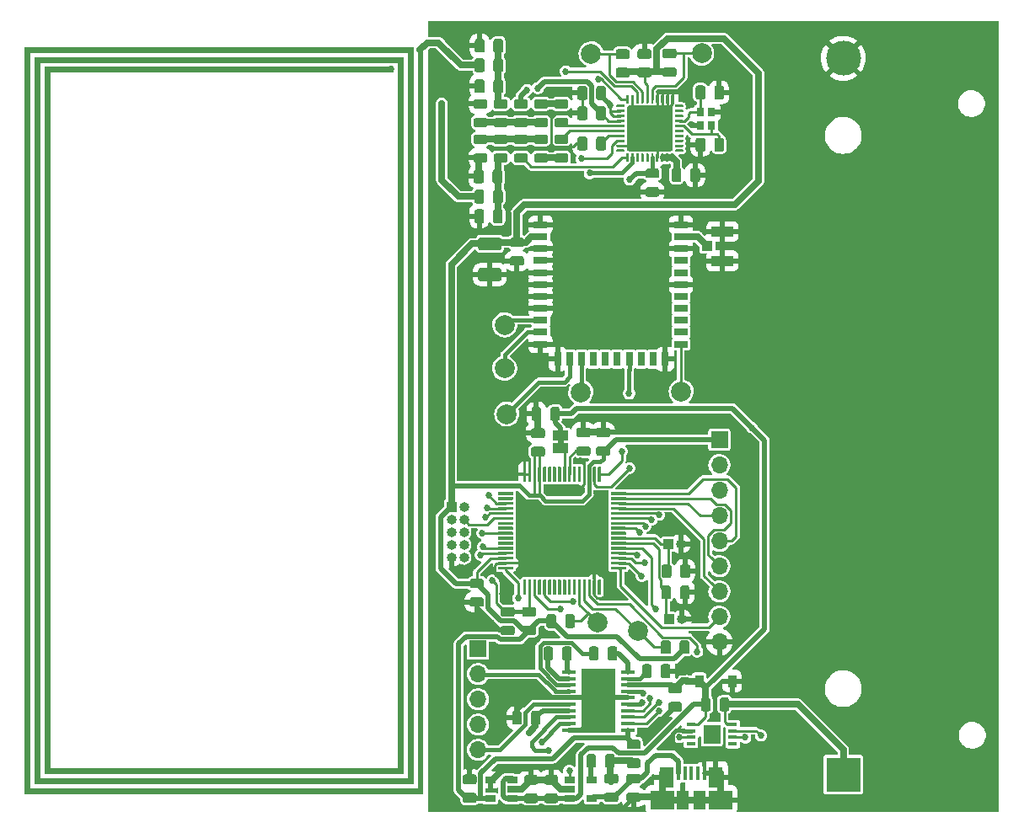
<source format=gbr>
G04 #@! TF.GenerationSoftware,KiCad,Pcbnew,(5.99.0-429-gffcf3b01f)*
G04 #@! TF.CreationDate,2019-12-13T14:25:27+01:00*
G04 #@! TF.ProjectId,smartlock,736d6172-746c-46f6-936b-2e6b69636164,rev?*
G04 #@! TF.SameCoordinates,Original*
G04 #@! TF.FileFunction,Copper,L1,Top*
G04 #@! TF.FilePolarity,Positive*
%FSLAX46Y46*%
G04 Gerber Fmt 4.6, Leading zero omitted, Abs format (unit mm)*
G04 Created by KiCad (PCBNEW (5.99.0-429-gffcf3b01f)) date 2019-12-13 14:25:27*
%MOMM*%
%LPD*%
G04 APERTURE LIST*
%ADD10C,0.010000*%
%ADD11C,0.686000*%
%ADD12C,0.500000*%
%ADD13C,0.600000*%
%ADD14R,3.400000X6.500000*%
%ADD15R,1.450000X0.450000*%
%ADD16R,0.900000X1.200000*%
%ADD17O,1.700000X1.700000*%
%ADD18R,1.700000X1.700000*%
%ADD19C,2.000000*%
%ADD20R,0.800000X0.900000*%
%ADD21R,1.500000X1.000000*%
%ADD22R,2.200000X1.050000*%
%ADD23R,1.050000X1.000000*%
%ADD24R,1.060000X0.650000*%
%ADD25R,1.680000X1.880000*%
%ADD26R,0.890000X0.420000*%
%ADD27R,1.400000X0.800000*%
%ADD28R,0.800000X1.400000*%
%ADD29O,1.000000X1.000000*%
%ADD30R,1.000000X1.000000*%
%ADD31R,1.175000X1.900000*%
%ADD32R,2.375000X1.900000*%
%ADD33R,1.475000X2.100000*%
%ADD34R,0.450000X1.380000*%
%ADD35R,3.500000X3.500000*%
%ADD36C,3.500000*%
%ADD37C,0.685800*%
%ADD38C,0.635000*%
%ADD39C,0.381000*%
%ADD40C,0.254000*%
%ADD41C,0.508000*%
%ADD42C,0.152400*%
G04 APERTURE END LIST*
G36*
X133855883Y-133860122D02*
G01*
X114856154Y-133857473D01*
X95856425Y-133854825D01*
X95853777Y-97355554D01*
X95851130Y-60856283D01*
X132861050Y-60856283D01*
X132861050Y-132865283D01*
X114868627Y-132865283D01*
X114114054Y-132865281D01*
X113380365Y-132865276D01*
X112667276Y-132865267D01*
X111974503Y-132865254D01*
X111301764Y-132865237D01*
X110648776Y-132865216D01*
X110015254Y-132865189D01*
X109400916Y-132865158D01*
X108805478Y-132865122D01*
X108228658Y-132865080D01*
X107670172Y-132865033D01*
X107129736Y-132864980D01*
X106607068Y-132864920D01*
X106101883Y-132864855D01*
X105613900Y-132864782D01*
X105142834Y-132864703D01*
X104688402Y-132864617D01*
X104250321Y-132864523D01*
X103828308Y-132864422D01*
X103422079Y-132864314D01*
X103031351Y-132864197D01*
X102655842Y-132864072D01*
X102295266Y-132863938D01*
X101949342Y-132863796D01*
X101617787Y-132863645D01*
X101300315Y-132863484D01*
X100996646Y-132863314D01*
X100706494Y-132863135D01*
X100429578Y-132862945D01*
X100165613Y-132862745D01*
X99914316Y-132862535D01*
X99675405Y-132862315D01*
X99448595Y-132862083D01*
X99233604Y-132861840D01*
X99030148Y-132861586D01*
X98837944Y-132861321D01*
X98656709Y-132861043D01*
X98486159Y-132860754D01*
X98326012Y-132860452D01*
X98175983Y-132860138D01*
X98035790Y-132859810D01*
X97905149Y-132859470D01*
X97783777Y-132859117D01*
X97671391Y-132858750D01*
X97567708Y-132858370D01*
X97472443Y-132857975D01*
X97385315Y-132857566D01*
X97306039Y-132857143D01*
X97234333Y-132856705D01*
X97169913Y-132856252D01*
X97112495Y-132855784D01*
X97061797Y-132855301D01*
X97017536Y-132854802D01*
X96979427Y-132854287D01*
X96947188Y-132853756D01*
X96920536Y-132853209D01*
X96899187Y-132852645D01*
X96882857Y-132852065D01*
X96871265Y-132851467D01*
X96864125Y-132850852D01*
X96861156Y-132850219D01*
X96861086Y-132850164D01*
X96860632Y-132847745D01*
X96860188Y-132841269D01*
X96859753Y-132830534D01*
X96859326Y-132815338D01*
X96858908Y-132795481D01*
X96858499Y-132770760D01*
X96858098Y-132740974D01*
X96857705Y-132705920D01*
X96857321Y-132665398D01*
X96856945Y-132619205D01*
X96856577Y-132567141D01*
X96856218Y-132509003D01*
X96855866Y-132444589D01*
X96855522Y-132373699D01*
X96855186Y-132296129D01*
X96854858Y-132211680D01*
X96854537Y-132120148D01*
X96854224Y-132021333D01*
X96853919Y-131915033D01*
X96853620Y-131801046D01*
X96853330Y-131679170D01*
X96853046Y-131549204D01*
X96852769Y-131410946D01*
X96852500Y-131264194D01*
X96852237Y-131108747D01*
X96851982Y-130944403D01*
X96851733Y-130770961D01*
X96851490Y-130588219D01*
X96851255Y-130395974D01*
X96851026Y-130194027D01*
X96850803Y-129982174D01*
X96850587Y-129760214D01*
X96850377Y-129527946D01*
X96850173Y-129285167D01*
X96849975Y-129031677D01*
X96849784Y-128767273D01*
X96849598Y-128491754D01*
X96849418Y-128204919D01*
X96849244Y-127906565D01*
X96849075Y-127596490D01*
X96848912Y-127274495D01*
X96848755Y-126940375D01*
X96848603Y-126593931D01*
X96848456Y-126234960D01*
X96848315Y-125863260D01*
X96848179Y-125478631D01*
X96848047Y-125080869D01*
X96847921Y-124669775D01*
X96847800Y-124245145D01*
X96847683Y-123806779D01*
X96847571Y-123354474D01*
X96847464Y-122888030D01*
X96847361Y-122407244D01*
X96847263Y-121911914D01*
X96847170Y-121401839D01*
X96847080Y-120876818D01*
X96846995Y-120336649D01*
X96846914Y-119781130D01*
X96846836Y-119210059D01*
X96846763Y-118623234D01*
X96846694Y-118020455D01*
X96846628Y-117401520D01*
X96846567Y-116766226D01*
X96846508Y-116114372D01*
X96846454Y-115445757D01*
X96846402Y-114760178D01*
X96846355Y-114057435D01*
X96846310Y-113337325D01*
X96846268Y-112599647D01*
X96846230Y-111844199D01*
X96846195Y-111070779D01*
X96846162Y-110279187D01*
X96846133Y-109469220D01*
X96846106Y-108640676D01*
X96846082Y-107793354D01*
X96846060Y-106927052D01*
X96846041Y-106041569D01*
X96846024Y-105136703D01*
X96846010Y-104212252D01*
X96845997Y-103268014D01*
X96845987Y-102303789D01*
X96845979Y-101319373D01*
X96845973Y-100314567D01*
X96845969Y-99289167D01*
X96845967Y-98242973D01*
X96845966Y-97343080D01*
X96845966Y-61851116D01*
X131855633Y-61851116D01*
X131855633Y-62359116D01*
X97353966Y-62359116D01*
X97353966Y-132357283D01*
X132363633Y-132357283D01*
X132363633Y-61364283D01*
X96359133Y-61364283D01*
X96359133Y-133352116D01*
X133358466Y-133352116D01*
X133358466Y-60369450D01*
X95353716Y-60369450D01*
X95353716Y-134357533D01*
X134353300Y-134357533D01*
X134353300Y-59861450D01*
X134850716Y-59861450D01*
X134850716Y-134854950D01*
X94856300Y-134854950D01*
X94856300Y-59861450D01*
X133855883Y-59861450D01*
X133855883Y-133860122D01*
G37*
D10*
X133855883Y-133860122D02*
X114856154Y-133857473D01*
X95856425Y-133854825D01*
X95853777Y-97355554D01*
X95851130Y-60856283D01*
X132861050Y-60856283D01*
X132861050Y-132865283D01*
X114868627Y-132865283D01*
X114114054Y-132865281D01*
X113380365Y-132865276D01*
X112667276Y-132865267D01*
X111974503Y-132865254D01*
X111301764Y-132865237D01*
X110648776Y-132865216D01*
X110015254Y-132865189D01*
X109400916Y-132865158D01*
X108805478Y-132865122D01*
X108228658Y-132865080D01*
X107670172Y-132865033D01*
X107129736Y-132864980D01*
X106607068Y-132864920D01*
X106101883Y-132864855D01*
X105613900Y-132864782D01*
X105142834Y-132864703D01*
X104688402Y-132864617D01*
X104250321Y-132864523D01*
X103828308Y-132864422D01*
X103422079Y-132864314D01*
X103031351Y-132864197D01*
X102655842Y-132864072D01*
X102295266Y-132863938D01*
X101949342Y-132863796D01*
X101617787Y-132863645D01*
X101300315Y-132863484D01*
X100996646Y-132863314D01*
X100706494Y-132863135D01*
X100429578Y-132862945D01*
X100165613Y-132862745D01*
X99914316Y-132862535D01*
X99675405Y-132862315D01*
X99448595Y-132862083D01*
X99233604Y-132861840D01*
X99030148Y-132861586D01*
X98837944Y-132861321D01*
X98656709Y-132861043D01*
X98486159Y-132860754D01*
X98326012Y-132860452D01*
X98175983Y-132860138D01*
X98035790Y-132859810D01*
X97905149Y-132859470D01*
X97783777Y-132859117D01*
X97671391Y-132858750D01*
X97567708Y-132858370D01*
X97472443Y-132857975D01*
X97385315Y-132857566D01*
X97306039Y-132857143D01*
X97234333Y-132856705D01*
X97169913Y-132856252D01*
X97112495Y-132855784D01*
X97061797Y-132855301D01*
X97017536Y-132854802D01*
X96979427Y-132854287D01*
X96947188Y-132853756D01*
X96920536Y-132853209D01*
X96899187Y-132852645D01*
X96882857Y-132852065D01*
X96871265Y-132851467D01*
X96864125Y-132850852D01*
X96861156Y-132850219D01*
X96861086Y-132850164D01*
X96860632Y-132847745D01*
X96860188Y-132841269D01*
X96859753Y-132830534D01*
X96859326Y-132815338D01*
X96858908Y-132795481D01*
X96858499Y-132770760D01*
X96858098Y-132740974D01*
X96857705Y-132705920D01*
X96857321Y-132665398D01*
X96856945Y-132619205D01*
X96856577Y-132567141D01*
X96856218Y-132509003D01*
X96855866Y-132444589D01*
X96855522Y-132373699D01*
X96855186Y-132296129D01*
X96854858Y-132211680D01*
X96854537Y-132120148D01*
X96854224Y-132021333D01*
X96853919Y-131915033D01*
X96853620Y-131801046D01*
X96853330Y-131679170D01*
X96853046Y-131549204D01*
X96852769Y-131410946D01*
X96852500Y-131264194D01*
X96852237Y-131108747D01*
X96851982Y-130944403D01*
X96851733Y-130770961D01*
X96851490Y-130588219D01*
X96851255Y-130395974D01*
X96851026Y-130194027D01*
X96850803Y-129982174D01*
X96850587Y-129760214D01*
X96850377Y-129527946D01*
X96850173Y-129285167D01*
X96849975Y-129031677D01*
X96849784Y-128767273D01*
X96849598Y-128491754D01*
X96849418Y-128204919D01*
X96849244Y-127906565D01*
X96849075Y-127596490D01*
X96848912Y-127274495D01*
X96848755Y-126940375D01*
X96848603Y-126593931D01*
X96848456Y-126234960D01*
X96848315Y-125863260D01*
X96848179Y-125478631D01*
X96848047Y-125080869D01*
X96847921Y-124669775D01*
X96847800Y-124245145D01*
X96847683Y-123806779D01*
X96847571Y-123354474D01*
X96847464Y-122888030D01*
X96847361Y-122407244D01*
X96847263Y-121911914D01*
X96847170Y-121401839D01*
X96847080Y-120876818D01*
X96846995Y-120336649D01*
X96846914Y-119781130D01*
X96846836Y-119210059D01*
X96846763Y-118623234D01*
X96846694Y-118020455D01*
X96846628Y-117401520D01*
X96846567Y-116766226D01*
X96846508Y-116114372D01*
X96846454Y-115445757D01*
X96846402Y-114760178D01*
X96846355Y-114057435D01*
X96846310Y-113337325D01*
X96846268Y-112599647D01*
X96846230Y-111844199D01*
X96846195Y-111070779D01*
X96846162Y-110279187D01*
X96846133Y-109469220D01*
X96846106Y-108640676D01*
X96846082Y-107793354D01*
X96846060Y-106927052D01*
X96846041Y-106041569D01*
X96846024Y-105136703D01*
X96846010Y-104212252D01*
X96845997Y-103268014D01*
X96845987Y-102303789D01*
X96845979Y-101319373D01*
X96845973Y-100314567D01*
X96845969Y-99289167D01*
X96845967Y-98242973D01*
X96845966Y-97343080D01*
X96845966Y-61851116D01*
X131855633Y-61851116D01*
X131855633Y-62359116D01*
X97353966Y-62359116D01*
X97353966Y-132357283D01*
X132363633Y-132357283D01*
X132363633Y-61364283D01*
X96359133Y-61364283D01*
X96359133Y-133352116D01*
X133358466Y-133352116D01*
X133358466Y-60369450D01*
X95353716Y-60369450D01*
X95353716Y-134357533D01*
X134353300Y-134357533D01*
X134353300Y-59861450D01*
X134850716Y-59861450D01*
X134850716Y-134854950D01*
X94856300Y-134854950D01*
X94856300Y-59861450D01*
X133855883Y-59861450D01*
X133855883Y-133860122D01*
G36*
X149029700Y-99779900D02*
G01*
X148429700Y-99779900D01*
X148429700Y-99279900D01*
X149029700Y-99279900D01*
X149029700Y-99779900D01*
G37*
G04 #@! TA.AperFunction,SMDPad,CuDef*
G36*
X142793729Y-59033954D02*
G01*
X142872807Y-59086793D01*
X142925646Y-59165871D01*
X142944200Y-59259150D01*
X142944200Y-60171650D01*
X142925646Y-60264929D01*
X142872807Y-60344007D01*
X142793729Y-60396846D01*
X142700450Y-60415400D01*
X142212950Y-60415400D01*
X142119671Y-60396846D01*
X142040593Y-60344007D01*
X141987754Y-60264929D01*
X141969200Y-60171650D01*
X141969200Y-59259150D01*
X141987754Y-59165871D01*
X142040593Y-59086793D01*
X142119671Y-59033954D01*
X142212950Y-59015400D01*
X142700450Y-59015400D01*
X142793729Y-59033954D01*
G37*
G04 #@! TD.AperFunction*
G04 #@! TA.AperFunction,SMDPad,CuDef*
G36*
X140918729Y-59033954D02*
G01*
X140997807Y-59086793D01*
X141050646Y-59165871D01*
X141069200Y-59259150D01*
X141069200Y-60171650D01*
X141050646Y-60264929D01*
X140997807Y-60344007D01*
X140918729Y-60396846D01*
X140825450Y-60415400D01*
X140337950Y-60415400D01*
X140244671Y-60396846D01*
X140165593Y-60344007D01*
X140112754Y-60264929D01*
X140094200Y-60171650D01*
X140094200Y-59259150D01*
X140112754Y-59165871D01*
X140165593Y-59086793D01*
X140244671Y-59033954D01*
X140337950Y-59015400D01*
X140825450Y-59015400D01*
X140918729Y-59033954D01*
G37*
G04 #@! TD.AperFunction*
G04 #@! TA.AperFunction,SMDPad,CuDef*
G36*
X140877529Y-76178954D02*
G01*
X140956607Y-76231793D01*
X141009446Y-76310871D01*
X141028000Y-76404150D01*
X141028000Y-77316650D01*
X141009446Y-77409929D01*
X140956607Y-77489007D01*
X140877529Y-77541846D01*
X140784250Y-77560400D01*
X140296750Y-77560400D01*
X140203471Y-77541846D01*
X140124393Y-77489007D01*
X140071554Y-77409929D01*
X140053000Y-77316650D01*
X140053000Y-76404150D01*
X140071554Y-76310871D01*
X140124393Y-76231793D01*
X140203471Y-76178954D01*
X140296750Y-76160400D01*
X140784250Y-76160400D01*
X140877529Y-76178954D01*
G37*
G04 #@! TD.AperFunction*
G04 #@! TA.AperFunction,SMDPad,CuDef*
G36*
X142752529Y-76178954D02*
G01*
X142831607Y-76231793D01*
X142884446Y-76310871D01*
X142903000Y-76404150D01*
X142903000Y-77316650D01*
X142884446Y-77409929D01*
X142831607Y-77489007D01*
X142752529Y-77541846D01*
X142659250Y-77560400D01*
X142171750Y-77560400D01*
X142078471Y-77541846D01*
X141999393Y-77489007D01*
X141946554Y-77409929D01*
X141928000Y-77316650D01*
X141928000Y-76404150D01*
X141946554Y-76310871D01*
X141999393Y-76231793D01*
X142078471Y-76178954D01*
X142171750Y-76160400D01*
X142659250Y-76160400D01*
X142752529Y-76178954D01*
G37*
G04 #@! TD.AperFunction*
G04 #@! TA.AperFunction,SMDPad,CuDef*
G36*
X160994618Y-65663658D02*
G01*
X161014894Y-65677206D01*
X161028442Y-65697482D01*
X161033200Y-65721400D01*
X161033200Y-65846400D01*
X161028442Y-65870318D01*
X161014894Y-65890594D01*
X160994618Y-65904142D01*
X160970700Y-65908900D01*
X160270700Y-65908900D01*
X160246782Y-65904142D01*
X160226506Y-65890594D01*
X160212958Y-65870318D01*
X160208200Y-65846400D01*
X160208200Y-65721400D01*
X160212958Y-65697482D01*
X160226506Y-65677206D01*
X160246782Y-65663658D01*
X160270700Y-65658900D01*
X160970700Y-65658900D01*
X160994618Y-65663658D01*
G37*
G04 #@! TD.AperFunction*
G04 #@! TA.AperFunction,SMDPad,CuDef*
G36*
X160994618Y-66163658D02*
G01*
X161014894Y-66177206D01*
X161028442Y-66197482D01*
X161033200Y-66221400D01*
X161033200Y-66346400D01*
X161028442Y-66370318D01*
X161014894Y-66390594D01*
X160994618Y-66404142D01*
X160970700Y-66408900D01*
X160270700Y-66408900D01*
X160246782Y-66404142D01*
X160226506Y-66390594D01*
X160212958Y-66370318D01*
X160208200Y-66346400D01*
X160208200Y-66221400D01*
X160212958Y-66197482D01*
X160226506Y-66177206D01*
X160246782Y-66163658D01*
X160270700Y-66158900D01*
X160970700Y-66158900D01*
X160994618Y-66163658D01*
G37*
G04 #@! TD.AperFunction*
G04 #@! TA.AperFunction,SMDPad,CuDef*
G36*
X160994618Y-66663658D02*
G01*
X161014894Y-66677206D01*
X161028442Y-66697482D01*
X161033200Y-66721400D01*
X161033200Y-66846400D01*
X161028442Y-66870318D01*
X161014894Y-66890594D01*
X160994618Y-66904142D01*
X160970700Y-66908900D01*
X160270700Y-66908900D01*
X160246782Y-66904142D01*
X160226506Y-66890594D01*
X160212958Y-66870318D01*
X160208200Y-66846400D01*
X160208200Y-66721400D01*
X160212958Y-66697482D01*
X160226506Y-66677206D01*
X160246782Y-66663658D01*
X160270700Y-66658900D01*
X160970700Y-66658900D01*
X160994618Y-66663658D01*
G37*
G04 #@! TD.AperFunction*
G04 #@! TA.AperFunction,SMDPad,CuDef*
G36*
X160994618Y-67163658D02*
G01*
X161014894Y-67177206D01*
X161028442Y-67197482D01*
X161033200Y-67221400D01*
X161033200Y-67346400D01*
X161028442Y-67370318D01*
X161014894Y-67390594D01*
X160994618Y-67404142D01*
X160970700Y-67408900D01*
X160270700Y-67408900D01*
X160246782Y-67404142D01*
X160226506Y-67390594D01*
X160212958Y-67370318D01*
X160208200Y-67346400D01*
X160208200Y-67221400D01*
X160212958Y-67197482D01*
X160226506Y-67177206D01*
X160246782Y-67163658D01*
X160270700Y-67158900D01*
X160970700Y-67158900D01*
X160994618Y-67163658D01*
G37*
G04 #@! TD.AperFunction*
G04 #@! TA.AperFunction,SMDPad,CuDef*
G36*
X160994618Y-67663658D02*
G01*
X161014894Y-67677206D01*
X161028442Y-67697482D01*
X161033200Y-67721400D01*
X161033200Y-67846400D01*
X161028442Y-67870318D01*
X161014894Y-67890594D01*
X160994618Y-67904142D01*
X160970700Y-67908900D01*
X160270700Y-67908900D01*
X160246782Y-67904142D01*
X160226506Y-67890594D01*
X160212958Y-67870318D01*
X160208200Y-67846400D01*
X160208200Y-67721400D01*
X160212958Y-67697482D01*
X160226506Y-67677206D01*
X160246782Y-67663658D01*
X160270700Y-67658900D01*
X160970700Y-67658900D01*
X160994618Y-67663658D01*
G37*
G04 #@! TD.AperFunction*
G04 #@! TA.AperFunction,SMDPad,CuDef*
G36*
X160994618Y-68163658D02*
G01*
X161014894Y-68177206D01*
X161028442Y-68197482D01*
X161033200Y-68221400D01*
X161033200Y-68346400D01*
X161028442Y-68370318D01*
X161014894Y-68390594D01*
X160994618Y-68404142D01*
X160970700Y-68408900D01*
X160270700Y-68408900D01*
X160246782Y-68404142D01*
X160226506Y-68390594D01*
X160212958Y-68370318D01*
X160208200Y-68346400D01*
X160208200Y-68221400D01*
X160212958Y-68197482D01*
X160226506Y-68177206D01*
X160246782Y-68163658D01*
X160270700Y-68158900D01*
X160970700Y-68158900D01*
X160994618Y-68163658D01*
G37*
G04 #@! TD.AperFunction*
G04 #@! TA.AperFunction,SMDPad,CuDef*
G36*
X160994618Y-68663658D02*
G01*
X161014894Y-68677206D01*
X161028442Y-68697482D01*
X161033200Y-68721400D01*
X161033200Y-68846400D01*
X161028442Y-68870318D01*
X161014894Y-68890594D01*
X160994618Y-68904142D01*
X160970700Y-68908900D01*
X160270700Y-68908900D01*
X160246782Y-68904142D01*
X160226506Y-68890594D01*
X160212958Y-68870318D01*
X160208200Y-68846400D01*
X160208200Y-68721400D01*
X160212958Y-68697482D01*
X160226506Y-68677206D01*
X160246782Y-68663658D01*
X160270700Y-68658900D01*
X160970700Y-68658900D01*
X160994618Y-68663658D01*
G37*
G04 #@! TD.AperFunction*
G04 #@! TA.AperFunction,SMDPad,CuDef*
G36*
X160994618Y-69163658D02*
G01*
X161014894Y-69177206D01*
X161028442Y-69197482D01*
X161033200Y-69221400D01*
X161033200Y-69346400D01*
X161028442Y-69370318D01*
X161014894Y-69390594D01*
X160994618Y-69404142D01*
X160970700Y-69408900D01*
X160270700Y-69408900D01*
X160246782Y-69404142D01*
X160226506Y-69390594D01*
X160212958Y-69370318D01*
X160208200Y-69346400D01*
X160208200Y-69221400D01*
X160212958Y-69197482D01*
X160226506Y-69177206D01*
X160246782Y-69163658D01*
X160270700Y-69158900D01*
X160970700Y-69158900D01*
X160994618Y-69163658D01*
G37*
G04 #@! TD.AperFunction*
G04 #@! TA.AperFunction,SMDPad,CuDef*
G36*
X160994618Y-69663658D02*
G01*
X161014894Y-69677206D01*
X161028442Y-69697482D01*
X161033200Y-69721400D01*
X161033200Y-69846400D01*
X161028442Y-69870318D01*
X161014894Y-69890594D01*
X160994618Y-69904142D01*
X160970700Y-69908900D01*
X160270700Y-69908900D01*
X160246782Y-69904142D01*
X160226506Y-69890594D01*
X160212958Y-69870318D01*
X160208200Y-69846400D01*
X160208200Y-69721400D01*
X160212958Y-69697482D01*
X160226506Y-69677206D01*
X160246782Y-69663658D01*
X160270700Y-69658900D01*
X160970700Y-69658900D01*
X160994618Y-69663658D01*
G37*
G04 #@! TD.AperFunction*
G04 #@! TA.AperFunction,SMDPad,CuDef*
G36*
X160994618Y-70163658D02*
G01*
X161014894Y-70177206D01*
X161028442Y-70197482D01*
X161033200Y-70221400D01*
X161033200Y-70346400D01*
X161028442Y-70370318D01*
X161014894Y-70390594D01*
X160994618Y-70404142D01*
X160970700Y-70408900D01*
X160270700Y-70408900D01*
X160246782Y-70404142D01*
X160226506Y-70390594D01*
X160212958Y-70370318D01*
X160208200Y-70346400D01*
X160208200Y-70221400D01*
X160212958Y-70197482D01*
X160226506Y-70177206D01*
X160246782Y-70163658D01*
X160270700Y-70158900D01*
X160970700Y-70158900D01*
X160994618Y-70163658D01*
G37*
G04 #@! TD.AperFunction*
G04 #@! TA.AperFunction,SMDPad,CuDef*
G36*
X160019618Y-70563658D02*
G01*
X160039894Y-70577206D01*
X160053442Y-70597482D01*
X160058200Y-70621400D01*
X160058200Y-71321400D01*
X160053442Y-71345318D01*
X160039894Y-71365594D01*
X160019618Y-71379142D01*
X159995700Y-71383900D01*
X159870700Y-71383900D01*
X159846782Y-71379142D01*
X159826506Y-71365594D01*
X159812958Y-71345318D01*
X159808200Y-71321400D01*
X159808200Y-70621400D01*
X159812958Y-70597482D01*
X159826506Y-70577206D01*
X159846782Y-70563658D01*
X159870700Y-70558900D01*
X159995700Y-70558900D01*
X160019618Y-70563658D01*
G37*
G04 #@! TD.AperFunction*
G04 #@! TA.AperFunction,SMDPad,CuDef*
G36*
X159519618Y-70563658D02*
G01*
X159539894Y-70577206D01*
X159553442Y-70597482D01*
X159558200Y-70621400D01*
X159558200Y-71321400D01*
X159553442Y-71345318D01*
X159539894Y-71365594D01*
X159519618Y-71379142D01*
X159495700Y-71383900D01*
X159370700Y-71383900D01*
X159346782Y-71379142D01*
X159326506Y-71365594D01*
X159312958Y-71345318D01*
X159308200Y-71321400D01*
X159308200Y-70621400D01*
X159312958Y-70597482D01*
X159326506Y-70577206D01*
X159346782Y-70563658D01*
X159370700Y-70558900D01*
X159495700Y-70558900D01*
X159519618Y-70563658D01*
G37*
G04 #@! TD.AperFunction*
G04 #@! TA.AperFunction,SMDPad,CuDef*
G36*
X159019618Y-70563658D02*
G01*
X159039894Y-70577206D01*
X159053442Y-70597482D01*
X159058200Y-70621400D01*
X159058200Y-71321400D01*
X159053442Y-71345318D01*
X159039894Y-71365594D01*
X159019618Y-71379142D01*
X158995700Y-71383900D01*
X158870700Y-71383900D01*
X158846782Y-71379142D01*
X158826506Y-71365594D01*
X158812958Y-71345318D01*
X158808200Y-71321400D01*
X158808200Y-70621400D01*
X158812958Y-70597482D01*
X158826506Y-70577206D01*
X158846782Y-70563658D01*
X158870700Y-70558900D01*
X158995700Y-70558900D01*
X159019618Y-70563658D01*
G37*
G04 #@! TD.AperFunction*
G04 #@! TA.AperFunction,SMDPad,CuDef*
G36*
X158519618Y-70563658D02*
G01*
X158539894Y-70577206D01*
X158553442Y-70597482D01*
X158558200Y-70621400D01*
X158558200Y-71321400D01*
X158553442Y-71345318D01*
X158539894Y-71365594D01*
X158519618Y-71379142D01*
X158495700Y-71383900D01*
X158370700Y-71383900D01*
X158346782Y-71379142D01*
X158326506Y-71365594D01*
X158312958Y-71345318D01*
X158308200Y-71321400D01*
X158308200Y-70621400D01*
X158312958Y-70597482D01*
X158326506Y-70577206D01*
X158346782Y-70563658D01*
X158370700Y-70558900D01*
X158495700Y-70558900D01*
X158519618Y-70563658D01*
G37*
G04 #@! TD.AperFunction*
G04 #@! TA.AperFunction,SMDPad,CuDef*
G36*
X158019618Y-70563658D02*
G01*
X158039894Y-70577206D01*
X158053442Y-70597482D01*
X158058200Y-70621400D01*
X158058200Y-71321400D01*
X158053442Y-71345318D01*
X158039894Y-71365594D01*
X158019618Y-71379142D01*
X157995700Y-71383900D01*
X157870700Y-71383900D01*
X157846782Y-71379142D01*
X157826506Y-71365594D01*
X157812958Y-71345318D01*
X157808200Y-71321400D01*
X157808200Y-70621400D01*
X157812958Y-70597482D01*
X157826506Y-70577206D01*
X157846782Y-70563658D01*
X157870700Y-70558900D01*
X157995700Y-70558900D01*
X158019618Y-70563658D01*
G37*
G04 #@! TD.AperFunction*
G04 #@! TA.AperFunction,SMDPad,CuDef*
G36*
X157519618Y-70563658D02*
G01*
X157539894Y-70577206D01*
X157553442Y-70597482D01*
X157558200Y-70621400D01*
X157558200Y-71321400D01*
X157553442Y-71345318D01*
X157539894Y-71365594D01*
X157519618Y-71379142D01*
X157495700Y-71383900D01*
X157370700Y-71383900D01*
X157346782Y-71379142D01*
X157326506Y-71365594D01*
X157312958Y-71345318D01*
X157308200Y-71321400D01*
X157308200Y-70621400D01*
X157312958Y-70597482D01*
X157326506Y-70577206D01*
X157346782Y-70563658D01*
X157370700Y-70558900D01*
X157495700Y-70558900D01*
X157519618Y-70563658D01*
G37*
G04 #@! TD.AperFunction*
G04 #@! TA.AperFunction,SMDPad,CuDef*
G36*
X157019618Y-70563658D02*
G01*
X157039894Y-70577206D01*
X157053442Y-70597482D01*
X157058200Y-70621400D01*
X157058200Y-71321400D01*
X157053442Y-71345318D01*
X157039894Y-71365594D01*
X157019618Y-71379142D01*
X156995700Y-71383900D01*
X156870700Y-71383900D01*
X156846782Y-71379142D01*
X156826506Y-71365594D01*
X156812958Y-71345318D01*
X156808200Y-71321400D01*
X156808200Y-70621400D01*
X156812958Y-70597482D01*
X156826506Y-70577206D01*
X156846782Y-70563658D01*
X156870700Y-70558900D01*
X156995700Y-70558900D01*
X157019618Y-70563658D01*
G37*
G04 #@! TD.AperFunction*
G04 #@! TA.AperFunction,SMDPad,CuDef*
G36*
X156519618Y-70563658D02*
G01*
X156539894Y-70577206D01*
X156553442Y-70597482D01*
X156558200Y-70621400D01*
X156558200Y-71321400D01*
X156553442Y-71345318D01*
X156539894Y-71365594D01*
X156519618Y-71379142D01*
X156495700Y-71383900D01*
X156370700Y-71383900D01*
X156346782Y-71379142D01*
X156326506Y-71365594D01*
X156312958Y-71345318D01*
X156308200Y-71321400D01*
X156308200Y-70621400D01*
X156312958Y-70597482D01*
X156326506Y-70577206D01*
X156346782Y-70563658D01*
X156370700Y-70558900D01*
X156495700Y-70558900D01*
X156519618Y-70563658D01*
G37*
G04 #@! TD.AperFunction*
G04 #@! TA.AperFunction,SMDPad,CuDef*
G36*
X156019618Y-70563658D02*
G01*
X156039894Y-70577206D01*
X156053442Y-70597482D01*
X156058200Y-70621400D01*
X156058200Y-71321400D01*
X156053442Y-71345318D01*
X156039894Y-71365594D01*
X156019618Y-71379142D01*
X155995700Y-71383900D01*
X155870700Y-71383900D01*
X155846782Y-71379142D01*
X155826506Y-71365594D01*
X155812958Y-71345318D01*
X155808200Y-71321400D01*
X155808200Y-70621400D01*
X155812958Y-70597482D01*
X155826506Y-70577206D01*
X155846782Y-70563658D01*
X155870700Y-70558900D01*
X155995700Y-70558900D01*
X156019618Y-70563658D01*
G37*
G04 #@! TD.AperFunction*
G04 #@! TA.AperFunction,SMDPad,CuDef*
G36*
X155519618Y-70563658D02*
G01*
X155539894Y-70577206D01*
X155553442Y-70597482D01*
X155558200Y-70621400D01*
X155558200Y-71321400D01*
X155553442Y-71345318D01*
X155539894Y-71365594D01*
X155519618Y-71379142D01*
X155495700Y-71383900D01*
X155370700Y-71383900D01*
X155346782Y-71379142D01*
X155326506Y-71365594D01*
X155312958Y-71345318D01*
X155308200Y-71321400D01*
X155308200Y-70621400D01*
X155312958Y-70597482D01*
X155326506Y-70577206D01*
X155346782Y-70563658D01*
X155370700Y-70558900D01*
X155495700Y-70558900D01*
X155519618Y-70563658D01*
G37*
G04 #@! TD.AperFunction*
G04 #@! TA.AperFunction,SMDPad,CuDef*
G36*
X155119618Y-70163658D02*
G01*
X155139894Y-70177206D01*
X155153442Y-70197482D01*
X155158200Y-70221400D01*
X155158200Y-70346400D01*
X155153442Y-70370318D01*
X155139894Y-70390594D01*
X155119618Y-70404142D01*
X155095700Y-70408900D01*
X154395700Y-70408900D01*
X154371782Y-70404142D01*
X154351506Y-70390594D01*
X154337958Y-70370318D01*
X154333200Y-70346400D01*
X154333200Y-70221400D01*
X154337958Y-70197482D01*
X154351506Y-70177206D01*
X154371782Y-70163658D01*
X154395700Y-70158900D01*
X155095700Y-70158900D01*
X155119618Y-70163658D01*
G37*
G04 #@! TD.AperFunction*
G04 #@! TA.AperFunction,SMDPad,CuDef*
G36*
X155119618Y-69663658D02*
G01*
X155139894Y-69677206D01*
X155153442Y-69697482D01*
X155158200Y-69721400D01*
X155158200Y-69846400D01*
X155153442Y-69870318D01*
X155139894Y-69890594D01*
X155119618Y-69904142D01*
X155095700Y-69908900D01*
X154395700Y-69908900D01*
X154371782Y-69904142D01*
X154351506Y-69890594D01*
X154337958Y-69870318D01*
X154333200Y-69846400D01*
X154333200Y-69721400D01*
X154337958Y-69697482D01*
X154351506Y-69677206D01*
X154371782Y-69663658D01*
X154395700Y-69658900D01*
X155095700Y-69658900D01*
X155119618Y-69663658D01*
G37*
G04 #@! TD.AperFunction*
G04 #@! TA.AperFunction,SMDPad,CuDef*
G36*
X155119618Y-69163658D02*
G01*
X155139894Y-69177206D01*
X155153442Y-69197482D01*
X155158200Y-69221400D01*
X155158200Y-69346400D01*
X155153442Y-69370318D01*
X155139894Y-69390594D01*
X155119618Y-69404142D01*
X155095700Y-69408900D01*
X154395700Y-69408900D01*
X154371782Y-69404142D01*
X154351506Y-69390594D01*
X154337958Y-69370318D01*
X154333200Y-69346400D01*
X154333200Y-69221400D01*
X154337958Y-69197482D01*
X154351506Y-69177206D01*
X154371782Y-69163658D01*
X154395700Y-69158900D01*
X155095700Y-69158900D01*
X155119618Y-69163658D01*
G37*
G04 #@! TD.AperFunction*
G04 #@! TA.AperFunction,SMDPad,CuDef*
G36*
X155119618Y-68663658D02*
G01*
X155139894Y-68677206D01*
X155153442Y-68697482D01*
X155158200Y-68721400D01*
X155158200Y-68846400D01*
X155153442Y-68870318D01*
X155139894Y-68890594D01*
X155119618Y-68904142D01*
X155095700Y-68908900D01*
X154395700Y-68908900D01*
X154371782Y-68904142D01*
X154351506Y-68890594D01*
X154337958Y-68870318D01*
X154333200Y-68846400D01*
X154333200Y-68721400D01*
X154337958Y-68697482D01*
X154351506Y-68677206D01*
X154371782Y-68663658D01*
X154395700Y-68658900D01*
X155095700Y-68658900D01*
X155119618Y-68663658D01*
G37*
G04 #@! TD.AperFunction*
G04 #@! TA.AperFunction,SMDPad,CuDef*
G36*
X155119618Y-68163658D02*
G01*
X155139894Y-68177206D01*
X155153442Y-68197482D01*
X155158200Y-68221400D01*
X155158200Y-68346400D01*
X155153442Y-68370318D01*
X155139894Y-68390594D01*
X155119618Y-68404142D01*
X155095700Y-68408900D01*
X154395700Y-68408900D01*
X154371782Y-68404142D01*
X154351506Y-68390594D01*
X154337958Y-68370318D01*
X154333200Y-68346400D01*
X154333200Y-68221400D01*
X154337958Y-68197482D01*
X154351506Y-68177206D01*
X154371782Y-68163658D01*
X154395700Y-68158900D01*
X155095700Y-68158900D01*
X155119618Y-68163658D01*
G37*
G04 #@! TD.AperFunction*
G04 #@! TA.AperFunction,SMDPad,CuDef*
G36*
X155119618Y-67663658D02*
G01*
X155139894Y-67677206D01*
X155153442Y-67697482D01*
X155158200Y-67721400D01*
X155158200Y-67846400D01*
X155153442Y-67870318D01*
X155139894Y-67890594D01*
X155119618Y-67904142D01*
X155095700Y-67908900D01*
X154395700Y-67908900D01*
X154371782Y-67904142D01*
X154351506Y-67890594D01*
X154337958Y-67870318D01*
X154333200Y-67846400D01*
X154333200Y-67721400D01*
X154337958Y-67697482D01*
X154351506Y-67677206D01*
X154371782Y-67663658D01*
X154395700Y-67658900D01*
X155095700Y-67658900D01*
X155119618Y-67663658D01*
G37*
G04 #@! TD.AperFunction*
G04 #@! TA.AperFunction,SMDPad,CuDef*
G36*
X155119618Y-67163658D02*
G01*
X155139894Y-67177206D01*
X155153442Y-67197482D01*
X155158200Y-67221400D01*
X155158200Y-67346400D01*
X155153442Y-67370318D01*
X155139894Y-67390594D01*
X155119618Y-67404142D01*
X155095700Y-67408900D01*
X154395700Y-67408900D01*
X154371782Y-67404142D01*
X154351506Y-67390594D01*
X154337958Y-67370318D01*
X154333200Y-67346400D01*
X154333200Y-67221400D01*
X154337958Y-67197482D01*
X154351506Y-67177206D01*
X154371782Y-67163658D01*
X154395700Y-67158900D01*
X155095700Y-67158900D01*
X155119618Y-67163658D01*
G37*
G04 #@! TD.AperFunction*
G04 #@! TA.AperFunction,SMDPad,CuDef*
G36*
X155119618Y-66663658D02*
G01*
X155139894Y-66677206D01*
X155153442Y-66697482D01*
X155158200Y-66721400D01*
X155158200Y-66846400D01*
X155153442Y-66870318D01*
X155139894Y-66890594D01*
X155119618Y-66904142D01*
X155095700Y-66908900D01*
X154395700Y-66908900D01*
X154371782Y-66904142D01*
X154351506Y-66890594D01*
X154337958Y-66870318D01*
X154333200Y-66846400D01*
X154333200Y-66721400D01*
X154337958Y-66697482D01*
X154351506Y-66677206D01*
X154371782Y-66663658D01*
X154395700Y-66658900D01*
X155095700Y-66658900D01*
X155119618Y-66663658D01*
G37*
G04 #@! TD.AperFunction*
G04 #@! TA.AperFunction,SMDPad,CuDef*
G36*
X155119618Y-66163658D02*
G01*
X155139894Y-66177206D01*
X155153442Y-66197482D01*
X155158200Y-66221400D01*
X155158200Y-66346400D01*
X155153442Y-66370318D01*
X155139894Y-66390594D01*
X155119618Y-66404142D01*
X155095700Y-66408900D01*
X154395700Y-66408900D01*
X154371782Y-66404142D01*
X154351506Y-66390594D01*
X154337958Y-66370318D01*
X154333200Y-66346400D01*
X154333200Y-66221400D01*
X154337958Y-66197482D01*
X154351506Y-66177206D01*
X154371782Y-66163658D01*
X154395700Y-66158900D01*
X155095700Y-66158900D01*
X155119618Y-66163658D01*
G37*
G04 #@! TD.AperFunction*
G04 #@! TA.AperFunction,SMDPad,CuDef*
G36*
X155119618Y-65663658D02*
G01*
X155139894Y-65677206D01*
X155153442Y-65697482D01*
X155158200Y-65721400D01*
X155158200Y-65846400D01*
X155153442Y-65870318D01*
X155139894Y-65890594D01*
X155119618Y-65904142D01*
X155095700Y-65908900D01*
X154395700Y-65908900D01*
X154371782Y-65904142D01*
X154351506Y-65890594D01*
X154337958Y-65870318D01*
X154333200Y-65846400D01*
X154333200Y-65721400D01*
X154337958Y-65697482D01*
X154351506Y-65677206D01*
X154371782Y-65663658D01*
X154395700Y-65658900D01*
X155095700Y-65658900D01*
X155119618Y-65663658D01*
G37*
G04 #@! TD.AperFunction*
G04 #@! TA.AperFunction,SMDPad,CuDef*
G36*
X155519618Y-64688658D02*
G01*
X155539894Y-64702206D01*
X155553442Y-64722482D01*
X155558200Y-64746400D01*
X155558200Y-65446400D01*
X155553442Y-65470318D01*
X155539894Y-65490594D01*
X155519618Y-65504142D01*
X155495700Y-65508900D01*
X155370700Y-65508900D01*
X155346782Y-65504142D01*
X155326506Y-65490594D01*
X155312958Y-65470318D01*
X155308200Y-65446400D01*
X155308200Y-64746400D01*
X155312958Y-64722482D01*
X155326506Y-64702206D01*
X155346782Y-64688658D01*
X155370700Y-64683900D01*
X155495700Y-64683900D01*
X155519618Y-64688658D01*
G37*
G04 #@! TD.AperFunction*
G04 #@! TA.AperFunction,SMDPad,CuDef*
G36*
X156019618Y-64688658D02*
G01*
X156039894Y-64702206D01*
X156053442Y-64722482D01*
X156058200Y-64746400D01*
X156058200Y-65446400D01*
X156053442Y-65470318D01*
X156039894Y-65490594D01*
X156019618Y-65504142D01*
X155995700Y-65508900D01*
X155870700Y-65508900D01*
X155846782Y-65504142D01*
X155826506Y-65490594D01*
X155812958Y-65470318D01*
X155808200Y-65446400D01*
X155808200Y-64746400D01*
X155812958Y-64722482D01*
X155826506Y-64702206D01*
X155846782Y-64688658D01*
X155870700Y-64683900D01*
X155995700Y-64683900D01*
X156019618Y-64688658D01*
G37*
G04 #@! TD.AperFunction*
G04 #@! TA.AperFunction,SMDPad,CuDef*
G36*
X156519618Y-64688658D02*
G01*
X156539894Y-64702206D01*
X156553442Y-64722482D01*
X156558200Y-64746400D01*
X156558200Y-65446400D01*
X156553442Y-65470318D01*
X156539894Y-65490594D01*
X156519618Y-65504142D01*
X156495700Y-65508900D01*
X156370700Y-65508900D01*
X156346782Y-65504142D01*
X156326506Y-65490594D01*
X156312958Y-65470318D01*
X156308200Y-65446400D01*
X156308200Y-64746400D01*
X156312958Y-64722482D01*
X156326506Y-64702206D01*
X156346782Y-64688658D01*
X156370700Y-64683900D01*
X156495700Y-64683900D01*
X156519618Y-64688658D01*
G37*
G04 #@! TD.AperFunction*
G04 #@! TA.AperFunction,SMDPad,CuDef*
G36*
X157019618Y-64688658D02*
G01*
X157039894Y-64702206D01*
X157053442Y-64722482D01*
X157058200Y-64746400D01*
X157058200Y-65446400D01*
X157053442Y-65470318D01*
X157039894Y-65490594D01*
X157019618Y-65504142D01*
X156995700Y-65508900D01*
X156870700Y-65508900D01*
X156846782Y-65504142D01*
X156826506Y-65490594D01*
X156812958Y-65470318D01*
X156808200Y-65446400D01*
X156808200Y-64746400D01*
X156812958Y-64722482D01*
X156826506Y-64702206D01*
X156846782Y-64688658D01*
X156870700Y-64683900D01*
X156995700Y-64683900D01*
X157019618Y-64688658D01*
G37*
G04 #@! TD.AperFunction*
G04 #@! TA.AperFunction,SMDPad,CuDef*
G36*
X157519618Y-64688658D02*
G01*
X157539894Y-64702206D01*
X157553442Y-64722482D01*
X157558200Y-64746400D01*
X157558200Y-65446400D01*
X157553442Y-65470318D01*
X157539894Y-65490594D01*
X157519618Y-65504142D01*
X157495700Y-65508900D01*
X157370700Y-65508900D01*
X157346782Y-65504142D01*
X157326506Y-65490594D01*
X157312958Y-65470318D01*
X157308200Y-65446400D01*
X157308200Y-64746400D01*
X157312958Y-64722482D01*
X157326506Y-64702206D01*
X157346782Y-64688658D01*
X157370700Y-64683900D01*
X157495700Y-64683900D01*
X157519618Y-64688658D01*
G37*
G04 #@! TD.AperFunction*
G04 #@! TA.AperFunction,SMDPad,CuDef*
G36*
X158019618Y-64688658D02*
G01*
X158039894Y-64702206D01*
X158053442Y-64722482D01*
X158058200Y-64746400D01*
X158058200Y-65446400D01*
X158053442Y-65470318D01*
X158039894Y-65490594D01*
X158019618Y-65504142D01*
X157995700Y-65508900D01*
X157870700Y-65508900D01*
X157846782Y-65504142D01*
X157826506Y-65490594D01*
X157812958Y-65470318D01*
X157808200Y-65446400D01*
X157808200Y-64746400D01*
X157812958Y-64722482D01*
X157826506Y-64702206D01*
X157846782Y-64688658D01*
X157870700Y-64683900D01*
X157995700Y-64683900D01*
X158019618Y-64688658D01*
G37*
G04 #@! TD.AperFunction*
G04 #@! TA.AperFunction,SMDPad,CuDef*
G36*
X158519618Y-64688658D02*
G01*
X158539894Y-64702206D01*
X158553442Y-64722482D01*
X158558200Y-64746400D01*
X158558200Y-65446400D01*
X158553442Y-65470318D01*
X158539894Y-65490594D01*
X158519618Y-65504142D01*
X158495700Y-65508900D01*
X158370700Y-65508900D01*
X158346782Y-65504142D01*
X158326506Y-65490594D01*
X158312958Y-65470318D01*
X158308200Y-65446400D01*
X158308200Y-64746400D01*
X158312958Y-64722482D01*
X158326506Y-64702206D01*
X158346782Y-64688658D01*
X158370700Y-64683900D01*
X158495700Y-64683900D01*
X158519618Y-64688658D01*
G37*
G04 #@! TD.AperFunction*
G04 #@! TA.AperFunction,SMDPad,CuDef*
G36*
X159019618Y-64688658D02*
G01*
X159039894Y-64702206D01*
X159053442Y-64722482D01*
X159058200Y-64746400D01*
X159058200Y-65446400D01*
X159053442Y-65470318D01*
X159039894Y-65490594D01*
X159019618Y-65504142D01*
X158995700Y-65508900D01*
X158870700Y-65508900D01*
X158846782Y-65504142D01*
X158826506Y-65490594D01*
X158812958Y-65470318D01*
X158808200Y-65446400D01*
X158808200Y-64746400D01*
X158812958Y-64722482D01*
X158826506Y-64702206D01*
X158846782Y-64688658D01*
X158870700Y-64683900D01*
X158995700Y-64683900D01*
X159019618Y-64688658D01*
G37*
G04 #@! TD.AperFunction*
G04 #@! TA.AperFunction,SMDPad,CuDef*
G36*
X159519618Y-64688658D02*
G01*
X159539894Y-64702206D01*
X159553442Y-64722482D01*
X159558200Y-64746400D01*
X159558200Y-65446400D01*
X159553442Y-65470318D01*
X159539894Y-65490594D01*
X159519618Y-65504142D01*
X159495700Y-65508900D01*
X159370700Y-65508900D01*
X159346782Y-65504142D01*
X159326506Y-65490594D01*
X159312958Y-65470318D01*
X159308200Y-65446400D01*
X159308200Y-64746400D01*
X159312958Y-64722482D01*
X159326506Y-64702206D01*
X159346782Y-64688658D01*
X159370700Y-64683900D01*
X159495700Y-64683900D01*
X159519618Y-64688658D01*
G37*
G04 #@! TD.AperFunction*
G04 #@! TA.AperFunction,SMDPad,CuDef*
G36*
X160019618Y-64688658D02*
G01*
X160039894Y-64702206D01*
X160053442Y-64722482D01*
X160058200Y-64746400D01*
X160058200Y-65446400D01*
X160053442Y-65470318D01*
X160039894Y-65490594D01*
X160019618Y-65504142D01*
X159995700Y-65508900D01*
X159870700Y-65508900D01*
X159846782Y-65504142D01*
X159826506Y-65490594D01*
X159812958Y-65470318D01*
X159808200Y-65446400D01*
X159808200Y-64746400D01*
X159812958Y-64722482D01*
X159826506Y-64702206D01*
X159846782Y-64688658D01*
X159870700Y-64683900D01*
X159995700Y-64683900D01*
X160019618Y-64688658D01*
G37*
G04 #@! TD.AperFunction*
G04 #@! TA.AperFunction,SMDPad,CuDef*
G36*
X159828871Y-65752930D02*
G01*
X159909977Y-65807123D01*
X159964170Y-65888229D01*
X159983200Y-65983900D01*
X159983200Y-70083900D01*
X159964170Y-70179571D01*
X159909977Y-70260677D01*
X159828871Y-70314870D01*
X159733200Y-70333900D01*
X155633200Y-70333900D01*
X155537529Y-70314870D01*
X155456423Y-70260677D01*
X155402230Y-70179571D01*
X155383200Y-70083900D01*
X155383200Y-65983900D01*
X155402230Y-65888229D01*
X155456423Y-65807123D01*
X155537529Y-65752930D01*
X155633200Y-65733900D01*
X159733200Y-65733900D01*
X159828871Y-65752930D01*
G37*
G04 #@! TD.AperFunction*
D11*
X131655820Y-62113160D03*
D12*
X134602220Y-60111640D03*
G04 #@! TA.AperFunction,SMDPad,CuDef*
G36*
X165510929Y-125251754D02*
G01*
X165590007Y-125304593D01*
X165642846Y-125383671D01*
X165661400Y-125476950D01*
X165661400Y-126389450D01*
X165642846Y-126482729D01*
X165590007Y-126561807D01*
X165510929Y-126614646D01*
X165417650Y-126633200D01*
X164930150Y-126633200D01*
X164836871Y-126614646D01*
X164757793Y-126561807D01*
X164704954Y-126482729D01*
X164686400Y-126389450D01*
X164686400Y-125476950D01*
X164704954Y-125383671D01*
X164757793Y-125304593D01*
X164836871Y-125251754D01*
X164930150Y-125233200D01*
X165417650Y-125233200D01*
X165510929Y-125251754D01*
G37*
G04 #@! TD.AperFunction*
G04 #@! TA.AperFunction,SMDPad,CuDef*
G36*
X163635929Y-125251754D02*
G01*
X163715007Y-125304593D01*
X163767846Y-125383671D01*
X163786400Y-125476950D01*
X163786400Y-126389450D01*
X163767846Y-126482729D01*
X163715007Y-126561807D01*
X163635929Y-126614646D01*
X163542650Y-126633200D01*
X163055150Y-126633200D01*
X162961871Y-126614646D01*
X162882793Y-126561807D01*
X162829954Y-126482729D01*
X162811400Y-126389450D01*
X162811400Y-125476950D01*
X162829954Y-125383671D01*
X162882793Y-125304593D01*
X162961871Y-125251754D01*
X163055150Y-125233200D01*
X163542650Y-125233200D01*
X163635929Y-125251754D01*
G37*
G04 #@! TD.AperFunction*
D13*
X153815200Y-122653900D03*
X152515200Y-122653900D03*
X151215200Y-122653900D03*
X153815200Y-124128900D03*
X152515200Y-124128900D03*
X151215200Y-124128900D03*
X153815200Y-125603900D03*
X152515200Y-125603900D03*
X151215200Y-125603900D03*
X153815200Y-127078900D03*
X152515200Y-127078900D03*
X151215200Y-127078900D03*
X151215200Y-128553900D03*
X152515200Y-128553900D03*
D14*
X152515200Y-125603900D03*
D13*
X153815200Y-128553900D03*
D15*
X149565200Y-128523900D03*
X149565200Y-127873900D03*
X149565200Y-127223900D03*
X149565200Y-126573900D03*
X149565200Y-125933900D03*
X149565200Y-125273900D03*
X149565200Y-124633900D03*
X149565200Y-123983900D03*
X149565200Y-123333900D03*
X149565200Y-122683900D03*
X155465200Y-122683900D03*
X155465200Y-123333900D03*
X155465200Y-123983900D03*
X155465200Y-124633900D03*
X155465200Y-125273900D03*
X155465200Y-125933900D03*
X155465200Y-126573900D03*
X155465200Y-127223900D03*
X155465200Y-127873900D03*
X155465200Y-128523900D03*
D16*
X165937200Y-123596400D03*
X162637200Y-123596400D03*
D17*
X164668200Y-119659400D03*
X164668200Y-117119400D03*
X164668200Y-114579400D03*
X164668200Y-112039400D03*
X164668200Y-109499400D03*
X164668200Y-106959400D03*
X164668200Y-104419400D03*
X164668200Y-101879400D03*
D18*
X164668200Y-99339400D03*
D17*
X140411200Y-130517900D03*
X140411200Y-127977900D03*
X140411200Y-125437900D03*
X140411200Y-122897900D03*
D18*
X140411200Y-120357900D03*
D19*
X162890200Y-60477400D03*
X151777700Y-60540900D03*
X152412700Y-117690900D03*
X156476700Y-118579900D03*
X160832800Y-94513400D03*
X143103600Y-92151200D03*
X143306800Y-96748600D03*
X150749000Y-94564200D03*
X143103600Y-87782400D03*
D20*
X162784700Y-67781400D03*
X162784700Y-66381400D03*
X163884700Y-66381400D03*
X163884700Y-67781400D03*
G04 #@! TA.AperFunction,SMDPad,CuDef*
G36*
X160201229Y-60023454D02*
G01*
X160280307Y-60076293D01*
X160333146Y-60155371D01*
X160351700Y-60248650D01*
X160351700Y-60736150D01*
X160333146Y-60829429D01*
X160280307Y-60908507D01*
X160201229Y-60961346D01*
X160107950Y-60979900D01*
X159195450Y-60979900D01*
X159102171Y-60961346D01*
X159023093Y-60908507D01*
X158970254Y-60829429D01*
X158951700Y-60736150D01*
X158951700Y-60248650D01*
X158970254Y-60155371D01*
X159023093Y-60076293D01*
X159102171Y-60023454D01*
X159195450Y-60004900D01*
X160107950Y-60004900D01*
X160201229Y-60023454D01*
G37*
G04 #@! TD.AperFunction*
G04 #@! TA.AperFunction,SMDPad,CuDef*
G36*
X160201229Y-61898454D02*
G01*
X160280307Y-61951293D01*
X160333146Y-62030371D01*
X160351700Y-62123650D01*
X160351700Y-62611150D01*
X160333146Y-62704429D01*
X160280307Y-62783507D01*
X160201229Y-62836346D01*
X160107950Y-62854900D01*
X159195450Y-62854900D01*
X159102171Y-62836346D01*
X159023093Y-62783507D01*
X158970254Y-62704429D01*
X158951700Y-62611150D01*
X158951700Y-62123650D01*
X158970254Y-62030371D01*
X159023093Y-61951293D01*
X159102171Y-61898454D01*
X159195450Y-61879900D01*
X160107950Y-61879900D01*
X160201229Y-61898454D01*
G37*
G04 #@! TD.AperFunction*
G04 #@! TA.AperFunction,SMDPad,CuDef*
G36*
X155502229Y-60086954D02*
G01*
X155581307Y-60139793D01*
X155634146Y-60218871D01*
X155652700Y-60312150D01*
X155652700Y-60799650D01*
X155634146Y-60892929D01*
X155581307Y-60972007D01*
X155502229Y-61024846D01*
X155408950Y-61043400D01*
X154496450Y-61043400D01*
X154403171Y-61024846D01*
X154324093Y-60972007D01*
X154271254Y-60892929D01*
X154252700Y-60799650D01*
X154252700Y-60312150D01*
X154271254Y-60218871D01*
X154324093Y-60139793D01*
X154403171Y-60086954D01*
X154496450Y-60068400D01*
X155408950Y-60068400D01*
X155502229Y-60086954D01*
G37*
G04 #@! TD.AperFunction*
G04 #@! TA.AperFunction,SMDPad,CuDef*
G36*
X155502229Y-61961954D02*
G01*
X155581307Y-62014793D01*
X155634146Y-62093871D01*
X155652700Y-62187150D01*
X155652700Y-62674650D01*
X155634146Y-62767929D01*
X155581307Y-62847007D01*
X155502229Y-62899846D01*
X155408950Y-62918400D01*
X154496450Y-62918400D01*
X154403171Y-62899846D01*
X154324093Y-62847007D01*
X154271254Y-62767929D01*
X154252700Y-62674650D01*
X154252700Y-62187150D01*
X154271254Y-62093871D01*
X154324093Y-62014793D01*
X154403171Y-61961954D01*
X154496450Y-61943400D01*
X155408950Y-61943400D01*
X155502229Y-61961954D01*
G37*
G04 #@! TD.AperFunction*
G04 #@! TA.AperFunction,SMDPad,CuDef*
G36*
X150004229Y-116882454D02*
G01*
X150083307Y-116935293D01*
X150136146Y-117014371D01*
X150154700Y-117107650D01*
X150154700Y-118020150D01*
X150136146Y-118113429D01*
X150083307Y-118192507D01*
X150004229Y-118245346D01*
X149910950Y-118263900D01*
X149423450Y-118263900D01*
X149330171Y-118245346D01*
X149251093Y-118192507D01*
X149198254Y-118113429D01*
X149179700Y-118020150D01*
X149179700Y-117107650D01*
X149198254Y-117014371D01*
X149251093Y-116935293D01*
X149330171Y-116882454D01*
X149423450Y-116863900D01*
X149910950Y-116863900D01*
X150004229Y-116882454D01*
G37*
G04 #@! TD.AperFunction*
G04 #@! TA.AperFunction,SMDPad,CuDef*
G36*
X148129229Y-116882454D02*
G01*
X148208307Y-116935293D01*
X148261146Y-117014371D01*
X148279700Y-117107650D01*
X148279700Y-118020150D01*
X148261146Y-118113429D01*
X148208307Y-118192507D01*
X148129229Y-118245346D01*
X148035950Y-118263900D01*
X147548450Y-118263900D01*
X147455171Y-118245346D01*
X147376093Y-118192507D01*
X147323254Y-118113429D01*
X147304700Y-118020150D01*
X147304700Y-117107650D01*
X147323254Y-117014371D01*
X147376093Y-116935293D01*
X147455171Y-116882454D01*
X147548450Y-116863900D01*
X148035950Y-116863900D01*
X148129229Y-116882454D01*
G37*
G04 #@! TD.AperFunction*
G04 #@! TA.AperFunction,SMDPad,CuDef*
G36*
X159622729Y-119485954D02*
G01*
X159701807Y-119538793D01*
X159754646Y-119617871D01*
X159773200Y-119711150D01*
X159773200Y-120623650D01*
X159754646Y-120716929D01*
X159701807Y-120796007D01*
X159622729Y-120848846D01*
X159529450Y-120867400D01*
X159041950Y-120867400D01*
X158948671Y-120848846D01*
X158869593Y-120796007D01*
X158816754Y-120716929D01*
X158798200Y-120623650D01*
X158798200Y-119711150D01*
X158816754Y-119617871D01*
X158869593Y-119538793D01*
X158948671Y-119485954D01*
X159041950Y-119467400D01*
X159529450Y-119467400D01*
X159622729Y-119485954D01*
G37*
G04 #@! TD.AperFunction*
G04 #@! TA.AperFunction,SMDPad,CuDef*
G36*
X161497729Y-119485954D02*
G01*
X161576807Y-119538793D01*
X161629646Y-119617871D01*
X161648200Y-119711150D01*
X161648200Y-120623650D01*
X161629646Y-120716929D01*
X161576807Y-120796007D01*
X161497729Y-120848846D01*
X161404450Y-120867400D01*
X160916950Y-120867400D01*
X160823671Y-120848846D01*
X160744593Y-120796007D01*
X160691754Y-120716929D01*
X160673200Y-120623650D01*
X160673200Y-119711150D01*
X160691754Y-119617871D01*
X160744593Y-119538793D01*
X160823671Y-119485954D01*
X160916950Y-119467400D01*
X161404450Y-119467400D01*
X161497729Y-119485954D01*
G37*
G04 #@! TD.AperFunction*
G04 #@! TA.AperFunction,SMDPad,CuDef*
G36*
X151240729Y-68876454D02*
G01*
X151319807Y-68929293D01*
X151372646Y-69008371D01*
X151391200Y-69101650D01*
X151391200Y-70014150D01*
X151372646Y-70107429D01*
X151319807Y-70186507D01*
X151240729Y-70239346D01*
X151147450Y-70257900D01*
X150659950Y-70257900D01*
X150566671Y-70239346D01*
X150487593Y-70186507D01*
X150434754Y-70107429D01*
X150416200Y-70014150D01*
X150416200Y-69101650D01*
X150434754Y-69008371D01*
X150487593Y-68929293D01*
X150566671Y-68876454D01*
X150659950Y-68857900D01*
X151147450Y-68857900D01*
X151240729Y-68876454D01*
G37*
G04 #@! TD.AperFunction*
G04 #@! TA.AperFunction,SMDPad,CuDef*
G36*
X153115729Y-68876454D02*
G01*
X153194807Y-68929293D01*
X153247646Y-69008371D01*
X153266200Y-69101650D01*
X153266200Y-70014150D01*
X153247646Y-70107429D01*
X153194807Y-70186507D01*
X153115729Y-70239346D01*
X153022450Y-70257900D01*
X152534950Y-70257900D01*
X152441671Y-70239346D01*
X152362593Y-70186507D01*
X152309754Y-70107429D01*
X152291200Y-70014150D01*
X152291200Y-69101650D01*
X152309754Y-69008371D01*
X152362593Y-68929293D01*
X152441671Y-68876454D01*
X152534950Y-68857900D01*
X153022450Y-68857900D01*
X153115729Y-68876454D01*
G37*
G04 #@! TD.AperFunction*
G04 #@! TA.AperFunction,SMDPad,CuDef*
G36*
X151240729Y-65828454D02*
G01*
X151319807Y-65881293D01*
X151372646Y-65960371D01*
X151391200Y-66053650D01*
X151391200Y-66966150D01*
X151372646Y-67059429D01*
X151319807Y-67138507D01*
X151240729Y-67191346D01*
X151147450Y-67209900D01*
X150659950Y-67209900D01*
X150566671Y-67191346D01*
X150487593Y-67138507D01*
X150434754Y-67059429D01*
X150416200Y-66966150D01*
X150416200Y-66053650D01*
X150434754Y-65960371D01*
X150487593Y-65881293D01*
X150566671Y-65828454D01*
X150659950Y-65809900D01*
X151147450Y-65809900D01*
X151240729Y-65828454D01*
G37*
G04 #@! TD.AperFunction*
G04 #@! TA.AperFunction,SMDPad,CuDef*
G36*
X153115729Y-65828454D02*
G01*
X153194807Y-65881293D01*
X153247646Y-65960371D01*
X153266200Y-66053650D01*
X153266200Y-66966150D01*
X153247646Y-67059429D01*
X153194807Y-67138507D01*
X153115729Y-67191346D01*
X153022450Y-67209900D01*
X152534950Y-67209900D01*
X152441671Y-67191346D01*
X152362593Y-67138507D01*
X152309754Y-67059429D01*
X152291200Y-66966150D01*
X152291200Y-66053650D01*
X152309754Y-65960371D01*
X152362593Y-65881293D01*
X152441671Y-65828454D01*
X152534950Y-65809900D01*
X153022450Y-65809900D01*
X153115729Y-65828454D01*
G37*
G04 #@! TD.AperFunction*
G04 #@! TA.AperFunction,SMDPad,CuDef*
G36*
X142625671Y-82072430D02*
G01*
X142706777Y-82126623D01*
X142760970Y-82207729D01*
X142780000Y-82303399D01*
X142780000Y-83128401D01*
X142760970Y-83224071D01*
X142706777Y-83305177D01*
X142625671Y-83359370D01*
X142530001Y-83378400D01*
X140679999Y-83378400D01*
X140584329Y-83359370D01*
X140503223Y-83305177D01*
X140449030Y-83224071D01*
X140430000Y-83128401D01*
X140430000Y-82303399D01*
X140449030Y-82207729D01*
X140503223Y-82126623D01*
X140584329Y-82072430D01*
X140679999Y-82053400D01*
X142530001Y-82053400D01*
X142625671Y-82072430D01*
G37*
G04 #@! TD.AperFunction*
G04 #@! TA.AperFunction,SMDPad,CuDef*
G36*
X142625671Y-78997430D02*
G01*
X142706777Y-79051623D01*
X142760970Y-79132729D01*
X142780000Y-79228399D01*
X142780000Y-80053401D01*
X142760970Y-80149071D01*
X142706777Y-80230177D01*
X142625671Y-80284370D01*
X142530001Y-80303400D01*
X140679999Y-80303400D01*
X140584329Y-80284370D01*
X140503223Y-80230177D01*
X140449030Y-80149071D01*
X140430000Y-80053401D01*
X140430000Y-79228399D01*
X140449030Y-79132729D01*
X140503223Y-79051623D01*
X140584329Y-78997430D01*
X140679999Y-78978400D01*
X142530001Y-78978400D01*
X142625671Y-78997430D01*
G37*
G04 #@! TD.AperFunction*
D21*
X148729700Y-100179900D03*
X148729700Y-98879900D03*
D22*
X164990800Y-78408000D03*
D23*
X163465800Y-79883000D03*
D22*
X164990800Y-81358000D03*
G04 #@! TA.AperFunction,SMDPad,CuDef*
G36*
X158486729Y-73948454D02*
G01*
X158565807Y-74001293D01*
X158618646Y-74080371D01*
X158637200Y-74173650D01*
X158637200Y-74661150D01*
X158618646Y-74754429D01*
X158565807Y-74833507D01*
X158486729Y-74886346D01*
X158393450Y-74904900D01*
X157480950Y-74904900D01*
X157387671Y-74886346D01*
X157308593Y-74833507D01*
X157255754Y-74754429D01*
X157237200Y-74661150D01*
X157237200Y-74173650D01*
X157255754Y-74080371D01*
X157308593Y-74001293D01*
X157387671Y-73948454D01*
X157480950Y-73929900D01*
X158393450Y-73929900D01*
X158486729Y-73948454D01*
G37*
G04 #@! TD.AperFunction*
G04 #@! TA.AperFunction,SMDPad,CuDef*
G36*
X158486729Y-72073454D02*
G01*
X158565807Y-72126293D01*
X158618646Y-72205371D01*
X158637200Y-72298650D01*
X158637200Y-72786150D01*
X158618646Y-72879429D01*
X158565807Y-72958507D01*
X158486729Y-73011346D01*
X158393450Y-73029900D01*
X157480950Y-73029900D01*
X157387671Y-73011346D01*
X157308593Y-72958507D01*
X157255754Y-72879429D01*
X157237200Y-72786150D01*
X157237200Y-72298650D01*
X157255754Y-72205371D01*
X157308593Y-72126293D01*
X157387671Y-72073454D01*
X157480950Y-72054900D01*
X158393450Y-72054900D01*
X158486729Y-72073454D01*
G37*
G04 #@! TD.AperFunction*
G04 #@! TA.AperFunction,SMDPad,CuDef*
G36*
X153533729Y-98123454D02*
G01*
X153612807Y-98176293D01*
X153665646Y-98255371D01*
X153684200Y-98348650D01*
X153684200Y-98836150D01*
X153665646Y-98929429D01*
X153612807Y-99008507D01*
X153533729Y-99061346D01*
X153440450Y-99079900D01*
X152527950Y-99079900D01*
X152434671Y-99061346D01*
X152355593Y-99008507D01*
X152302754Y-98929429D01*
X152284200Y-98836150D01*
X152284200Y-98348650D01*
X152302754Y-98255371D01*
X152355593Y-98176293D01*
X152434671Y-98123454D01*
X152527950Y-98104900D01*
X153440450Y-98104900D01*
X153533729Y-98123454D01*
G37*
G04 #@! TD.AperFunction*
G04 #@! TA.AperFunction,SMDPad,CuDef*
G36*
X153533729Y-99998454D02*
G01*
X153612807Y-100051293D01*
X153665646Y-100130371D01*
X153684200Y-100223650D01*
X153684200Y-100711150D01*
X153665646Y-100804429D01*
X153612807Y-100883507D01*
X153533729Y-100936346D01*
X153440450Y-100954900D01*
X152527950Y-100954900D01*
X152434671Y-100936346D01*
X152355593Y-100883507D01*
X152302754Y-100804429D01*
X152284200Y-100711150D01*
X152284200Y-100223650D01*
X152302754Y-100130371D01*
X152355593Y-100051293D01*
X152434671Y-99998454D01*
X152527950Y-99979900D01*
X153440450Y-99979900D01*
X153533729Y-99998454D01*
G37*
G04 #@! TD.AperFunction*
D24*
X141660700Y-135404900D03*
X141660700Y-133504900D03*
X143860700Y-133504900D03*
X143860700Y-134454900D03*
X143860700Y-135404900D03*
D25*
X163906200Y-128930400D03*
D26*
X166011200Y-127955400D03*
X166011200Y-128605400D03*
X166011200Y-129255400D03*
X166011200Y-129905400D03*
X161801200Y-129905400D03*
X161801200Y-129255400D03*
X161801200Y-128605400D03*
X161801200Y-127955400D03*
D24*
X151861700Y-133504900D03*
X151861700Y-135404900D03*
X149661700Y-135404900D03*
X149661700Y-134454900D03*
X149661700Y-133504900D03*
G04 #@! TA.AperFunction,SMDPad,CuDef*
G36*
X155260401Y-104589109D02*
G01*
X155284733Y-104605367D01*
X155300991Y-104629699D01*
X155306700Y-104658400D01*
X155306700Y-104808400D01*
X155300991Y-104837101D01*
X155284733Y-104861433D01*
X155260401Y-104877691D01*
X155231700Y-104883400D01*
X153831700Y-104883400D01*
X153802999Y-104877691D01*
X153778667Y-104861433D01*
X153762409Y-104837101D01*
X153756700Y-104808400D01*
X153756700Y-104658400D01*
X153762409Y-104629699D01*
X153778667Y-104605367D01*
X153802999Y-104589109D01*
X153831700Y-104583400D01*
X155231700Y-104583400D01*
X155260401Y-104589109D01*
G37*
G04 #@! TD.AperFunction*
G04 #@! TA.AperFunction,SMDPad,CuDef*
G36*
X155260401Y-105089109D02*
G01*
X155284733Y-105105367D01*
X155300991Y-105129699D01*
X155306700Y-105158400D01*
X155306700Y-105308400D01*
X155300991Y-105337101D01*
X155284733Y-105361433D01*
X155260401Y-105377691D01*
X155231700Y-105383400D01*
X153831700Y-105383400D01*
X153802999Y-105377691D01*
X153778667Y-105361433D01*
X153762409Y-105337101D01*
X153756700Y-105308400D01*
X153756700Y-105158400D01*
X153762409Y-105129699D01*
X153778667Y-105105367D01*
X153802999Y-105089109D01*
X153831700Y-105083400D01*
X155231700Y-105083400D01*
X155260401Y-105089109D01*
G37*
G04 #@! TD.AperFunction*
G04 #@! TA.AperFunction,SMDPad,CuDef*
G36*
X155260401Y-105589109D02*
G01*
X155284733Y-105605367D01*
X155300991Y-105629699D01*
X155306700Y-105658400D01*
X155306700Y-105808400D01*
X155300991Y-105837101D01*
X155284733Y-105861433D01*
X155260401Y-105877691D01*
X155231700Y-105883400D01*
X153831700Y-105883400D01*
X153802999Y-105877691D01*
X153778667Y-105861433D01*
X153762409Y-105837101D01*
X153756700Y-105808400D01*
X153756700Y-105658400D01*
X153762409Y-105629699D01*
X153778667Y-105605367D01*
X153802999Y-105589109D01*
X153831700Y-105583400D01*
X155231700Y-105583400D01*
X155260401Y-105589109D01*
G37*
G04 #@! TD.AperFunction*
G04 #@! TA.AperFunction,SMDPad,CuDef*
G36*
X155260401Y-106089109D02*
G01*
X155284733Y-106105367D01*
X155300991Y-106129699D01*
X155306700Y-106158400D01*
X155306700Y-106308400D01*
X155300991Y-106337101D01*
X155284733Y-106361433D01*
X155260401Y-106377691D01*
X155231700Y-106383400D01*
X153831700Y-106383400D01*
X153802999Y-106377691D01*
X153778667Y-106361433D01*
X153762409Y-106337101D01*
X153756700Y-106308400D01*
X153756700Y-106158400D01*
X153762409Y-106129699D01*
X153778667Y-106105367D01*
X153802999Y-106089109D01*
X153831700Y-106083400D01*
X155231700Y-106083400D01*
X155260401Y-106089109D01*
G37*
G04 #@! TD.AperFunction*
G04 #@! TA.AperFunction,SMDPad,CuDef*
G36*
X155260401Y-106589109D02*
G01*
X155284733Y-106605367D01*
X155300991Y-106629699D01*
X155306700Y-106658400D01*
X155306700Y-106808400D01*
X155300991Y-106837101D01*
X155284733Y-106861433D01*
X155260401Y-106877691D01*
X155231700Y-106883400D01*
X153831700Y-106883400D01*
X153802999Y-106877691D01*
X153778667Y-106861433D01*
X153762409Y-106837101D01*
X153756700Y-106808400D01*
X153756700Y-106658400D01*
X153762409Y-106629699D01*
X153778667Y-106605367D01*
X153802999Y-106589109D01*
X153831700Y-106583400D01*
X155231700Y-106583400D01*
X155260401Y-106589109D01*
G37*
G04 #@! TD.AperFunction*
G04 #@! TA.AperFunction,SMDPad,CuDef*
G36*
X155260401Y-107089109D02*
G01*
X155284733Y-107105367D01*
X155300991Y-107129699D01*
X155306700Y-107158400D01*
X155306700Y-107308400D01*
X155300991Y-107337101D01*
X155284733Y-107361433D01*
X155260401Y-107377691D01*
X155231700Y-107383400D01*
X153831700Y-107383400D01*
X153802999Y-107377691D01*
X153778667Y-107361433D01*
X153762409Y-107337101D01*
X153756700Y-107308400D01*
X153756700Y-107158400D01*
X153762409Y-107129699D01*
X153778667Y-107105367D01*
X153802999Y-107089109D01*
X153831700Y-107083400D01*
X155231700Y-107083400D01*
X155260401Y-107089109D01*
G37*
G04 #@! TD.AperFunction*
G04 #@! TA.AperFunction,SMDPad,CuDef*
G36*
X155260401Y-107589109D02*
G01*
X155284733Y-107605367D01*
X155300991Y-107629699D01*
X155306700Y-107658400D01*
X155306700Y-107808400D01*
X155300991Y-107837101D01*
X155284733Y-107861433D01*
X155260401Y-107877691D01*
X155231700Y-107883400D01*
X153831700Y-107883400D01*
X153802999Y-107877691D01*
X153778667Y-107861433D01*
X153762409Y-107837101D01*
X153756700Y-107808400D01*
X153756700Y-107658400D01*
X153762409Y-107629699D01*
X153778667Y-107605367D01*
X153802999Y-107589109D01*
X153831700Y-107583400D01*
X155231700Y-107583400D01*
X155260401Y-107589109D01*
G37*
G04 #@! TD.AperFunction*
G04 #@! TA.AperFunction,SMDPad,CuDef*
G36*
X155260401Y-108089109D02*
G01*
X155284733Y-108105367D01*
X155300991Y-108129699D01*
X155306700Y-108158400D01*
X155306700Y-108308400D01*
X155300991Y-108337101D01*
X155284733Y-108361433D01*
X155260401Y-108377691D01*
X155231700Y-108383400D01*
X153831700Y-108383400D01*
X153802999Y-108377691D01*
X153778667Y-108361433D01*
X153762409Y-108337101D01*
X153756700Y-108308400D01*
X153756700Y-108158400D01*
X153762409Y-108129699D01*
X153778667Y-108105367D01*
X153802999Y-108089109D01*
X153831700Y-108083400D01*
X155231700Y-108083400D01*
X155260401Y-108089109D01*
G37*
G04 #@! TD.AperFunction*
G04 #@! TA.AperFunction,SMDPad,CuDef*
G36*
X155260401Y-108589109D02*
G01*
X155284733Y-108605367D01*
X155300991Y-108629699D01*
X155306700Y-108658400D01*
X155306700Y-108808400D01*
X155300991Y-108837101D01*
X155284733Y-108861433D01*
X155260401Y-108877691D01*
X155231700Y-108883400D01*
X153831700Y-108883400D01*
X153802999Y-108877691D01*
X153778667Y-108861433D01*
X153762409Y-108837101D01*
X153756700Y-108808400D01*
X153756700Y-108658400D01*
X153762409Y-108629699D01*
X153778667Y-108605367D01*
X153802999Y-108589109D01*
X153831700Y-108583400D01*
X155231700Y-108583400D01*
X155260401Y-108589109D01*
G37*
G04 #@! TD.AperFunction*
G04 #@! TA.AperFunction,SMDPad,CuDef*
G36*
X155260401Y-109089109D02*
G01*
X155284733Y-109105367D01*
X155300991Y-109129699D01*
X155306700Y-109158400D01*
X155306700Y-109308400D01*
X155300991Y-109337101D01*
X155284733Y-109361433D01*
X155260401Y-109377691D01*
X155231700Y-109383400D01*
X153831700Y-109383400D01*
X153802999Y-109377691D01*
X153778667Y-109361433D01*
X153762409Y-109337101D01*
X153756700Y-109308400D01*
X153756700Y-109158400D01*
X153762409Y-109129699D01*
X153778667Y-109105367D01*
X153802999Y-109089109D01*
X153831700Y-109083400D01*
X155231700Y-109083400D01*
X155260401Y-109089109D01*
G37*
G04 #@! TD.AperFunction*
G04 #@! TA.AperFunction,SMDPad,CuDef*
G36*
X155260401Y-109589109D02*
G01*
X155284733Y-109605367D01*
X155300991Y-109629699D01*
X155306700Y-109658400D01*
X155306700Y-109808400D01*
X155300991Y-109837101D01*
X155284733Y-109861433D01*
X155260401Y-109877691D01*
X155231700Y-109883400D01*
X153831700Y-109883400D01*
X153802999Y-109877691D01*
X153778667Y-109861433D01*
X153762409Y-109837101D01*
X153756700Y-109808400D01*
X153756700Y-109658400D01*
X153762409Y-109629699D01*
X153778667Y-109605367D01*
X153802999Y-109589109D01*
X153831700Y-109583400D01*
X155231700Y-109583400D01*
X155260401Y-109589109D01*
G37*
G04 #@! TD.AperFunction*
G04 #@! TA.AperFunction,SMDPad,CuDef*
G36*
X155260401Y-110089109D02*
G01*
X155284733Y-110105367D01*
X155300991Y-110129699D01*
X155306700Y-110158400D01*
X155306700Y-110308400D01*
X155300991Y-110337101D01*
X155284733Y-110361433D01*
X155260401Y-110377691D01*
X155231700Y-110383400D01*
X153831700Y-110383400D01*
X153802999Y-110377691D01*
X153778667Y-110361433D01*
X153762409Y-110337101D01*
X153756700Y-110308400D01*
X153756700Y-110158400D01*
X153762409Y-110129699D01*
X153778667Y-110105367D01*
X153802999Y-110089109D01*
X153831700Y-110083400D01*
X155231700Y-110083400D01*
X155260401Y-110089109D01*
G37*
G04 #@! TD.AperFunction*
G04 #@! TA.AperFunction,SMDPad,CuDef*
G36*
X155260401Y-110589109D02*
G01*
X155284733Y-110605367D01*
X155300991Y-110629699D01*
X155306700Y-110658400D01*
X155306700Y-110808400D01*
X155300991Y-110837101D01*
X155284733Y-110861433D01*
X155260401Y-110877691D01*
X155231700Y-110883400D01*
X153831700Y-110883400D01*
X153802999Y-110877691D01*
X153778667Y-110861433D01*
X153762409Y-110837101D01*
X153756700Y-110808400D01*
X153756700Y-110658400D01*
X153762409Y-110629699D01*
X153778667Y-110605367D01*
X153802999Y-110589109D01*
X153831700Y-110583400D01*
X155231700Y-110583400D01*
X155260401Y-110589109D01*
G37*
G04 #@! TD.AperFunction*
G04 #@! TA.AperFunction,SMDPad,CuDef*
G36*
X155260401Y-111089109D02*
G01*
X155284733Y-111105367D01*
X155300991Y-111129699D01*
X155306700Y-111158400D01*
X155306700Y-111308400D01*
X155300991Y-111337101D01*
X155284733Y-111361433D01*
X155260401Y-111377691D01*
X155231700Y-111383400D01*
X153831700Y-111383400D01*
X153802999Y-111377691D01*
X153778667Y-111361433D01*
X153762409Y-111337101D01*
X153756700Y-111308400D01*
X153756700Y-111158400D01*
X153762409Y-111129699D01*
X153778667Y-111105367D01*
X153802999Y-111089109D01*
X153831700Y-111083400D01*
X155231700Y-111083400D01*
X155260401Y-111089109D01*
G37*
G04 #@! TD.AperFunction*
G04 #@! TA.AperFunction,SMDPad,CuDef*
G36*
X155260401Y-111589109D02*
G01*
X155284733Y-111605367D01*
X155300991Y-111629699D01*
X155306700Y-111658400D01*
X155306700Y-111808400D01*
X155300991Y-111837101D01*
X155284733Y-111861433D01*
X155260401Y-111877691D01*
X155231700Y-111883400D01*
X153831700Y-111883400D01*
X153802999Y-111877691D01*
X153778667Y-111861433D01*
X153762409Y-111837101D01*
X153756700Y-111808400D01*
X153756700Y-111658400D01*
X153762409Y-111629699D01*
X153778667Y-111605367D01*
X153802999Y-111589109D01*
X153831700Y-111583400D01*
X155231700Y-111583400D01*
X155260401Y-111589109D01*
G37*
G04 #@! TD.AperFunction*
G04 #@! TA.AperFunction,SMDPad,CuDef*
G36*
X155260401Y-112089109D02*
G01*
X155284733Y-112105367D01*
X155300991Y-112129699D01*
X155306700Y-112158400D01*
X155306700Y-112308400D01*
X155300991Y-112337101D01*
X155284733Y-112361433D01*
X155260401Y-112377691D01*
X155231700Y-112383400D01*
X153831700Y-112383400D01*
X153802999Y-112377691D01*
X153778667Y-112361433D01*
X153762409Y-112337101D01*
X153756700Y-112308400D01*
X153756700Y-112158400D01*
X153762409Y-112129699D01*
X153778667Y-112105367D01*
X153802999Y-112089109D01*
X153831700Y-112083400D01*
X155231700Y-112083400D01*
X155260401Y-112089109D01*
G37*
G04 #@! TD.AperFunction*
G04 #@! TA.AperFunction,SMDPad,CuDef*
G36*
X152710401Y-113389109D02*
G01*
X152734733Y-113405367D01*
X152750991Y-113429699D01*
X152756700Y-113458400D01*
X152756700Y-114858400D01*
X152750991Y-114887101D01*
X152734733Y-114911433D01*
X152710401Y-114927691D01*
X152681700Y-114933400D01*
X152531700Y-114933400D01*
X152502999Y-114927691D01*
X152478667Y-114911433D01*
X152462409Y-114887101D01*
X152456700Y-114858400D01*
X152456700Y-113458400D01*
X152462409Y-113429699D01*
X152478667Y-113405367D01*
X152502999Y-113389109D01*
X152531700Y-113383400D01*
X152681700Y-113383400D01*
X152710401Y-113389109D01*
G37*
G04 #@! TD.AperFunction*
G04 #@! TA.AperFunction,SMDPad,CuDef*
G36*
X152210401Y-113389109D02*
G01*
X152234733Y-113405367D01*
X152250991Y-113429699D01*
X152256700Y-113458400D01*
X152256700Y-114858400D01*
X152250991Y-114887101D01*
X152234733Y-114911433D01*
X152210401Y-114927691D01*
X152181700Y-114933400D01*
X152031700Y-114933400D01*
X152002999Y-114927691D01*
X151978667Y-114911433D01*
X151962409Y-114887101D01*
X151956700Y-114858400D01*
X151956700Y-113458400D01*
X151962409Y-113429699D01*
X151978667Y-113405367D01*
X152002999Y-113389109D01*
X152031700Y-113383400D01*
X152181700Y-113383400D01*
X152210401Y-113389109D01*
G37*
G04 #@! TD.AperFunction*
G04 #@! TA.AperFunction,SMDPad,CuDef*
G36*
X151710401Y-113389109D02*
G01*
X151734733Y-113405367D01*
X151750991Y-113429699D01*
X151756700Y-113458400D01*
X151756700Y-114858400D01*
X151750991Y-114887101D01*
X151734733Y-114911433D01*
X151710401Y-114927691D01*
X151681700Y-114933400D01*
X151531700Y-114933400D01*
X151502999Y-114927691D01*
X151478667Y-114911433D01*
X151462409Y-114887101D01*
X151456700Y-114858400D01*
X151456700Y-113458400D01*
X151462409Y-113429699D01*
X151478667Y-113405367D01*
X151502999Y-113389109D01*
X151531700Y-113383400D01*
X151681700Y-113383400D01*
X151710401Y-113389109D01*
G37*
G04 #@! TD.AperFunction*
G04 #@! TA.AperFunction,SMDPad,CuDef*
G36*
X151210401Y-113389109D02*
G01*
X151234733Y-113405367D01*
X151250991Y-113429699D01*
X151256700Y-113458400D01*
X151256700Y-114858400D01*
X151250991Y-114887101D01*
X151234733Y-114911433D01*
X151210401Y-114927691D01*
X151181700Y-114933400D01*
X151031700Y-114933400D01*
X151002999Y-114927691D01*
X150978667Y-114911433D01*
X150962409Y-114887101D01*
X150956700Y-114858400D01*
X150956700Y-113458400D01*
X150962409Y-113429699D01*
X150978667Y-113405367D01*
X151002999Y-113389109D01*
X151031700Y-113383400D01*
X151181700Y-113383400D01*
X151210401Y-113389109D01*
G37*
G04 #@! TD.AperFunction*
G04 #@! TA.AperFunction,SMDPad,CuDef*
G36*
X150710401Y-113389109D02*
G01*
X150734733Y-113405367D01*
X150750991Y-113429699D01*
X150756700Y-113458400D01*
X150756700Y-114858400D01*
X150750991Y-114887101D01*
X150734733Y-114911433D01*
X150710401Y-114927691D01*
X150681700Y-114933400D01*
X150531700Y-114933400D01*
X150502999Y-114927691D01*
X150478667Y-114911433D01*
X150462409Y-114887101D01*
X150456700Y-114858400D01*
X150456700Y-113458400D01*
X150462409Y-113429699D01*
X150478667Y-113405367D01*
X150502999Y-113389109D01*
X150531700Y-113383400D01*
X150681700Y-113383400D01*
X150710401Y-113389109D01*
G37*
G04 #@! TD.AperFunction*
G04 #@! TA.AperFunction,SMDPad,CuDef*
G36*
X150210401Y-113389109D02*
G01*
X150234733Y-113405367D01*
X150250991Y-113429699D01*
X150256700Y-113458400D01*
X150256700Y-114858400D01*
X150250991Y-114887101D01*
X150234733Y-114911433D01*
X150210401Y-114927691D01*
X150181700Y-114933400D01*
X150031700Y-114933400D01*
X150002999Y-114927691D01*
X149978667Y-114911433D01*
X149962409Y-114887101D01*
X149956700Y-114858400D01*
X149956700Y-113458400D01*
X149962409Y-113429699D01*
X149978667Y-113405367D01*
X150002999Y-113389109D01*
X150031700Y-113383400D01*
X150181700Y-113383400D01*
X150210401Y-113389109D01*
G37*
G04 #@! TD.AperFunction*
G04 #@! TA.AperFunction,SMDPad,CuDef*
G36*
X149710401Y-113389109D02*
G01*
X149734733Y-113405367D01*
X149750991Y-113429699D01*
X149756700Y-113458400D01*
X149756700Y-114858400D01*
X149750991Y-114887101D01*
X149734733Y-114911433D01*
X149710401Y-114927691D01*
X149681700Y-114933400D01*
X149531700Y-114933400D01*
X149502999Y-114927691D01*
X149478667Y-114911433D01*
X149462409Y-114887101D01*
X149456700Y-114858400D01*
X149456700Y-113458400D01*
X149462409Y-113429699D01*
X149478667Y-113405367D01*
X149502999Y-113389109D01*
X149531700Y-113383400D01*
X149681700Y-113383400D01*
X149710401Y-113389109D01*
G37*
G04 #@! TD.AperFunction*
G04 #@! TA.AperFunction,SMDPad,CuDef*
G36*
X149210401Y-113389109D02*
G01*
X149234733Y-113405367D01*
X149250991Y-113429699D01*
X149256700Y-113458400D01*
X149256700Y-114858400D01*
X149250991Y-114887101D01*
X149234733Y-114911433D01*
X149210401Y-114927691D01*
X149181700Y-114933400D01*
X149031700Y-114933400D01*
X149002999Y-114927691D01*
X148978667Y-114911433D01*
X148962409Y-114887101D01*
X148956700Y-114858400D01*
X148956700Y-113458400D01*
X148962409Y-113429699D01*
X148978667Y-113405367D01*
X149002999Y-113389109D01*
X149031700Y-113383400D01*
X149181700Y-113383400D01*
X149210401Y-113389109D01*
G37*
G04 #@! TD.AperFunction*
G04 #@! TA.AperFunction,SMDPad,CuDef*
G36*
X148710401Y-113389109D02*
G01*
X148734733Y-113405367D01*
X148750991Y-113429699D01*
X148756700Y-113458400D01*
X148756700Y-114858400D01*
X148750991Y-114887101D01*
X148734733Y-114911433D01*
X148710401Y-114927691D01*
X148681700Y-114933400D01*
X148531700Y-114933400D01*
X148502999Y-114927691D01*
X148478667Y-114911433D01*
X148462409Y-114887101D01*
X148456700Y-114858400D01*
X148456700Y-113458400D01*
X148462409Y-113429699D01*
X148478667Y-113405367D01*
X148502999Y-113389109D01*
X148531700Y-113383400D01*
X148681700Y-113383400D01*
X148710401Y-113389109D01*
G37*
G04 #@! TD.AperFunction*
G04 #@! TA.AperFunction,SMDPad,CuDef*
G36*
X148210401Y-113389109D02*
G01*
X148234733Y-113405367D01*
X148250991Y-113429699D01*
X148256700Y-113458400D01*
X148256700Y-114858400D01*
X148250991Y-114887101D01*
X148234733Y-114911433D01*
X148210401Y-114927691D01*
X148181700Y-114933400D01*
X148031700Y-114933400D01*
X148002999Y-114927691D01*
X147978667Y-114911433D01*
X147962409Y-114887101D01*
X147956700Y-114858400D01*
X147956700Y-113458400D01*
X147962409Y-113429699D01*
X147978667Y-113405367D01*
X148002999Y-113389109D01*
X148031700Y-113383400D01*
X148181700Y-113383400D01*
X148210401Y-113389109D01*
G37*
G04 #@! TD.AperFunction*
G04 #@! TA.AperFunction,SMDPad,CuDef*
G36*
X147710401Y-113389109D02*
G01*
X147734733Y-113405367D01*
X147750991Y-113429699D01*
X147756700Y-113458400D01*
X147756700Y-114858400D01*
X147750991Y-114887101D01*
X147734733Y-114911433D01*
X147710401Y-114927691D01*
X147681700Y-114933400D01*
X147531700Y-114933400D01*
X147502999Y-114927691D01*
X147478667Y-114911433D01*
X147462409Y-114887101D01*
X147456700Y-114858400D01*
X147456700Y-113458400D01*
X147462409Y-113429699D01*
X147478667Y-113405367D01*
X147502999Y-113389109D01*
X147531700Y-113383400D01*
X147681700Y-113383400D01*
X147710401Y-113389109D01*
G37*
G04 #@! TD.AperFunction*
G04 #@! TA.AperFunction,SMDPad,CuDef*
G36*
X147210401Y-113389109D02*
G01*
X147234733Y-113405367D01*
X147250991Y-113429699D01*
X147256700Y-113458400D01*
X147256700Y-114858400D01*
X147250991Y-114887101D01*
X147234733Y-114911433D01*
X147210401Y-114927691D01*
X147181700Y-114933400D01*
X147031700Y-114933400D01*
X147002999Y-114927691D01*
X146978667Y-114911433D01*
X146962409Y-114887101D01*
X146956700Y-114858400D01*
X146956700Y-113458400D01*
X146962409Y-113429699D01*
X146978667Y-113405367D01*
X147002999Y-113389109D01*
X147031700Y-113383400D01*
X147181700Y-113383400D01*
X147210401Y-113389109D01*
G37*
G04 #@! TD.AperFunction*
G04 #@! TA.AperFunction,SMDPad,CuDef*
G36*
X146710401Y-113389109D02*
G01*
X146734733Y-113405367D01*
X146750991Y-113429699D01*
X146756700Y-113458400D01*
X146756700Y-114858400D01*
X146750991Y-114887101D01*
X146734733Y-114911433D01*
X146710401Y-114927691D01*
X146681700Y-114933400D01*
X146531700Y-114933400D01*
X146502999Y-114927691D01*
X146478667Y-114911433D01*
X146462409Y-114887101D01*
X146456700Y-114858400D01*
X146456700Y-113458400D01*
X146462409Y-113429699D01*
X146478667Y-113405367D01*
X146502999Y-113389109D01*
X146531700Y-113383400D01*
X146681700Y-113383400D01*
X146710401Y-113389109D01*
G37*
G04 #@! TD.AperFunction*
G04 #@! TA.AperFunction,SMDPad,CuDef*
G36*
X146210401Y-113389109D02*
G01*
X146234733Y-113405367D01*
X146250991Y-113429699D01*
X146256700Y-113458400D01*
X146256700Y-114858400D01*
X146250991Y-114887101D01*
X146234733Y-114911433D01*
X146210401Y-114927691D01*
X146181700Y-114933400D01*
X146031700Y-114933400D01*
X146002999Y-114927691D01*
X145978667Y-114911433D01*
X145962409Y-114887101D01*
X145956700Y-114858400D01*
X145956700Y-113458400D01*
X145962409Y-113429699D01*
X145978667Y-113405367D01*
X146002999Y-113389109D01*
X146031700Y-113383400D01*
X146181700Y-113383400D01*
X146210401Y-113389109D01*
G37*
G04 #@! TD.AperFunction*
G04 #@! TA.AperFunction,SMDPad,CuDef*
G36*
X145710401Y-113389109D02*
G01*
X145734733Y-113405367D01*
X145750991Y-113429699D01*
X145756700Y-113458400D01*
X145756700Y-114858400D01*
X145750991Y-114887101D01*
X145734733Y-114911433D01*
X145710401Y-114927691D01*
X145681700Y-114933400D01*
X145531700Y-114933400D01*
X145502999Y-114927691D01*
X145478667Y-114911433D01*
X145462409Y-114887101D01*
X145456700Y-114858400D01*
X145456700Y-113458400D01*
X145462409Y-113429699D01*
X145478667Y-113405367D01*
X145502999Y-113389109D01*
X145531700Y-113383400D01*
X145681700Y-113383400D01*
X145710401Y-113389109D01*
G37*
G04 #@! TD.AperFunction*
G04 #@! TA.AperFunction,SMDPad,CuDef*
G36*
X145210401Y-113389109D02*
G01*
X145234733Y-113405367D01*
X145250991Y-113429699D01*
X145256700Y-113458400D01*
X145256700Y-114858400D01*
X145250991Y-114887101D01*
X145234733Y-114911433D01*
X145210401Y-114927691D01*
X145181700Y-114933400D01*
X145031700Y-114933400D01*
X145002999Y-114927691D01*
X144978667Y-114911433D01*
X144962409Y-114887101D01*
X144956700Y-114858400D01*
X144956700Y-113458400D01*
X144962409Y-113429699D01*
X144978667Y-113405367D01*
X145002999Y-113389109D01*
X145031700Y-113383400D01*
X145181700Y-113383400D01*
X145210401Y-113389109D01*
G37*
G04 #@! TD.AperFunction*
G04 #@! TA.AperFunction,SMDPad,CuDef*
G36*
X143910401Y-112089109D02*
G01*
X143934733Y-112105367D01*
X143950991Y-112129699D01*
X143956700Y-112158400D01*
X143956700Y-112308400D01*
X143950991Y-112337101D01*
X143934733Y-112361433D01*
X143910401Y-112377691D01*
X143881700Y-112383400D01*
X142481700Y-112383400D01*
X142452999Y-112377691D01*
X142428667Y-112361433D01*
X142412409Y-112337101D01*
X142406700Y-112308400D01*
X142406700Y-112158400D01*
X142412409Y-112129699D01*
X142428667Y-112105367D01*
X142452999Y-112089109D01*
X142481700Y-112083400D01*
X143881700Y-112083400D01*
X143910401Y-112089109D01*
G37*
G04 #@! TD.AperFunction*
G04 #@! TA.AperFunction,SMDPad,CuDef*
G36*
X143910401Y-111589109D02*
G01*
X143934733Y-111605367D01*
X143950991Y-111629699D01*
X143956700Y-111658400D01*
X143956700Y-111808400D01*
X143950991Y-111837101D01*
X143934733Y-111861433D01*
X143910401Y-111877691D01*
X143881700Y-111883400D01*
X142481700Y-111883400D01*
X142452999Y-111877691D01*
X142428667Y-111861433D01*
X142412409Y-111837101D01*
X142406700Y-111808400D01*
X142406700Y-111658400D01*
X142412409Y-111629699D01*
X142428667Y-111605367D01*
X142452999Y-111589109D01*
X142481700Y-111583400D01*
X143881700Y-111583400D01*
X143910401Y-111589109D01*
G37*
G04 #@! TD.AperFunction*
G04 #@! TA.AperFunction,SMDPad,CuDef*
G36*
X143910401Y-111089109D02*
G01*
X143934733Y-111105367D01*
X143950991Y-111129699D01*
X143956700Y-111158400D01*
X143956700Y-111308400D01*
X143950991Y-111337101D01*
X143934733Y-111361433D01*
X143910401Y-111377691D01*
X143881700Y-111383400D01*
X142481700Y-111383400D01*
X142452999Y-111377691D01*
X142428667Y-111361433D01*
X142412409Y-111337101D01*
X142406700Y-111308400D01*
X142406700Y-111158400D01*
X142412409Y-111129699D01*
X142428667Y-111105367D01*
X142452999Y-111089109D01*
X142481700Y-111083400D01*
X143881700Y-111083400D01*
X143910401Y-111089109D01*
G37*
G04 #@! TD.AperFunction*
G04 #@! TA.AperFunction,SMDPad,CuDef*
G36*
X143910401Y-110589109D02*
G01*
X143934733Y-110605367D01*
X143950991Y-110629699D01*
X143956700Y-110658400D01*
X143956700Y-110808400D01*
X143950991Y-110837101D01*
X143934733Y-110861433D01*
X143910401Y-110877691D01*
X143881700Y-110883400D01*
X142481700Y-110883400D01*
X142452999Y-110877691D01*
X142428667Y-110861433D01*
X142412409Y-110837101D01*
X142406700Y-110808400D01*
X142406700Y-110658400D01*
X142412409Y-110629699D01*
X142428667Y-110605367D01*
X142452999Y-110589109D01*
X142481700Y-110583400D01*
X143881700Y-110583400D01*
X143910401Y-110589109D01*
G37*
G04 #@! TD.AperFunction*
G04 #@! TA.AperFunction,SMDPad,CuDef*
G36*
X143910401Y-110089109D02*
G01*
X143934733Y-110105367D01*
X143950991Y-110129699D01*
X143956700Y-110158400D01*
X143956700Y-110308400D01*
X143950991Y-110337101D01*
X143934733Y-110361433D01*
X143910401Y-110377691D01*
X143881700Y-110383400D01*
X142481700Y-110383400D01*
X142452999Y-110377691D01*
X142428667Y-110361433D01*
X142412409Y-110337101D01*
X142406700Y-110308400D01*
X142406700Y-110158400D01*
X142412409Y-110129699D01*
X142428667Y-110105367D01*
X142452999Y-110089109D01*
X142481700Y-110083400D01*
X143881700Y-110083400D01*
X143910401Y-110089109D01*
G37*
G04 #@! TD.AperFunction*
G04 #@! TA.AperFunction,SMDPad,CuDef*
G36*
X143910401Y-109589109D02*
G01*
X143934733Y-109605367D01*
X143950991Y-109629699D01*
X143956700Y-109658400D01*
X143956700Y-109808400D01*
X143950991Y-109837101D01*
X143934733Y-109861433D01*
X143910401Y-109877691D01*
X143881700Y-109883400D01*
X142481700Y-109883400D01*
X142452999Y-109877691D01*
X142428667Y-109861433D01*
X142412409Y-109837101D01*
X142406700Y-109808400D01*
X142406700Y-109658400D01*
X142412409Y-109629699D01*
X142428667Y-109605367D01*
X142452999Y-109589109D01*
X142481700Y-109583400D01*
X143881700Y-109583400D01*
X143910401Y-109589109D01*
G37*
G04 #@! TD.AperFunction*
G04 #@! TA.AperFunction,SMDPad,CuDef*
G36*
X143910401Y-109089109D02*
G01*
X143934733Y-109105367D01*
X143950991Y-109129699D01*
X143956700Y-109158400D01*
X143956700Y-109308400D01*
X143950991Y-109337101D01*
X143934733Y-109361433D01*
X143910401Y-109377691D01*
X143881700Y-109383400D01*
X142481700Y-109383400D01*
X142452999Y-109377691D01*
X142428667Y-109361433D01*
X142412409Y-109337101D01*
X142406700Y-109308400D01*
X142406700Y-109158400D01*
X142412409Y-109129699D01*
X142428667Y-109105367D01*
X142452999Y-109089109D01*
X142481700Y-109083400D01*
X143881700Y-109083400D01*
X143910401Y-109089109D01*
G37*
G04 #@! TD.AperFunction*
G04 #@! TA.AperFunction,SMDPad,CuDef*
G36*
X143910401Y-108589109D02*
G01*
X143934733Y-108605367D01*
X143950991Y-108629699D01*
X143956700Y-108658400D01*
X143956700Y-108808400D01*
X143950991Y-108837101D01*
X143934733Y-108861433D01*
X143910401Y-108877691D01*
X143881700Y-108883400D01*
X142481700Y-108883400D01*
X142452999Y-108877691D01*
X142428667Y-108861433D01*
X142412409Y-108837101D01*
X142406700Y-108808400D01*
X142406700Y-108658400D01*
X142412409Y-108629699D01*
X142428667Y-108605367D01*
X142452999Y-108589109D01*
X142481700Y-108583400D01*
X143881700Y-108583400D01*
X143910401Y-108589109D01*
G37*
G04 #@! TD.AperFunction*
G04 #@! TA.AperFunction,SMDPad,CuDef*
G36*
X143910401Y-108089109D02*
G01*
X143934733Y-108105367D01*
X143950991Y-108129699D01*
X143956700Y-108158400D01*
X143956700Y-108308400D01*
X143950991Y-108337101D01*
X143934733Y-108361433D01*
X143910401Y-108377691D01*
X143881700Y-108383400D01*
X142481700Y-108383400D01*
X142452999Y-108377691D01*
X142428667Y-108361433D01*
X142412409Y-108337101D01*
X142406700Y-108308400D01*
X142406700Y-108158400D01*
X142412409Y-108129699D01*
X142428667Y-108105367D01*
X142452999Y-108089109D01*
X142481700Y-108083400D01*
X143881700Y-108083400D01*
X143910401Y-108089109D01*
G37*
G04 #@! TD.AperFunction*
G04 #@! TA.AperFunction,SMDPad,CuDef*
G36*
X143910401Y-107589109D02*
G01*
X143934733Y-107605367D01*
X143950991Y-107629699D01*
X143956700Y-107658400D01*
X143956700Y-107808400D01*
X143950991Y-107837101D01*
X143934733Y-107861433D01*
X143910401Y-107877691D01*
X143881700Y-107883400D01*
X142481700Y-107883400D01*
X142452999Y-107877691D01*
X142428667Y-107861433D01*
X142412409Y-107837101D01*
X142406700Y-107808400D01*
X142406700Y-107658400D01*
X142412409Y-107629699D01*
X142428667Y-107605367D01*
X142452999Y-107589109D01*
X142481700Y-107583400D01*
X143881700Y-107583400D01*
X143910401Y-107589109D01*
G37*
G04 #@! TD.AperFunction*
G04 #@! TA.AperFunction,SMDPad,CuDef*
G36*
X143910401Y-107089109D02*
G01*
X143934733Y-107105367D01*
X143950991Y-107129699D01*
X143956700Y-107158400D01*
X143956700Y-107308400D01*
X143950991Y-107337101D01*
X143934733Y-107361433D01*
X143910401Y-107377691D01*
X143881700Y-107383400D01*
X142481700Y-107383400D01*
X142452999Y-107377691D01*
X142428667Y-107361433D01*
X142412409Y-107337101D01*
X142406700Y-107308400D01*
X142406700Y-107158400D01*
X142412409Y-107129699D01*
X142428667Y-107105367D01*
X142452999Y-107089109D01*
X142481700Y-107083400D01*
X143881700Y-107083400D01*
X143910401Y-107089109D01*
G37*
G04 #@! TD.AperFunction*
G04 #@! TA.AperFunction,SMDPad,CuDef*
G36*
X143910401Y-106589109D02*
G01*
X143934733Y-106605367D01*
X143950991Y-106629699D01*
X143956700Y-106658400D01*
X143956700Y-106808400D01*
X143950991Y-106837101D01*
X143934733Y-106861433D01*
X143910401Y-106877691D01*
X143881700Y-106883400D01*
X142481700Y-106883400D01*
X142452999Y-106877691D01*
X142428667Y-106861433D01*
X142412409Y-106837101D01*
X142406700Y-106808400D01*
X142406700Y-106658400D01*
X142412409Y-106629699D01*
X142428667Y-106605367D01*
X142452999Y-106589109D01*
X142481700Y-106583400D01*
X143881700Y-106583400D01*
X143910401Y-106589109D01*
G37*
G04 #@! TD.AperFunction*
G04 #@! TA.AperFunction,SMDPad,CuDef*
G36*
X143910401Y-106089109D02*
G01*
X143934733Y-106105367D01*
X143950991Y-106129699D01*
X143956700Y-106158400D01*
X143956700Y-106308400D01*
X143950991Y-106337101D01*
X143934733Y-106361433D01*
X143910401Y-106377691D01*
X143881700Y-106383400D01*
X142481700Y-106383400D01*
X142452999Y-106377691D01*
X142428667Y-106361433D01*
X142412409Y-106337101D01*
X142406700Y-106308400D01*
X142406700Y-106158400D01*
X142412409Y-106129699D01*
X142428667Y-106105367D01*
X142452999Y-106089109D01*
X142481700Y-106083400D01*
X143881700Y-106083400D01*
X143910401Y-106089109D01*
G37*
G04 #@! TD.AperFunction*
G04 #@! TA.AperFunction,SMDPad,CuDef*
G36*
X143910401Y-105589109D02*
G01*
X143934733Y-105605367D01*
X143950991Y-105629699D01*
X143956700Y-105658400D01*
X143956700Y-105808400D01*
X143950991Y-105837101D01*
X143934733Y-105861433D01*
X143910401Y-105877691D01*
X143881700Y-105883400D01*
X142481700Y-105883400D01*
X142452999Y-105877691D01*
X142428667Y-105861433D01*
X142412409Y-105837101D01*
X142406700Y-105808400D01*
X142406700Y-105658400D01*
X142412409Y-105629699D01*
X142428667Y-105605367D01*
X142452999Y-105589109D01*
X142481700Y-105583400D01*
X143881700Y-105583400D01*
X143910401Y-105589109D01*
G37*
G04 #@! TD.AperFunction*
G04 #@! TA.AperFunction,SMDPad,CuDef*
G36*
X143910401Y-105089109D02*
G01*
X143934733Y-105105367D01*
X143950991Y-105129699D01*
X143956700Y-105158400D01*
X143956700Y-105308400D01*
X143950991Y-105337101D01*
X143934733Y-105361433D01*
X143910401Y-105377691D01*
X143881700Y-105383400D01*
X142481700Y-105383400D01*
X142452999Y-105377691D01*
X142428667Y-105361433D01*
X142412409Y-105337101D01*
X142406700Y-105308400D01*
X142406700Y-105158400D01*
X142412409Y-105129699D01*
X142428667Y-105105367D01*
X142452999Y-105089109D01*
X142481700Y-105083400D01*
X143881700Y-105083400D01*
X143910401Y-105089109D01*
G37*
G04 #@! TD.AperFunction*
G04 #@! TA.AperFunction,SMDPad,CuDef*
G36*
X143910401Y-104589109D02*
G01*
X143934733Y-104605367D01*
X143950991Y-104629699D01*
X143956700Y-104658400D01*
X143956700Y-104808400D01*
X143950991Y-104837101D01*
X143934733Y-104861433D01*
X143910401Y-104877691D01*
X143881700Y-104883400D01*
X142481700Y-104883400D01*
X142452999Y-104877691D01*
X142428667Y-104861433D01*
X142412409Y-104837101D01*
X142406700Y-104808400D01*
X142406700Y-104658400D01*
X142412409Y-104629699D01*
X142428667Y-104605367D01*
X142452999Y-104589109D01*
X142481700Y-104583400D01*
X143881700Y-104583400D01*
X143910401Y-104589109D01*
G37*
G04 #@! TD.AperFunction*
G04 #@! TA.AperFunction,SMDPad,CuDef*
G36*
X145210401Y-102039109D02*
G01*
X145234733Y-102055367D01*
X145250991Y-102079699D01*
X145256700Y-102108400D01*
X145256700Y-103508400D01*
X145250991Y-103537101D01*
X145234733Y-103561433D01*
X145210401Y-103577691D01*
X145181700Y-103583400D01*
X145031700Y-103583400D01*
X145002999Y-103577691D01*
X144978667Y-103561433D01*
X144962409Y-103537101D01*
X144956700Y-103508400D01*
X144956700Y-102108400D01*
X144962409Y-102079699D01*
X144978667Y-102055367D01*
X145002999Y-102039109D01*
X145031700Y-102033400D01*
X145181700Y-102033400D01*
X145210401Y-102039109D01*
G37*
G04 #@! TD.AperFunction*
G04 #@! TA.AperFunction,SMDPad,CuDef*
G36*
X145710401Y-102039109D02*
G01*
X145734733Y-102055367D01*
X145750991Y-102079699D01*
X145756700Y-102108400D01*
X145756700Y-103508400D01*
X145750991Y-103537101D01*
X145734733Y-103561433D01*
X145710401Y-103577691D01*
X145681700Y-103583400D01*
X145531700Y-103583400D01*
X145502999Y-103577691D01*
X145478667Y-103561433D01*
X145462409Y-103537101D01*
X145456700Y-103508400D01*
X145456700Y-102108400D01*
X145462409Y-102079699D01*
X145478667Y-102055367D01*
X145502999Y-102039109D01*
X145531700Y-102033400D01*
X145681700Y-102033400D01*
X145710401Y-102039109D01*
G37*
G04 #@! TD.AperFunction*
G04 #@! TA.AperFunction,SMDPad,CuDef*
G36*
X146210401Y-102039109D02*
G01*
X146234733Y-102055367D01*
X146250991Y-102079699D01*
X146256700Y-102108400D01*
X146256700Y-103508400D01*
X146250991Y-103537101D01*
X146234733Y-103561433D01*
X146210401Y-103577691D01*
X146181700Y-103583400D01*
X146031700Y-103583400D01*
X146002999Y-103577691D01*
X145978667Y-103561433D01*
X145962409Y-103537101D01*
X145956700Y-103508400D01*
X145956700Y-102108400D01*
X145962409Y-102079699D01*
X145978667Y-102055367D01*
X146002999Y-102039109D01*
X146031700Y-102033400D01*
X146181700Y-102033400D01*
X146210401Y-102039109D01*
G37*
G04 #@! TD.AperFunction*
G04 #@! TA.AperFunction,SMDPad,CuDef*
G36*
X146710401Y-102039109D02*
G01*
X146734733Y-102055367D01*
X146750991Y-102079699D01*
X146756700Y-102108400D01*
X146756700Y-103508400D01*
X146750991Y-103537101D01*
X146734733Y-103561433D01*
X146710401Y-103577691D01*
X146681700Y-103583400D01*
X146531700Y-103583400D01*
X146502999Y-103577691D01*
X146478667Y-103561433D01*
X146462409Y-103537101D01*
X146456700Y-103508400D01*
X146456700Y-102108400D01*
X146462409Y-102079699D01*
X146478667Y-102055367D01*
X146502999Y-102039109D01*
X146531700Y-102033400D01*
X146681700Y-102033400D01*
X146710401Y-102039109D01*
G37*
G04 #@! TD.AperFunction*
G04 #@! TA.AperFunction,SMDPad,CuDef*
G36*
X147210401Y-102039109D02*
G01*
X147234733Y-102055367D01*
X147250991Y-102079699D01*
X147256700Y-102108400D01*
X147256700Y-103508400D01*
X147250991Y-103537101D01*
X147234733Y-103561433D01*
X147210401Y-103577691D01*
X147181700Y-103583400D01*
X147031700Y-103583400D01*
X147002999Y-103577691D01*
X146978667Y-103561433D01*
X146962409Y-103537101D01*
X146956700Y-103508400D01*
X146956700Y-102108400D01*
X146962409Y-102079699D01*
X146978667Y-102055367D01*
X147002999Y-102039109D01*
X147031700Y-102033400D01*
X147181700Y-102033400D01*
X147210401Y-102039109D01*
G37*
G04 #@! TD.AperFunction*
G04 #@! TA.AperFunction,SMDPad,CuDef*
G36*
X147710401Y-102039109D02*
G01*
X147734733Y-102055367D01*
X147750991Y-102079699D01*
X147756700Y-102108400D01*
X147756700Y-103508400D01*
X147750991Y-103537101D01*
X147734733Y-103561433D01*
X147710401Y-103577691D01*
X147681700Y-103583400D01*
X147531700Y-103583400D01*
X147502999Y-103577691D01*
X147478667Y-103561433D01*
X147462409Y-103537101D01*
X147456700Y-103508400D01*
X147456700Y-102108400D01*
X147462409Y-102079699D01*
X147478667Y-102055367D01*
X147502999Y-102039109D01*
X147531700Y-102033400D01*
X147681700Y-102033400D01*
X147710401Y-102039109D01*
G37*
G04 #@! TD.AperFunction*
G04 #@! TA.AperFunction,SMDPad,CuDef*
G36*
X148210401Y-102039109D02*
G01*
X148234733Y-102055367D01*
X148250991Y-102079699D01*
X148256700Y-102108400D01*
X148256700Y-103508400D01*
X148250991Y-103537101D01*
X148234733Y-103561433D01*
X148210401Y-103577691D01*
X148181700Y-103583400D01*
X148031700Y-103583400D01*
X148002999Y-103577691D01*
X147978667Y-103561433D01*
X147962409Y-103537101D01*
X147956700Y-103508400D01*
X147956700Y-102108400D01*
X147962409Y-102079699D01*
X147978667Y-102055367D01*
X148002999Y-102039109D01*
X148031700Y-102033400D01*
X148181700Y-102033400D01*
X148210401Y-102039109D01*
G37*
G04 #@! TD.AperFunction*
G04 #@! TA.AperFunction,SMDPad,CuDef*
G36*
X148710401Y-102039109D02*
G01*
X148734733Y-102055367D01*
X148750991Y-102079699D01*
X148756700Y-102108400D01*
X148756700Y-103508400D01*
X148750991Y-103537101D01*
X148734733Y-103561433D01*
X148710401Y-103577691D01*
X148681700Y-103583400D01*
X148531700Y-103583400D01*
X148502999Y-103577691D01*
X148478667Y-103561433D01*
X148462409Y-103537101D01*
X148456700Y-103508400D01*
X148456700Y-102108400D01*
X148462409Y-102079699D01*
X148478667Y-102055367D01*
X148502999Y-102039109D01*
X148531700Y-102033400D01*
X148681700Y-102033400D01*
X148710401Y-102039109D01*
G37*
G04 #@! TD.AperFunction*
G04 #@! TA.AperFunction,SMDPad,CuDef*
G36*
X149210401Y-102039109D02*
G01*
X149234733Y-102055367D01*
X149250991Y-102079699D01*
X149256700Y-102108400D01*
X149256700Y-103508400D01*
X149250991Y-103537101D01*
X149234733Y-103561433D01*
X149210401Y-103577691D01*
X149181700Y-103583400D01*
X149031700Y-103583400D01*
X149002999Y-103577691D01*
X148978667Y-103561433D01*
X148962409Y-103537101D01*
X148956700Y-103508400D01*
X148956700Y-102108400D01*
X148962409Y-102079699D01*
X148978667Y-102055367D01*
X149002999Y-102039109D01*
X149031700Y-102033400D01*
X149181700Y-102033400D01*
X149210401Y-102039109D01*
G37*
G04 #@! TD.AperFunction*
G04 #@! TA.AperFunction,SMDPad,CuDef*
G36*
X149710401Y-102039109D02*
G01*
X149734733Y-102055367D01*
X149750991Y-102079699D01*
X149756700Y-102108400D01*
X149756700Y-103508400D01*
X149750991Y-103537101D01*
X149734733Y-103561433D01*
X149710401Y-103577691D01*
X149681700Y-103583400D01*
X149531700Y-103583400D01*
X149502999Y-103577691D01*
X149478667Y-103561433D01*
X149462409Y-103537101D01*
X149456700Y-103508400D01*
X149456700Y-102108400D01*
X149462409Y-102079699D01*
X149478667Y-102055367D01*
X149502999Y-102039109D01*
X149531700Y-102033400D01*
X149681700Y-102033400D01*
X149710401Y-102039109D01*
G37*
G04 #@! TD.AperFunction*
G04 #@! TA.AperFunction,SMDPad,CuDef*
G36*
X150210401Y-102039109D02*
G01*
X150234733Y-102055367D01*
X150250991Y-102079699D01*
X150256700Y-102108400D01*
X150256700Y-103508400D01*
X150250991Y-103537101D01*
X150234733Y-103561433D01*
X150210401Y-103577691D01*
X150181700Y-103583400D01*
X150031700Y-103583400D01*
X150002999Y-103577691D01*
X149978667Y-103561433D01*
X149962409Y-103537101D01*
X149956700Y-103508400D01*
X149956700Y-102108400D01*
X149962409Y-102079699D01*
X149978667Y-102055367D01*
X150002999Y-102039109D01*
X150031700Y-102033400D01*
X150181700Y-102033400D01*
X150210401Y-102039109D01*
G37*
G04 #@! TD.AperFunction*
G04 #@! TA.AperFunction,SMDPad,CuDef*
G36*
X150710401Y-102039109D02*
G01*
X150734733Y-102055367D01*
X150750991Y-102079699D01*
X150756700Y-102108400D01*
X150756700Y-103508400D01*
X150750991Y-103537101D01*
X150734733Y-103561433D01*
X150710401Y-103577691D01*
X150681700Y-103583400D01*
X150531700Y-103583400D01*
X150502999Y-103577691D01*
X150478667Y-103561433D01*
X150462409Y-103537101D01*
X150456700Y-103508400D01*
X150456700Y-102108400D01*
X150462409Y-102079699D01*
X150478667Y-102055367D01*
X150502999Y-102039109D01*
X150531700Y-102033400D01*
X150681700Y-102033400D01*
X150710401Y-102039109D01*
G37*
G04 #@! TD.AperFunction*
G04 #@! TA.AperFunction,SMDPad,CuDef*
G36*
X151210401Y-102039109D02*
G01*
X151234733Y-102055367D01*
X151250991Y-102079699D01*
X151256700Y-102108400D01*
X151256700Y-103508400D01*
X151250991Y-103537101D01*
X151234733Y-103561433D01*
X151210401Y-103577691D01*
X151181700Y-103583400D01*
X151031700Y-103583400D01*
X151002999Y-103577691D01*
X150978667Y-103561433D01*
X150962409Y-103537101D01*
X150956700Y-103508400D01*
X150956700Y-102108400D01*
X150962409Y-102079699D01*
X150978667Y-102055367D01*
X151002999Y-102039109D01*
X151031700Y-102033400D01*
X151181700Y-102033400D01*
X151210401Y-102039109D01*
G37*
G04 #@! TD.AperFunction*
G04 #@! TA.AperFunction,SMDPad,CuDef*
G36*
X151710401Y-102039109D02*
G01*
X151734733Y-102055367D01*
X151750991Y-102079699D01*
X151756700Y-102108400D01*
X151756700Y-103508400D01*
X151750991Y-103537101D01*
X151734733Y-103561433D01*
X151710401Y-103577691D01*
X151681700Y-103583400D01*
X151531700Y-103583400D01*
X151502999Y-103577691D01*
X151478667Y-103561433D01*
X151462409Y-103537101D01*
X151456700Y-103508400D01*
X151456700Y-102108400D01*
X151462409Y-102079699D01*
X151478667Y-102055367D01*
X151502999Y-102039109D01*
X151531700Y-102033400D01*
X151681700Y-102033400D01*
X151710401Y-102039109D01*
G37*
G04 #@! TD.AperFunction*
G04 #@! TA.AperFunction,SMDPad,CuDef*
G36*
X152210401Y-102039109D02*
G01*
X152234733Y-102055367D01*
X152250991Y-102079699D01*
X152256700Y-102108400D01*
X152256700Y-103508400D01*
X152250991Y-103537101D01*
X152234733Y-103561433D01*
X152210401Y-103577691D01*
X152181700Y-103583400D01*
X152031700Y-103583400D01*
X152002999Y-103577691D01*
X151978667Y-103561433D01*
X151962409Y-103537101D01*
X151956700Y-103508400D01*
X151956700Y-102108400D01*
X151962409Y-102079699D01*
X151978667Y-102055367D01*
X152002999Y-102039109D01*
X152031700Y-102033400D01*
X152181700Y-102033400D01*
X152210401Y-102039109D01*
G37*
G04 #@! TD.AperFunction*
G04 #@! TA.AperFunction,SMDPad,CuDef*
G36*
X152710401Y-102039109D02*
G01*
X152734733Y-102055367D01*
X152750991Y-102079699D01*
X152756700Y-102108400D01*
X152756700Y-103508400D01*
X152750991Y-103537101D01*
X152734733Y-103561433D01*
X152710401Y-103577691D01*
X152681700Y-103583400D01*
X152531700Y-103583400D01*
X152502999Y-103577691D01*
X152478667Y-103561433D01*
X152462409Y-103537101D01*
X152456700Y-103508400D01*
X152456700Y-102108400D01*
X152462409Y-102079699D01*
X152478667Y-102055367D01*
X152502999Y-102039109D01*
X152531700Y-102033400D01*
X152681700Y-102033400D01*
X152710401Y-102039109D01*
G37*
G04 #@! TD.AperFunction*
D27*
X160809700Y-77726400D03*
X160809700Y-78926400D03*
X160809700Y-80126400D03*
X160809700Y-81326400D03*
X160809700Y-82526400D03*
X160809700Y-83726400D03*
X160809700Y-84926400D03*
X160809700Y-86126400D03*
X160809700Y-87326400D03*
X160809700Y-88526400D03*
X160809700Y-89726400D03*
D28*
X159209700Y-91226400D03*
X158009700Y-91226400D03*
X156809700Y-91226400D03*
X155609700Y-91226400D03*
X154409700Y-91226400D03*
X153209700Y-91226400D03*
X152009700Y-91226400D03*
X150809700Y-91226400D03*
X149609700Y-91226400D03*
X148409700Y-91226400D03*
D27*
X146709700Y-89726400D03*
X146709700Y-88526400D03*
X146709700Y-87326400D03*
X146709700Y-86126400D03*
X146709700Y-84926400D03*
X146709700Y-83726400D03*
X146709700Y-82526400D03*
X146709700Y-81326400D03*
X146709700Y-80126400D03*
X146709700Y-78926400D03*
X146709700Y-77726400D03*
D29*
X160807400Y-109804200D03*
D30*
X159537400Y-109804200D03*
D29*
X160896300Y-117398800D03*
D30*
X159626300Y-117398800D03*
G04 #@! TA.AperFunction,SMDPad,CuDef*
G36*
X154004729Y-130915954D02*
G01*
X154083807Y-130968793D01*
X154136646Y-131047871D01*
X154155200Y-131141150D01*
X154155200Y-132053650D01*
X154136646Y-132146929D01*
X154083807Y-132226007D01*
X154004729Y-132278846D01*
X153911450Y-132297400D01*
X153423950Y-132297400D01*
X153330671Y-132278846D01*
X153251593Y-132226007D01*
X153198754Y-132146929D01*
X153180200Y-132053650D01*
X153180200Y-131141150D01*
X153198754Y-131047871D01*
X153251593Y-130968793D01*
X153330671Y-130915954D01*
X153423950Y-130897400D01*
X153911450Y-130897400D01*
X154004729Y-130915954D01*
G37*
G04 #@! TD.AperFunction*
G04 #@! TA.AperFunction,SMDPad,CuDef*
G36*
X152129729Y-130915954D02*
G01*
X152208807Y-130968793D01*
X152261646Y-131047871D01*
X152280200Y-131141150D01*
X152280200Y-132053650D01*
X152261646Y-132146929D01*
X152208807Y-132226007D01*
X152129729Y-132278846D01*
X152036450Y-132297400D01*
X151548950Y-132297400D01*
X151455671Y-132278846D01*
X151376593Y-132226007D01*
X151323754Y-132146929D01*
X151305200Y-132053650D01*
X151305200Y-131141150D01*
X151323754Y-131047871D01*
X151376593Y-130968793D01*
X151455671Y-130915954D01*
X151548950Y-130897400D01*
X152036450Y-130897400D01*
X152129729Y-130915954D01*
G37*
G04 #@! TD.AperFunction*
G04 #@! TA.AperFunction,SMDPad,CuDef*
G36*
X146104229Y-116157454D02*
G01*
X146183307Y-116210293D01*
X146236146Y-116289371D01*
X146254700Y-116382650D01*
X146254700Y-116870150D01*
X146236146Y-116963429D01*
X146183307Y-117042507D01*
X146104229Y-117095346D01*
X146010950Y-117113900D01*
X145098450Y-117113900D01*
X145005171Y-117095346D01*
X144926093Y-117042507D01*
X144873254Y-116963429D01*
X144854700Y-116870150D01*
X144854700Y-116382650D01*
X144873254Y-116289371D01*
X144926093Y-116210293D01*
X145005171Y-116157454D01*
X145098450Y-116138900D01*
X146010950Y-116138900D01*
X146104229Y-116157454D01*
G37*
G04 #@! TD.AperFunction*
G04 #@! TA.AperFunction,SMDPad,CuDef*
G36*
X146104229Y-118032454D02*
G01*
X146183307Y-118085293D01*
X146236146Y-118164371D01*
X146254700Y-118257650D01*
X146254700Y-118745150D01*
X146236146Y-118838429D01*
X146183307Y-118917507D01*
X146104229Y-118970346D01*
X146010950Y-118988900D01*
X145098450Y-118988900D01*
X145005171Y-118970346D01*
X144926093Y-118917507D01*
X144873254Y-118838429D01*
X144854700Y-118745150D01*
X144854700Y-118257650D01*
X144873254Y-118164371D01*
X144926093Y-118085293D01*
X145005171Y-118032454D01*
X145098450Y-118013900D01*
X146010950Y-118013900D01*
X146104229Y-118032454D01*
G37*
G04 #@! TD.AperFunction*
G04 #@! TA.AperFunction,SMDPad,CuDef*
G36*
X140915629Y-61002454D02*
G01*
X140994707Y-61055293D01*
X141047546Y-61134371D01*
X141066100Y-61227650D01*
X141066100Y-62140150D01*
X141047546Y-62233429D01*
X140994707Y-62312507D01*
X140915629Y-62365346D01*
X140822350Y-62383900D01*
X140334850Y-62383900D01*
X140241571Y-62365346D01*
X140162493Y-62312507D01*
X140109654Y-62233429D01*
X140091100Y-62140150D01*
X140091100Y-61227650D01*
X140109654Y-61134371D01*
X140162493Y-61055293D01*
X140241571Y-61002454D01*
X140334850Y-60983900D01*
X140822350Y-60983900D01*
X140915629Y-61002454D01*
G37*
G04 #@! TD.AperFunction*
G04 #@! TA.AperFunction,SMDPad,CuDef*
G36*
X142790629Y-61002454D02*
G01*
X142869707Y-61055293D01*
X142922546Y-61134371D01*
X142941100Y-61227650D01*
X142941100Y-62140150D01*
X142922546Y-62233429D01*
X142869707Y-62312507D01*
X142790629Y-62365346D01*
X142697350Y-62383900D01*
X142209850Y-62383900D01*
X142116571Y-62365346D01*
X142037493Y-62312507D01*
X141984654Y-62233429D01*
X141966100Y-62140150D01*
X141966100Y-61227650D01*
X141984654Y-61134371D01*
X142037493Y-61055293D01*
X142116571Y-61002454D01*
X142209850Y-60983900D01*
X142697350Y-60983900D01*
X142790629Y-61002454D01*
G37*
G04 #@! TD.AperFunction*
G04 #@! TA.AperFunction,SMDPad,CuDef*
G36*
X140890229Y-74210454D02*
G01*
X140969307Y-74263293D01*
X141022146Y-74342371D01*
X141040700Y-74435650D01*
X141040700Y-75348150D01*
X141022146Y-75441429D01*
X140969307Y-75520507D01*
X140890229Y-75573346D01*
X140796950Y-75591900D01*
X140309450Y-75591900D01*
X140216171Y-75573346D01*
X140137093Y-75520507D01*
X140084254Y-75441429D01*
X140065700Y-75348150D01*
X140065700Y-74435650D01*
X140084254Y-74342371D01*
X140137093Y-74263293D01*
X140216171Y-74210454D01*
X140309450Y-74191900D01*
X140796950Y-74191900D01*
X140890229Y-74210454D01*
G37*
G04 #@! TD.AperFunction*
G04 #@! TA.AperFunction,SMDPad,CuDef*
G36*
X142765229Y-74210454D02*
G01*
X142844307Y-74263293D01*
X142897146Y-74342371D01*
X142915700Y-74435650D01*
X142915700Y-75348150D01*
X142897146Y-75441429D01*
X142844307Y-75520507D01*
X142765229Y-75573346D01*
X142671950Y-75591900D01*
X142184450Y-75591900D01*
X142091171Y-75573346D01*
X142012093Y-75520507D01*
X141959254Y-75441429D01*
X141940700Y-75348150D01*
X141940700Y-74435650D01*
X141959254Y-74342371D01*
X142012093Y-74263293D01*
X142091171Y-74210454D01*
X142184450Y-74191900D01*
X142671950Y-74191900D01*
X142765229Y-74210454D01*
G37*
G04 #@! TD.AperFunction*
G04 #@! TA.AperFunction,SMDPad,CuDef*
G36*
X147310729Y-66978454D02*
G01*
X147389807Y-67031293D01*
X147442646Y-67110371D01*
X147461200Y-67203650D01*
X147461200Y-67691150D01*
X147442646Y-67784429D01*
X147389807Y-67863507D01*
X147310729Y-67916346D01*
X147217450Y-67934900D01*
X146304950Y-67934900D01*
X146211671Y-67916346D01*
X146132593Y-67863507D01*
X146079754Y-67784429D01*
X146061200Y-67691150D01*
X146061200Y-67203650D01*
X146079754Y-67110371D01*
X146132593Y-67031293D01*
X146211671Y-66978454D01*
X146304950Y-66959900D01*
X147217450Y-66959900D01*
X147310729Y-66978454D01*
G37*
G04 #@! TD.AperFunction*
G04 #@! TA.AperFunction,SMDPad,CuDef*
G36*
X147310729Y-65103454D02*
G01*
X147389807Y-65156293D01*
X147442646Y-65235371D01*
X147461200Y-65328650D01*
X147461200Y-65816150D01*
X147442646Y-65909429D01*
X147389807Y-65988507D01*
X147310729Y-66041346D01*
X147217450Y-66059900D01*
X146304950Y-66059900D01*
X146211671Y-66041346D01*
X146132593Y-65988507D01*
X146079754Y-65909429D01*
X146061200Y-65816150D01*
X146061200Y-65328650D01*
X146079754Y-65235371D01*
X146132593Y-65156293D01*
X146211671Y-65103454D01*
X146304950Y-65084900D01*
X147217450Y-65084900D01*
X147310729Y-65103454D01*
G37*
G04 #@! TD.AperFunction*
G04 #@! TA.AperFunction,SMDPad,CuDef*
G36*
X147310729Y-68659454D02*
G01*
X147389807Y-68712293D01*
X147442646Y-68791371D01*
X147461200Y-68884650D01*
X147461200Y-69372150D01*
X147442646Y-69465429D01*
X147389807Y-69544507D01*
X147310729Y-69597346D01*
X147217450Y-69615900D01*
X146304950Y-69615900D01*
X146211671Y-69597346D01*
X146132593Y-69544507D01*
X146079754Y-69465429D01*
X146061200Y-69372150D01*
X146061200Y-68884650D01*
X146079754Y-68791371D01*
X146132593Y-68712293D01*
X146211671Y-68659454D01*
X146304950Y-68640900D01*
X147217450Y-68640900D01*
X147310729Y-68659454D01*
G37*
G04 #@! TD.AperFunction*
G04 #@! TA.AperFunction,SMDPad,CuDef*
G36*
X147310729Y-70534454D02*
G01*
X147389807Y-70587293D01*
X147442646Y-70666371D01*
X147461200Y-70759650D01*
X147461200Y-71247150D01*
X147442646Y-71340429D01*
X147389807Y-71419507D01*
X147310729Y-71472346D01*
X147217450Y-71490900D01*
X146304950Y-71490900D01*
X146211671Y-71472346D01*
X146132593Y-71419507D01*
X146079754Y-71340429D01*
X146061200Y-71247150D01*
X146061200Y-70759650D01*
X146079754Y-70666371D01*
X146132593Y-70587293D01*
X146211671Y-70534454D01*
X146304950Y-70515900D01*
X147217450Y-70515900D01*
X147310729Y-70534454D01*
G37*
G04 #@! TD.AperFunction*
G04 #@! TA.AperFunction,SMDPad,CuDef*
G36*
X145278729Y-66978454D02*
G01*
X145357807Y-67031293D01*
X145410646Y-67110371D01*
X145429200Y-67203650D01*
X145429200Y-67691150D01*
X145410646Y-67784429D01*
X145357807Y-67863507D01*
X145278729Y-67916346D01*
X145185450Y-67934900D01*
X144272950Y-67934900D01*
X144179671Y-67916346D01*
X144100593Y-67863507D01*
X144047754Y-67784429D01*
X144029200Y-67691150D01*
X144029200Y-67203650D01*
X144047754Y-67110371D01*
X144100593Y-67031293D01*
X144179671Y-66978454D01*
X144272950Y-66959900D01*
X145185450Y-66959900D01*
X145278729Y-66978454D01*
G37*
G04 #@! TD.AperFunction*
G04 #@! TA.AperFunction,SMDPad,CuDef*
G36*
X145278729Y-65103454D02*
G01*
X145357807Y-65156293D01*
X145410646Y-65235371D01*
X145429200Y-65328650D01*
X145429200Y-65816150D01*
X145410646Y-65909429D01*
X145357807Y-65988507D01*
X145278729Y-66041346D01*
X145185450Y-66059900D01*
X144272950Y-66059900D01*
X144179671Y-66041346D01*
X144100593Y-65988507D01*
X144047754Y-65909429D01*
X144029200Y-65816150D01*
X144029200Y-65328650D01*
X144047754Y-65235371D01*
X144100593Y-65156293D01*
X144179671Y-65103454D01*
X144272950Y-65084900D01*
X145185450Y-65084900D01*
X145278729Y-65103454D01*
G37*
G04 #@! TD.AperFunction*
G04 #@! TA.AperFunction,SMDPad,CuDef*
G36*
X145278729Y-68659454D02*
G01*
X145357807Y-68712293D01*
X145410646Y-68791371D01*
X145429200Y-68884650D01*
X145429200Y-69372150D01*
X145410646Y-69465429D01*
X145357807Y-69544507D01*
X145278729Y-69597346D01*
X145185450Y-69615900D01*
X144272950Y-69615900D01*
X144179671Y-69597346D01*
X144100593Y-69544507D01*
X144047754Y-69465429D01*
X144029200Y-69372150D01*
X144029200Y-68884650D01*
X144047754Y-68791371D01*
X144100593Y-68712293D01*
X144179671Y-68659454D01*
X144272950Y-68640900D01*
X145185450Y-68640900D01*
X145278729Y-68659454D01*
G37*
G04 #@! TD.AperFunction*
G04 #@! TA.AperFunction,SMDPad,CuDef*
G36*
X145278729Y-70534454D02*
G01*
X145357807Y-70587293D01*
X145410646Y-70666371D01*
X145429200Y-70759650D01*
X145429200Y-71247150D01*
X145410646Y-71340429D01*
X145357807Y-71419507D01*
X145278729Y-71472346D01*
X145185450Y-71490900D01*
X144272950Y-71490900D01*
X144179671Y-71472346D01*
X144100593Y-71419507D01*
X144047754Y-71340429D01*
X144029200Y-71247150D01*
X144029200Y-70759650D01*
X144047754Y-70666371D01*
X144100593Y-70587293D01*
X144179671Y-70534454D01*
X144272950Y-70515900D01*
X145185450Y-70515900D01*
X145278729Y-70534454D01*
G37*
G04 #@! TD.AperFunction*
D31*
X162688800Y-135540600D03*
X161008800Y-135540600D03*
D32*
X164758800Y-135540600D03*
X158938800Y-135540600D03*
D33*
X164311300Y-133240600D03*
X159386300Y-133240600D03*
D34*
X163148800Y-132880600D03*
X162498800Y-132880600D03*
X161848800Y-132880600D03*
X161198800Y-132880600D03*
X160548800Y-132880600D03*
D29*
X139014200Y-111150400D03*
X137744200Y-111150400D03*
X139014200Y-109880400D03*
X137744200Y-109880400D03*
X139014200Y-108610400D03*
X137744200Y-108610400D03*
X139014200Y-107340400D03*
X137744200Y-107340400D03*
X139014200Y-106070400D03*
D30*
X137744200Y-106070400D03*
G04 #@! TA.AperFunction,SMDPad,CuDef*
G36*
X140135229Y-132984954D02*
G01*
X140214307Y-133037793D01*
X140267146Y-133116871D01*
X140285700Y-133210150D01*
X140285700Y-133697650D01*
X140267146Y-133790929D01*
X140214307Y-133870007D01*
X140135229Y-133922846D01*
X140041950Y-133941400D01*
X139129450Y-133941400D01*
X139036171Y-133922846D01*
X138957093Y-133870007D01*
X138904254Y-133790929D01*
X138885700Y-133697650D01*
X138885700Y-133210150D01*
X138904254Y-133116871D01*
X138957093Y-133037793D01*
X139036171Y-132984954D01*
X139129450Y-132966400D01*
X140041950Y-132966400D01*
X140135229Y-132984954D01*
G37*
G04 #@! TD.AperFunction*
G04 #@! TA.AperFunction,SMDPad,CuDef*
G36*
X140135229Y-134859954D02*
G01*
X140214307Y-134912793D01*
X140267146Y-134991871D01*
X140285700Y-135085150D01*
X140285700Y-135572650D01*
X140267146Y-135665929D01*
X140214307Y-135745007D01*
X140135229Y-135797846D01*
X140041950Y-135816400D01*
X139129450Y-135816400D01*
X139036171Y-135797846D01*
X138957093Y-135745007D01*
X138904254Y-135665929D01*
X138885700Y-135572650D01*
X138885700Y-135085150D01*
X138904254Y-134991871D01*
X138957093Y-134912793D01*
X139036171Y-134859954D01*
X139129450Y-134841400D01*
X140041950Y-134841400D01*
X140135229Y-134859954D01*
G37*
G04 #@! TD.AperFunction*
G04 #@! TA.AperFunction,SMDPad,CuDef*
G36*
X146294729Y-133048454D02*
G01*
X146373807Y-133101293D01*
X146426646Y-133180371D01*
X146445200Y-133273650D01*
X146445200Y-133761150D01*
X146426646Y-133854429D01*
X146373807Y-133933507D01*
X146294729Y-133986346D01*
X146201450Y-134004900D01*
X145288950Y-134004900D01*
X145195671Y-133986346D01*
X145116593Y-133933507D01*
X145063754Y-133854429D01*
X145045200Y-133761150D01*
X145045200Y-133273650D01*
X145063754Y-133180371D01*
X145116593Y-133101293D01*
X145195671Y-133048454D01*
X145288950Y-133029900D01*
X146201450Y-133029900D01*
X146294729Y-133048454D01*
G37*
G04 #@! TD.AperFunction*
G04 #@! TA.AperFunction,SMDPad,CuDef*
G36*
X146294729Y-134923454D02*
G01*
X146373807Y-134976293D01*
X146426646Y-135055371D01*
X146445200Y-135148650D01*
X146445200Y-135636150D01*
X146426646Y-135729429D01*
X146373807Y-135808507D01*
X146294729Y-135861346D01*
X146201450Y-135879900D01*
X145288950Y-135879900D01*
X145195671Y-135861346D01*
X145116593Y-135808507D01*
X145063754Y-135729429D01*
X145045200Y-135636150D01*
X145045200Y-135148650D01*
X145063754Y-135055371D01*
X145116593Y-134976293D01*
X145195671Y-134923454D01*
X145288950Y-134904900D01*
X146201450Y-134904900D01*
X146294729Y-134923454D01*
G37*
G04 #@! TD.AperFunction*
G04 #@! TA.AperFunction,SMDPad,CuDef*
G36*
X156581729Y-134796454D02*
G01*
X156660807Y-134849293D01*
X156713646Y-134928371D01*
X156732200Y-135021650D01*
X156732200Y-135509150D01*
X156713646Y-135602429D01*
X156660807Y-135681507D01*
X156581729Y-135734346D01*
X156488450Y-135752900D01*
X155575950Y-135752900D01*
X155482671Y-135734346D01*
X155403593Y-135681507D01*
X155350754Y-135602429D01*
X155332200Y-135509150D01*
X155332200Y-135021650D01*
X155350754Y-134928371D01*
X155403593Y-134849293D01*
X155482671Y-134796454D01*
X155575950Y-134777900D01*
X156488450Y-134777900D01*
X156581729Y-134796454D01*
G37*
G04 #@! TD.AperFunction*
G04 #@! TA.AperFunction,SMDPad,CuDef*
G36*
X156581729Y-132921454D02*
G01*
X156660807Y-132974293D01*
X156713646Y-133053371D01*
X156732200Y-133146650D01*
X156732200Y-133634150D01*
X156713646Y-133727429D01*
X156660807Y-133806507D01*
X156581729Y-133859346D01*
X156488450Y-133877900D01*
X155575950Y-133877900D01*
X155482671Y-133859346D01*
X155403593Y-133806507D01*
X155350754Y-133727429D01*
X155332200Y-133634150D01*
X155332200Y-133146650D01*
X155350754Y-133053371D01*
X155403593Y-132974293D01*
X155482671Y-132921454D01*
X155575950Y-132902900D01*
X156488450Y-132902900D01*
X156581729Y-132921454D01*
G37*
G04 #@! TD.AperFunction*
G04 #@! TA.AperFunction,SMDPad,CuDef*
G36*
X148326729Y-133048454D02*
G01*
X148405807Y-133101293D01*
X148458646Y-133180371D01*
X148477200Y-133273650D01*
X148477200Y-133761150D01*
X148458646Y-133854429D01*
X148405807Y-133933507D01*
X148326729Y-133986346D01*
X148233450Y-134004900D01*
X147320950Y-134004900D01*
X147227671Y-133986346D01*
X147148593Y-133933507D01*
X147095754Y-133854429D01*
X147077200Y-133761150D01*
X147077200Y-133273650D01*
X147095754Y-133180371D01*
X147148593Y-133101293D01*
X147227671Y-133048454D01*
X147320950Y-133029900D01*
X148233450Y-133029900D01*
X148326729Y-133048454D01*
G37*
G04 #@! TD.AperFunction*
G04 #@! TA.AperFunction,SMDPad,CuDef*
G36*
X148326729Y-134923454D02*
G01*
X148405807Y-134976293D01*
X148458646Y-135055371D01*
X148477200Y-135148650D01*
X148477200Y-135636150D01*
X148458646Y-135729429D01*
X148405807Y-135808507D01*
X148326729Y-135861346D01*
X148233450Y-135879900D01*
X147320950Y-135879900D01*
X147227671Y-135861346D01*
X147148593Y-135808507D01*
X147095754Y-135729429D01*
X147077200Y-135636150D01*
X147077200Y-135148650D01*
X147095754Y-135055371D01*
X147148593Y-134976293D01*
X147227671Y-134923454D01*
X147320950Y-134904900D01*
X148233450Y-134904900D01*
X148326729Y-134923454D01*
G37*
G04 #@! TD.AperFunction*
G04 #@! TA.AperFunction,SMDPad,CuDef*
G36*
X154359229Y-132921454D02*
G01*
X154438307Y-132974293D01*
X154491146Y-133053371D01*
X154509700Y-133146650D01*
X154509700Y-133634150D01*
X154491146Y-133727429D01*
X154438307Y-133806507D01*
X154359229Y-133859346D01*
X154265950Y-133877900D01*
X153353450Y-133877900D01*
X153260171Y-133859346D01*
X153181093Y-133806507D01*
X153128254Y-133727429D01*
X153109700Y-133634150D01*
X153109700Y-133146650D01*
X153128254Y-133053371D01*
X153181093Y-132974293D01*
X153260171Y-132921454D01*
X153353450Y-132902900D01*
X154265950Y-132902900D01*
X154359229Y-132921454D01*
G37*
G04 #@! TD.AperFunction*
G04 #@! TA.AperFunction,SMDPad,CuDef*
G36*
X154359229Y-134796454D02*
G01*
X154438307Y-134849293D01*
X154491146Y-134928371D01*
X154509700Y-135021650D01*
X154509700Y-135509150D01*
X154491146Y-135602429D01*
X154438307Y-135681507D01*
X154359229Y-135734346D01*
X154265950Y-135752900D01*
X153353450Y-135752900D01*
X153260171Y-135734346D01*
X153181093Y-135681507D01*
X153128254Y-135602429D01*
X153109700Y-135509150D01*
X153109700Y-135021650D01*
X153128254Y-134928371D01*
X153181093Y-134849293D01*
X153260171Y-134796454D01*
X153353450Y-134777900D01*
X154265950Y-134777900D01*
X154359229Y-134796454D01*
G37*
G04 #@! TD.AperFunction*
G04 #@! TA.AperFunction,SMDPad,CuDef*
G36*
X161573929Y-111853254D02*
G01*
X161653007Y-111906093D01*
X161705846Y-111985171D01*
X161724400Y-112078450D01*
X161724400Y-112990950D01*
X161705846Y-113084229D01*
X161653007Y-113163307D01*
X161573929Y-113216146D01*
X161480650Y-113234700D01*
X160993150Y-113234700D01*
X160899871Y-113216146D01*
X160820793Y-113163307D01*
X160767954Y-113084229D01*
X160749400Y-112990950D01*
X160749400Y-112078450D01*
X160767954Y-111985171D01*
X160820793Y-111906093D01*
X160899871Y-111853254D01*
X160993150Y-111834700D01*
X161480650Y-111834700D01*
X161573929Y-111853254D01*
G37*
G04 #@! TD.AperFunction*
G04 #@! TA.AperFunction,SMDPad,CuDef*
G36*
X159698929Y-111853254D02*
G01*
X159778007Y-111906093D01*
X159830846Y-111985171D01*
X159849400Y-112078450D01*
X159849400Y-112990950D01*
X159830846Y-113084229D01*
X159778007Y-113163307D01*
X159698929Y-113216146D01*
X159605650Y-113234700D01*
X159118150Y-113234700D01*
X159024871Y-113216146D01*
X158945793Y-113163307D01*
X158892954Y-113084229D01*
X158874400Y-112990950D01*
X158874400Y-112078450D01*
X158892954Y-111985171D01*
X158945793Y-111906093D01*
X159024871Y-111853254D01*
X159118150Y-111834700D01*
X159605650Y-111834700D01*
X159698929Y-111853254D01*
G37*
G04 #@! TD.AperFunction*
G04 #@! TA.AperFunction,SMDPad,CuDef*
G36*
X161535829Y-113986854D02*
G01*
X161614907Y-114039693D01*
X161667746Y-114118771D01*
X161686300Y-114212050D01*
X161686300Y-115124550D01*
X161667746Y-115217829D01*
X161614907Y-115296907D01*
X161535829Y-115349746D01*
X161442550Y-115368300D01*
X160955050Y-115368300D01*
X160861771Y-115349746D01*
X160782693Y-115296907D01*
X160729854Y-115217829D01*
X160711300Y-115124550D01*
X160711300Y-114212050D01*
X160729854Y-114118771D01*
X160782693Y-114039693D01*
X160861771Y-113986854D01*
X160955050Y-113968300D01*
X161442550Y-113968300D01*
X161535829Y-113986854D01*
G37*
G04 #@! TD.AperFunction*
G04 #@! TA.AperFunction,SMDPad,CuDef*
G36*
X159660829Y-113986854D02*
G01*
X159739907Y-114039693D01*
X159792746Y-114118771D01*
X159811300Y-114212050D01*
X159811300Y-115124550D01*
X159792746Y-115217829D01*
X159739907Y-115296907D01*
X159660829Y-115349746D01*
X159567550Y-115368300D01*
X159080050Y-115368300D01*
X158986771Y-115349746D01*
X158907693Y-115296907D01*
X158854854Y-115217829D01*
X158836300Y-115124550D01*
X158836300Y-114212050D01*
X158854854Y-114118771D01*
X158907693Y-114039693D01*
X158986771Y-113986854D01*
X159080050Y-113968300D01*
X159567550Y-113968300D01*
X159660829Y-113986854D01*
G37*
G04 #@! TD.AperFunction*
G04 #@! TA.AperFunction,SMDPad,CuDef*
G36*
X151565229Y-98123454D02*
G01*
X151644307Y-98176293D01*
X151697146Y-98255371D01*
X151715700Y-98348650D01*
X151715700Y-98836150D01*
X151697146Y-98929429D01*
X151644307Y-99008507D01*
X151565229Y-99061346D01*
X151471950Y-99079900D01*
X150559450Y-99079900D01*
X150466171Y-99061346D01*
X150387093Y-99008507D01*
X150334254Y-98929429D01*
X150315700Y-98836150D01*
X150315700Y-98348650D01*
X150334254Y-98255371D01*
X150387093Y-98176293D01*
X150466171Y-98123454D01*
X150559450Y-98104900D01*
X151471950Y-98104900D01*
X151565229Y-98123454D01*
G37*
G04 #@! TD.AperFunction*
G04 #@! TA.AperFunction,SMDPad,CuDef*
G36*
X151565229Y-99998454D02*
G01*
X151644307Y-100051293D01*
X151697146Y-100130371D01*
X151715700Y-100223650D01*
X151715700Y-100711150D01*
X151697146Y-100804429D01*
X151644307Y-100883507D01*
X151565229Y-100936346D01*
X151471950Y-100954900D01*
X150559450Y-100954900D01*
X150466171Y-100936346D01*
X150387093Y-100883507D01*
X150334254Y-100804429D01*
X150315700Y-100711150D01*
X150315700Y-100223650D01*
X150334254Y-100130371D01*
X150387093Y-100051293D01*
X150466171Y-99998454D01*
X150559450Y-99979900D01*
X151471950Y-99979900D01*
X151565229Y-99998454D01*
G37*
G04 #@! TD.AperFunction*
G04 #@! TA.AperFunction,SMDPad,CuDef*
G36*
X146620229Y-96054454D02*
G01*
X146699307Y-96107293D01*
X146752146Y-96186371D01*
X146770700Y-96279650D01*
X146770700Y-97192150D01*
X146752146Y-97285429D01*
X146699307Y-97364507D01*
X146620229Y-97417346D01*
X146526950Y-97435900D01*
X146039450Y-97435900D01*
X145946171Y-97417346D01*
X145867093Y-97364507D01*
X145814254Y-97285429D01*
X145795700Y-97192150D01*
X145795700Y-96279650D01*
X145814254Y-96186371D01*
X145867093Y-96107293D01*
X145946171Y-96054454D01*
X146039450Y-96035900D01*
X146526950Y-96035900D01*
X146620229Y-96054454D01*
G37*
G04 #@! TD.AperFunction*
G04 #@! TA.AperFunction,SMDPad,CuDef*
G36*
X148495229Y-96054454D02*
G01*
X148574307Y-96107293D01*
X148627146Y-96186371D01*
X148645700Y-96279650D01*
X148645700Y-97192150D01*
X148627146Y-97285429D01*
X148574307Y-97364507D01*
X148495229Y-97417346D01*
X148401950Y-97435900D01*
X147914450Y-97435900D01*
X147821171Y-97417346D01*
X147742093Y-97364507D01*
X147689254Y-97285429D01*
X147670700Y-97192150D01*
X147670700Y-96279650D01*
X147689254Y-96186371D01*
X147742093Y-96107293D01*
X147821171Y-96054454D01*
X147914450Y-96035900D01*
X148401950Y-96035900D01*
X148495229Y-96054454D01*
G37*
G04 #@! TD.AperFunction*
G04 #@! TA.AperFunction,SMDPad,CuDef*
G36*
X143945229Y-118032454D02*
G01*
X144024307Y-118085293D01*
X144077146Y-118164371D01*
X144095700Y-118257650D01*
X144095700Y-118745150D01*
X144077146Y-118838429D01*
X144024307Y-118917507D01*
X143945229Y-118970346D01*
X143851950Y-118988900D01*
X142939450Y-118988900D01*
X142846171Y-118970346D01*
X142767093Y-118917507D01*
X142714254Y-118838429D01*
X142695700Y-118745150D01*
X142695700Y-118257650D01*
X142714254Y-118164371D01*
X142767093Y-118085293D01*
X142846171Y-118032454D01*
X142939450Y-118013900D01*
X143851950Y-118013900D01*
X143945229Y-118032454D01*
G37*
G04 #@! TD.AperFunction*
G04 #@! TA.AperFunction,SMDPad,CuDef*
G36*
X143945229Y-116157454D02*
G01*
X144024307Y-116210293D01*
X144077146Y-116289371D01*
X144095700Y-116382650D01*
X144095700Y-116870150D01*
X144077146Y-116963429D01*
X144024307Y-117042507D01*
X143945229Y-117095346D01*
X143851950Y-117113900D01*
X142939450Y-117113900D01*
X142846171Y-117095346D01*
X142767093Y-117042507D01*
X142714254Y-116963429D01*
X142695700Y-116870150D01*
X142695700Y-116382650D01*
X142714254Y-116289371D01*
X142767093Y-116210293D01*
X142846171Y-116157454D01*
X142939450Y-116138900D01*
X143851950Y-116138900D01*
X143945229Y-116157454D01*
G37*
G04 #@! TD.AperFunction*
G04 #@! TA.AperFunction,SMDPad,CuDef*
G36*
X140833729Y-115174954D02*
G01*
X140912807Y-115227793D01*
X140965646Y-115306871D01*
X140984200Y-115400150D01*
X140984200Y-115887650D01*
X140965646Y-115980929D01*
X140912807Y-116060007D01*
X140833729Y-116112846D01*
X140740450Y-116131400D01*
X139827950Y-116131400D01*
X139734671Y-116112846D01*
X139655593Y-116060007D01*
X139602754Y-115980929D01*
X139584200Y-115887650D01*
X139584200Y-115400150D01*
X139602754Y-115306871D01*
X139655593Y-115227793D01*
X139734671Y-115174954D01*
X139827950Y-115156400D01*
X140740450Y-115156400D01*
X140833729Y-115174954D01*
G37*
G04 #@! TD.AperFunction*
G04 #@! TA.AperFunction,SMDPad,CuDef*
G36*
X140833729Y-113299954D02*
G01*
X140912807Y-113352793D01*
X140965646Y-113431871D01*
X140984200Y-113525150D01*
X140984200Y-114012650D01*
X140965646Y-114105929D01*
X140912807Y-114185007D01*
X140833729Y-114237846D01*
X140740450Y-114256400D01*
X139827950Y-114256400D01*
X139734671Y-114237846D01*
X139655593Y-114185007D01*
X139602754Y-114105929D01*
X139584200Y-114012650D01*
X139584200Y-113525150D01*
X139602754Y-113431871D01*
X139655593Y-113352793D01*
X139734671Y-113299954D01*
X139827950Y-113281400D01*
X140740450Y-113281400D01*
X140833729Y-113299954D01*
G37*
G04 #@! TD.AperFunction*
G04 #@! TA.AperFunction,SMDPad,CuDef*
G36*
X146993229Y-98186954D02*
G01*
X147072307Y-98239793D01*
X147125146Y-98318871D01*
X147143700Y-98412150D01*
X147143700Y-98899650D01*
X147125146Y-98992929D01*
X147072307Y-99072007D01*
X146993229Y-99124846D01*
X146899950Y-99143400D01*
X145987450Y-99143400D01*
X145894171Y-99124846D01*
X145815093Y-99072007D01*
X145762254Y-98992929D01*
X145743700Y-98899650D01*
X145743700Y-98412150D01*
X145762254Y-98318871D01*
X145815093Y-98239793D01*
X145894171Y-98186954D01*
X145987450Y-98168400D01*
X146899950Y-98168400D01*
X146993229Y-98186954D01*
G37*
G04 #@! TD.AperFunction*
G04 #@! TA.AperFunction,SMDPad,CuDef*
G36*
X146993229Y-100061954D02*
G01*
X147072307Y-100114793D01*
X147125146Y-100193871D01*
X147143700Y-100287150D01*
X147143700Y-100774650D01*
X147125146Y-100867929D01*
X147072307Y-100947007D01*
X146993229Y-100999846D01*
X146899950Y-101018400D01*
X145987450Y-101018400D01*
X145894171Y-100999846D01*
X145815093Y-100947007D01*
X145762254Y-100867929D01*
X145743700Y-100774650D01*
X145743700Y-100287150D01*
X145762254Y-100193871D01*
X145815093Y-100114793D01*
X145894171Y-100061954D01*
X145987450Y-100043400D01*
X146899950Y-100043400D01*
X146993229Y-100061954D01*
G37*
G04 #@! TD.AperFunction*
G04 #@! TA.AperFunction,SMDPad,CuDef*
G36*
X157699329Y-60061554D02*
G01*
X157778407Y-60114393D01*
X157831246Y-60193471D01*
X157849800Y-60286750D01*
X157849800Y-60774250D01*
X157831246Y-60867529D01*
X157778407Y-60946607D01*
X157699329Y-60999446D01*
X157606050Y-61018000D01*
X156693550Y-61018000D01*
X156600271Y-60999446D01*
X156521193Y-60946607D01*
X156468354Y-60867529D01*
X156449800Y-60774250D01*
X156449800Y-60286750D01*
X156468354Y-60193471D01*
X156521193Y-60114393D01*
X156600271Y-60061554D01*
X156693550Y-60043000D01*
X157606050Y-60043000D01*
X157699329Y-60061554D01*
G37*
G04 #@! TD.AperFunction*
G04 #@! TA.AperFunction,SMDPad,CuDef*
G36*
X157699329Y-61936554D02*
G01*
X157778407Y-61989393D01*
X157831246Y-62068471D01*
X157849800Y-62161750D01*
X157849800Y-62649250D01*
X157831246Y-62742529D01*
X157778407Y-62821607D01*
X157699329Y-62874446D01*
X157606050Y-62893000D01*
X156693550Y-62893000D01*
X156600271Y-62874446D01*
X156521193Y-62821607D01*
X156468354Y-62742529D01*
X156449800Y-62649250D01*
X156449800Y-62161750D01*
X156468354Y-62068471D01*
X156521193Y-61989393D01*
X156600271Y-61936554D01*
X156693550Y-61918000D01*
X157606050Y-61918000D01*
X157699329Y-61936554D01*
G37*
G04 #@! TD.AperFunction*
G04 #@! TA.AperFunction,SMDPad,CuDef*
G36*
X151240729Y-63796454D02*
G01*
X151319807Y-63849293D01*
X151372646Y-63928371D01*
X151391200Y-64021650D01*
X151391200Y-64934150D01*
X151372646Y-65027429D01*
X151319807Y-65106507D01*
X151240729Y-65159346D01*
X151147450Y-65177900D01*
X150659950Y-65177900D01*
X150566671Y-65159346D01*
X150487593Y-65106507D01*
X150434754Y-65027429D01*
X150416200Y-64934150D01*
X150416200Y-64021650D01*
X150434754Y-63928371D01*
X150487593Y-63849293D01*
X150566671Y-63796454D01*
X150659950Y-63777900D01*
X151147450Y-63777900D01*
X151240729Y-63796454D01*
G37*
G04 #@! TD.AperFunction*
G04 #@! TA.AperFunction,SMDPad,CuDef*
G36*
X153115729Y-63796454D02*
G01*
X153194807Y-63849293D01*
X153247646Y-63928371D01*
X153266200Y-64021650D01*
X153266200Y-64934150D01*
X153247646Y-65027429D01*
X153194807Y-65106507D01*
X153115729Y-65159346D01*
X153022450Y-65177900D01*
X152534950Y-65177900D01*
X152441671Y-65159346D01*
X152362593Y-65106507D01*
X152309754Y-65027429D01*
X152291200Y-64934150D01*
X152291200Y-64021650D01*
X152309754Y-63928371D01*
X152362593Y-63849293D01*
X152441671Y-63796454D01*
X152534950Y-63777900D01*
X153022450Y-63777900D01*
X153115729Y-63796454D01*
G37*
G04 #@! TD.AperFunction*
G04 #@! TA.AperFunction,SMDPad,CuDef*
G36*
X162577229Y-72051454D02*
G01*
X162656307Y-72104293D01*
X162709146Y-72183371D01*
X162727700Y-72276650D01*
X162727700Y-73189150D01*
X162709146Y-73282429D01*
X162656307Y-73361507D01*
X162577229Y-73414346D01*
X162483950Y-73432900D01*
X161996450Y-73432900D01*
X161903171Y-73414346D01*
X161824093Y-73361507D01*
X161771254Y-73282429D01*
X161752700Y-73189150D01*
X161752700Y-72276650D01*
X161771254Y-72183371D01*
X161824093Y-72104293D01*
X161903171Y-72051454D01*
X161996450Y-72032900D01*
X162483950Y-72032900D01*
X162577229Y-72051454D01*
G37*
G04 #@! TD.AperFunction*
G04 #@! TA.AperFunction,SMDPad,CuDef*
G36*
X160702229Y-72051454D02*
G01*
X160781307Y-72104293D01*
X160834146Y-72183371D01*
X160852700Y-72276650D01*
X160852700Y-73189150D01*
X160834146Y-73282429D01*
X160781307Y-73361507D01*
X160702229Y-73414346D01*
X160608950Y-73432900D01*
X160121450Y-73432900D01*
X160028171Y-73414346D01*
X159949093Y-73361507D01*
X159896254Y-73282429D01*
X159877700Y-73189150D01*
X159877700Y-72276650D01*
X159896254Y-72183371D01*
X159949093Y-72104293D01*
X160028171Y-72051454D01*
X160121450Y-72032900D01*
X160608950Y-72032900D01*
X160702229Y-72051454D01*
G37*
G04 #@! TD.AperFunction*
G04 #@! TA.AperFunction,SMDPad,CuDef*
G36*
X164990229Y-63732954D02*
G01*
X165069307Y-63785793D01*
X165122146Y-63864871D01*
X165140700Y-63958150D01*
X165140700Y-64870650D01*
X165122146Y-64963929D01*
X165069307Y-65043007D01*
X164990229Y-65095846D01*
X164896950Y-65114400D01*
X164409450Y-65114400D01*
X164316171Y-65095846D01*
X164237093Y-65043007D01*
X164184254Y-64963929D01*
X164165700Y-64870650D01*
X164165700Y-63958150D01*
X164184254Y-63864871D01*
X164237093Y-63785793D01*
X164316171Y-63732954D01*
X164409450Y-63714400D01*
X164896950Y-63714400D01*
X164990229Y-63732954D01*
G37*
G04 #@! TD.AperFunction*
G04 #@! TA.AperFunction,SMDPad,CuDef*
G36*
X163115229Y-63732954D02*
G01*
X163194307Y-63785793D01*
X163247146Y-63864871D01*
X163265700Y-63958150D01*
X163265700Y-64870650D01*
X163247146Y-64963929D01*
X163194307Y-65043007D01*
X163115229Y-65095846D01*
X163021950Y-65114400D01*
X162534450Y-65114400D01*
X162441171Y-65095846D01*
X162362093Y-65043007D01*
X162309254Y-64963929D01*
X162290700Y-64870650D01*
X162290700Y-63958150D01*
X162309254Y-63864871D01*
X162362093Y-63785793D01*
X162441171Y-63732954D01*
X162534450Y-63714400D01*
X163021950Y-63714400D01*
X163115229Y-63732954D01*
G37*
G04 #@! TD.AperFunction*
G04 #@! TA.AperFunction,SMDPad,CuDef*
G36*
X163115229Y-69003454D02*
G01*
X163194307Y-69056293D01*
X163247146Y-69135371D01*
X163265700Y-69228650D01*
X163265700Y-70141150D01*
X163247146Y-70234429D01*
X163194307Y-70313507D01*
X163115229Y-70366346D01*
X163021950Y-70384900D01*
X162534450Y-70384900D01*
X162441171Y-70366346D01*
X162362093Y-70313507D01*
X162309254Y-70234429D01*
X162290700Y-70141150D01*
X162290700Y-69228650D01*
X162309254Y-69135371D01*
X162362093Y-69056293D01*
X162441171Y-69003454D01*
X162534450Y-68984900D01*
X163021950Y-68984900D01*
X163115229Y-69003454D01*
G37*
G04 #@! TD.AperFunction*
G04 #@! TA.AperFunction,SMDPad,CuDef*
G36*
X164990229Y-69003454D02*
G01*
X165069307Y-69056293D01*
X165122146Y-69135371D01*
X165140700Y-69228650D01*
X165140700Y-70141150D01*
X165122146Y-70234429D01*
X165069307Y-70313507D01*
X164990229Y-70366346D01*
X164896950Y-70384900D01*
X164409450Y-70384900D01*
X164316171Y-70366346D01*
X164237093Y-70313507D01*
X164184254Y-70234429D01*
X164165700Y-70141150D01*
X164165700Y-69228650D01*
X164184254Y-69135371D01*
X164237093Y-69056293D01*
X164316171Y-69003454D01*
X164409450Y-68984900D01*
X164896950Y-68984900D01*
X164990229Y-69003454D01*
G37*
G04 #@! TD.AperFunction*
G04 #@! TA.AperFunction,SMDPad,CuDef*
G36*
X142790629Y-63097954D02*
G01*
X142869707Y-63150793D01*
X142922546Y-63229871D01*
X142941100Y-63323150D01*
X142941100Y-64235650D01*
X142922546Y-64328929D01*
X142869707Y-64408007D01*
X142790629Y-64460846D01*
X142697350Y-64479400D01*
X142209850Y-64479400D01*
X142116571Y-64460846D01*
X142037493Y-64408007D01*
X141984654Y-64328929D01*
X141966100Y-64235650D01*
X141966100Y-63323150D01*
X141984654Y-63229871D01*
X142037493Y-63150793D01*
X142116571Y-63097954D01*
X142209850Y-63079400D01*
X142697350Y-63079400D01*
X142790629Y-63097954D01*
G37*
G04 #@! TD.AperFunction*
G04 #@! TA.AperFunction,SMDPad,CuDef*
G36*
X140915629Y-63097954D02*
G01*
X140994707Y-63150793D01*
X141047546Y-63229871D01*
X141066100Y-63323150D01*
X141066100Y-64235650D01*
X141047546Y-64328929D01*
X140994707Y-64408007D01*
X140915629Y-64460846D01*
X140822350Y-64479400D01*
X140334850Y-64479400D01*
X140241571Y-64460846D01*
X140162493Y-64408007D01*
X140109654Y-64328929D01*
X140091100Y-64235650D01*
X140091100Y-63323150D01*
X140109654Y-63229871D01*
X140162493Y-63150793D01*
X140241571Y-63097954D01*
X140334850Y-63079400D01*
X140822350Y-63079400D01*
X140915629Y-63097954D01*
G37*
G04 #@! TD.AperFunction*
G04 #@! TA.AperFunction,SMDPad,CuDef*
G36*
X140826729Y-72178454D02*
G01*
X140905807Y-72231293D01*
X140958646Y-72310371D01*
X140977200Y-72403650D01*
X140977200Y-73316150D01*
X140958646Y-73409429D01*
X140905807Y-73488507D01*
X140826729Y-73541346D01*
X140733450Y-73559900D01*
X140245950Y-73559900D01*
X140152671Y-73541346D01*
X140073593Y-73488507D01*
X140020754Y-73409429D01*
X140002200Y-73316150D01*
X140002200Y-72403650D01*
X140020754Y-72310371D01*
X140073593Y-72231293D01*
X140152671Y-72178454D01*
X140245950Y-72159900D01*
X140733450Y-72159900D01*
X140826729Y-72178454D01*
G37*
G04 #@! TD.AperFunction*
G04 #@! TA.AperFunction,SMDPad,CuDef*
G36*
X142701729Y-72178454D02*
G01*
X142780807Y-72231293D01*
X142833646Y-72310371D01*
X142852200Y-72403650D01*
X142852200Y-73316150D01*
X142833646Y-73409429D01*
X142780807Y-73488507D01*
X142701729Y-73541346D01*
X142608450Y-73559900D01*
X142120950Y-73559900D01*
X142027671Y-73541346D01*
X141948593Y-73488507D01*
X141895754Y-73409429D01*
X141877200Y-73316150D01*
X141877200Y-72403650D01*
X141895754Y-72310371D01*
X141948593Y-72231293D01*
X142027671Y-72178454D01*
X142120950Y-72159900D01*
X142608450Y-72159900D01*
X142701729Y-72178454D01*
G37*
G04 #@! TD.AperFunction*
G04 #@! TA.AperFunction,SMDPad,CuDef*
G36*
X143246729Y-65103454D02*
G01*
X143325807Y-65156293D01*
X143378646Y-65235371D01*
X143397200Y-65328650D01*
X143397200Y-65816150D01*
X143378646Y-65909429D01*
X143325807Y-65988507D01*
X143246729Y-66041346D01*
X143153450Y-66059900D01*
X142240950Y-66059900D01*
X142147671Y-66041346D01*
X142068593Y-65988507D01*
X142015754Y-65909429D01*
X141997200Y-65816150D01*
X141997200Y-65328650D01*
X142015754Y-65235371D01*
X142068593Y-65156293D01*
X142147671Y-65103454D01*
X142240950Y-65084900D01*
X143153450Y-65084900D01*
X143246729Y-65103454D01*
G37*
G04 #@! TD.AperFunction*
G04 #@! TA.AperFunction,SMDPad,CuDef*
G36*
X143246729Y-66978454D02*
G01*
X143325807Y-67031293D01*
X143378646Y-67110371D01*
X143397200Y-67203650D01*
X143397200Y-67691150D01*
X143378646Y-67784429D01*
X143325807Y-67863507D01*
X143246729Y-67916346D01*
X143153450Y-67934900D01*
X142240950Y-67934900D01*
X142147671Y-67916346D01*
X142068593Y-67863507D01*
X142015754Y-67784429D01*
X141997200Y-67691150D01*
X141997200Y-67203650D01*
X142015754Y-67110371D01*
X142068593Y-67031293D01*
X142147671Y-66978454D01*
X142240950Y-66959900D01*
X143153450Y-66959900D01*
X143246729Y-66978454D01*
G37*
G04 #@! TD.AperFunction*
G04 #@! TA.AperFunction,SMDPad,CuDef*
G36*
X143246729Y-70534454D02*
G01*
X143325807Y-70587293D01*
X143378646Y-70666371D01*
X143397200Y-70759650D01*
X143397200Y-71247150D01*
X143378646Y-71340429D01*
X143325807Y-71419507D01*
X143246729Y-71472346D01*
X143153450Y-71490900D01*
X142240950Y-71490900D01*
X142147671Y-71472346D01*
X142068593Y-71419507D01*
X142015754Y-71340429D01*
X141997200Y-71247150D01*
X141997200Y-70759650D01*
X142015754Y-70666371D01*
X142068593Y-70587293D01*
X142147671Y-70534454D01*
X142240950Y-70515900D01*
X143153450Y-70515900D01*
X143246729Y-70534454D01*
G37*
G04 #@! TD.AperFunction*
G04 #@! TA.AperFunction,SMDPad,CuDef*
G36*
X143246729Y-68659454D02*
G01*
X143325807Y-68712293D01*
X143378646Y-68791371D01*
X143397200Y-68884650D01*
X143397200Y-69372150D01*
X143378646Y-69465429D01*
X143325807Y-69544507D01*
X143246729Y-69597346D01*
X143153450Y-69615900D01*
X142240950Y-69615900D01*
X142147671Y-69597346D01*
X142068593Y-69544507D01*
X142015754Y-69465429D01*
X141997200Y-69372150D01*
X141997200Y-68884650D01*
X142015754Y-68791371D01*
X142068593Y-68712293D01*
X142147671Y-68659454D01*
X142240950Y-68640900D01*
X143153450Y-68640900D01*
X143246729Y-68659454D01*
G37*
G04 #@! TD.AperFunction*
G04 #@! TA.AperFunction,SMDPad,CuDef*
G36*
X141214729Y-66978454D02*
G01*
X141293807Y-67031293D01*
X141346646Y-67110371D01*
X141365200Y-67203650D01*
X141365200Y-67691150D01*
X141346646Y-67784429D01*
X141293807Y-67863507D01*
X141214729Y-67916346D01*
X141121450Y-67934900D01*
X140208950Y-67934900D01*
X140115671Y-67916346D01*
X140036593Y-67863507D01*
X139983754Y-67784429D01*
X139965200Y-67691150D01*
X139965200Y-67203650D01*
X139983754Y-67110371D01*
X140036593Y-67031293D01*
X140115671Y-66978454D01*
X140208950Y-66959900D01*
X141121450Y-66959900D01*
X141214729Y-66978454D01*
G37*
G04 #@! TD.AperFunction*
G04 #@! TA.AperFunction,SMDPad,CuDef*
G36*
X141214729Y-65103454D02*
G01*
X141293807Y-65156293D01*
X141346646Y-65235371D01*
X141365200Y-65328650D01*
X141365200Y-65816150D01*
X141346646Y-65909429D01*
X141293807Y-65988507D01*
X141214729Y-66041346D01*
X141121450Y-66059900D01*
X140208950Y-66059900D01*
X140115671Y-66041346D01*
X140036593Y-65988507D01*
X139983754Y-65909429D01*
X139965200Y-65816150D01*
X139965200Y-65328650D01*
X139983754Y-65235371D01*
X140036593Y-65156293D01*
X140115671Y-65103454D01*
X140208950Y-65084900D01*
X141121450Y-65084900D01*
X141214729Y-65103454D01*
G37*
G04 #@! TD.AperFunction*
G04 #@! TA.AperFunction,SMDPad,CuDef*
G36*
X141214729Y-70534454D02*
G01*
X141293807Y-70587293D01*
X141346646Y-70666371D01*
X141365200Y-70759650D01*
X141365200Y-71247150D01*
X141346646Y-71340429D01*
X141293807Y-71419507D01*
X141214729Y-71472346D01*
X141121450Y-71490900D01*
X140208950Y-71490900D01*
X140115671Y-71472346D01*
X140036593Y-71419507D01*
X139983754Y-71340429D01*
X139965200Y-71247150D01*
X139965200Y-70759650D01*
X139983754Y-70666371D01*
X140036593Y-70587293D01*
X140115671Y-70534454D01*
X140208950Y-70515900D01*
X141121450Y-70515900D01*
X141214729Y-70534454D01*
G37*
G04 #@! TD.AperFunction*
G04 #@! TA.AperFunction,SMDPad,CuDef*
G36*
X141214729Y-68659454D02*
G01*
X141293807Y-68712293D01*
X141346646Y-68791371D01*
X141365200Y-68884650D01*
X141365200Y-69372150D01*
X141346646Y-69465429D01*
X141293807Y-69544507D01*
X141214729Y-69597346D01*
X141121450Y-69615900D01*
X140208950Y-69615900D01*
X140115671Y-69597346D01*
X140036593Y-69544507D01*
X139983754Y-69465429D01*
X139965200Y-69372150D01*
X139965200Y-68884650D01*
X139983754Y-68791371D01*
X140036593Y-68712293D01*
X140115671Y-68659454D01*
X140208950Y-68640900D01*
X141121450Y-68640900D01*
X141214729Y-68659454D01*
G37*
G04 #@! TD.AperFunction*
G04 #@! TA.AperFunction,SMDPad,CuDef*
G36*
X149342729Y-65103454D02*
G01*
X149421807Y-65156293D01*
X149474646Y-65235371D01*
X149493200Y-65328650D01*
X149493200Y-65816150D01*
X149474646Y-65909429D01*
X149421807Y-65988507D01*
X149342729Y-66041346D01*
X149249450Y-66059900D01*
X148336950Y-66059900D01*
X148243671Y-66041346D01*
X148164593Y-65988507D01*
X148111754Y-65909429D01*
X148093200Y-65816150D01*
X148093200Y-65328650D01*
X148111754Y-65235371D01*
X148164593Y-65156293D01*
X148243671Y-65103454D01*
X148336950Y-65084900D01*
X149249450Y-65084900D01*
X149342729Y-65103454D01*
G37*
G04 #@! TD.AperFunction*
G04 #@! TA.AperFunction,SMDPad,CuDef*
G36*
X149342729Y-66978454D02*
G01*
X149421807Y-67031293D01*
X149474646Y-67110371D01*
X149493200Y-67203650D01*
X149493200Y-67691150D01*
X149474646Y-67784429D01*
X149421807Y-67863507D01*
X149342729Y-67916346D01*
X149249450Y-67934900D01*
X148336950Y-67934900D01*
X148243671Y-67916346D01*
X148164593Y-67863507D01*
X148111754Y-67784429D01*
X148093200Y-67691150D01*
X148093200Y-67203650D01*
X148111754Y-67110371D01*
X148164593Y-67031293D01*
X148243671Y-66978454D01*
X148336950Y-66959900D01*
X149249450Y-66959900D01*
X149342729Y-66978454D01*
G37*
G04 #@! TD.AperFunction*
G04 #@! TA.AperFunction,SMDPad,CuDef*
G36*
X149342729Y-68659454D02*
G01*
X149421807Y-68712293D01*
X149474646Y-68791371D01*
X149493200Y-68884650D01*
X149493200Y-69372150D01*
X149474646Y-69465429D01*
X149421807Y-69544507D01*
X149342729Y-69597346D01*
X149249450Y-69615900D01*
X148336950Y-69615900D01*
X148243671Y-69597346D01*
X148164593Y-69544507D01*
X148111754Y-69465429D01*
X148093200Y-69372150D01*
X148093200Y-68884650D01*
X148111754Y-68791371D01*
X148164593Y-68712293D01*
X148243671Y-68659454D01*
X148336950Y-68640900D01*
X149249450Y-68640900D01*
X149342729Y-68659454D01*
G37*
G04 #@! TD.AperFunction*
G04 #@! TA.AperFunction,SMDPad,CuDef*
G36*
X149342729Y-70534454D02*
G01*
X149421807Y-70587293D01*
X149474646Y-70666371D01*
X149493200Y-70759650D01*
X149493200Y-71247150D01*
X149474646Y-71340429D01*
X149421807Y-71419507D01*
X149342729Y-71472346D01*
X149249450Y-71490900D01*
X148336950Y-71490900D01*
X148243671Y-71472346D01*
X148164593Y-71419507D01*
X148111754Y-71340429D01*
X148093200Y-71247150D01*
X148093200Y-70759650D01*
X148111754Y-70666371D01*
X148164593Y-70587293D01*
X148243671Y-70534454D01*
X148336950Y-70515900D01*
X149249450Y-70515900D01*
X149342729Y-70534454D01*
G37*
G04 #@! TD.AperFunction*
G04 #@! TA.AperFunction,SMDPad,CuDef*
G36*
X159592729Y-121898954D02*
G01*
X159671807Y-121951793D01*
X159724646Y-122030871D01*
X159743200Y-122124150D01*
X159743200Y-123036650D01*
X159724646Y-123129929D01*
X159671807Y-123209007D01*
X159592729Y-123261846D01*
X159499450Y-123280400D01*
X159011950Y-123280400D01*
X158918671Y-123261846D01*
X158839593Y-123209007D01*
X158786754Y-123129929D01*
X158768200Y-123036650D01*
X158768200Y-122124150D01*
X158786754Y-122030871D01*
X158839593Y-121951793D01*
X158918671Y-121898954D01*
X159011950Y-121880400D01*
X159499450Y-121880400D01*
X159592729Y-121898954D01*
G37*
G04 #@! TD.AperFunction*
G04 #@! TA.AperFunction,SMDPad,CuDef*
G36*
X157717729Y-121898954D02*
G01*
X157796807Y-121951793D01*
X157849646Y-122030871D01*
X157868200Y-122124150D01*
X157868200Y-123036650D01*
X157849646Y-123129929D01*
X157796807Y-123209007D01*
X157717729Y-123261846D01*
X157624450Y-123280400D01*
X157136950Y-123280400D01*
X157043671Y-123261846D01*
X156964593Y-123209007D01*
X156911754Y-123129929D01*
X156893200Y-123036650D01*
X156893200Y-122124150D01*
X156911754Y-122030871D01*
X156964593Y-121951793D01*
X157043671Y-121898954D01*
X157136950Y-121880400D01*
X157624450Y-121880400D01*
X157717729Y-121898954D01*
G37*
G04 #@! TD.AperFunction*
G04 #@! TA.AperFunction,SMDPad,CuDef*
G36*
X154258729Y-120120954D02*
G01*
X154337807Y-120173793D01*
X154390646Y-120252871D01*
X154409200Y-120346150D01*
X154409200Y-121258650D01*
X154390646Y-121351929D01*
X154337807Y-121431007D01*
X154258729Y-121483846D01*
X154165450Y-121502400D01*
X153677950Y-121502400D01*
X153584671Y-121483846D01*
X153505593Y-121431007D01*
X153452754Y-121351929D01*
X153434200Y-121258650D01*
X153434200Y-120346150D01*
X153452754Y-120252871D01*
X153505593Y-120173793D01*
X153584671Y-120120954D01*
X153677950Y-120102400D01*
X154165450Y-120102400D01*
X154258729Y-120120954D01*
G37*
G04 #@! TD.AperFunction*
G04 #@! TA.AperFunction,SMDPad,CuDef*
G36*
X152383729Y-120120954D02*
G01*
X152462807Y-120173793D01*
X152515646Y-120252871D01*
X152534200Y-120346150D01*
X152534200Y-121258650D01*
X152515646Y-121351929D01*
X152462807Y-121431007D01*
X152383729Y-121483846D01*
X152290450Y-121502400D01*
X151802950Y-121502400D01*
X151709671Y-121483846D01*
X151630593Y-121431007D01*
X151577754Y-121351929D01*
X151559200Y-121258650D01*
X151559200Y-120346150D01*
X151577754Y-120252871D01*
X151630593Y-120173793D01*
X151709671Y-120120954D01*
X151802950Y-120102400D01*
X152290450Y-120102400D01*
X152383729Y-120120954D01*
G37*
G04 #@! TD.AperFunction*
G04 #@! TA.AperFunction,SMDPad,CuDef*
G36*
X149686729Y-120120954D02*
G01*
X149765807Y-120173793D01*
X149818646Y-120252871D01*
X149837200Y-120346150D01*
X149837200Y-121258650D01*
X149818646Y-121351929D01*
X149765807Y-121431007D01*
X149686729Y-121483846D01*
X149593450Y-121502400D01*
X149105950Y-121502400D01*
X149012671Y-121483846D01*
X148933593Y-121431007D01*
X148880754Y-121351929D01*
X148862200Y-121258650D01*
X148862200Y-120346150D01*
X148880754Y-120252871D01*
X148933593Y-120173793D01*
X149012671Y-120120954D01*
X149105950Y-120102400D01*
X149593450Y-120102400D01*
X149686729Y-120120954D01*
G37*
G04 #@! TD.AperFunction*
G04 #@! TA.AperFunction,SMDPad,CuDef*
G36*
X147811729Y-120120954D02*
G01*
X147890807Y-120173793D01*
X147943646Y-120252871D01*
X147962200Y-120346150D01*
X147962200Y-121258650D01*
X147943646Y-121351929D01*
X147890807Y-121431007D01*
X147811729Y-121483846D01*
X147718450Y-121502400D01*
X147230950Y-121502400D01*
X147137671Y-121483846D01*
X147058593Y-121431007D01*
X147005754Y-121351929D01*
X146987200Y-121258650D01*
X146987200Y-120346150D01*
X147005754Y-120252871D01*
X147058593Y-120173793D01*
X147137671Y-120120954D01*
X147230950Y-120102400D01*
X147718450Y-120102400D01*
X147811729Y-120120954D01*
G37*
G04 #@! TD.AperFunction*
G04 #@! TA.AperFunction,SMDPad,CuDef*
G36*
X156607129Y-131354754D02*
G01*
X156686207Y-131407593D01*
X156739046Y-131486671D01*
X156757600Y-131579950D01*
X156757600Y-132067450D01*
X156739046Y-132160729D01*
X156686207Y-132239807D01*
X156607129Y-132292646D01*
X156513850Y-132311200D01*
X155601350Y-132311200D01*
X155508071Y-132292646D01*
X155428993Y-132239807D01*
X155376154Y-132160729D01*
X155357600Y-132067450D01*
X155357600Y-131579950D01*
X155376154Y-131486671D01*
X155428993Y-131407593D01*
X155508071Y-131354754D01*
X155601350Y-131336200D01*
X156513850Y-131336200D01*
X156607129Y-131354754D01*
G37*
G04 #@! TD.AperFunction*
G04 #@! TA.AperFunction,SMDPad,CuDef*
G36*
X156607129Y-129479754D02*
G01*
X156686207Y-129532593D01*
X156739046Y-129611671D01*
X156757600Y-129704950D01*
X156757600Y-130192450D01*
X156739046Y-130285729D01*
X156686207Y-130364807D01*
X156607129Y-130417646D01*
X156513850Y-130436200D01*
X155601350Y-130436200D01*
X155508071Y-130417646D01*
X155428993Y-130364807D01*
X155376154Y-130285729D01*
X155357600Y-130192450D01*
X155357600Y-129704950D01*
X155376154Y-129611671D01*
X155428993Y-129532593D01*
X155508071Y-129479754D01*
X155601350Y-129461200D01*
X156513850Y-129461200D01*
X156607129Y-129479754D01*
G37*
G04 #@! TD.AperFunction*
G04 #@! TA.AperFunction,SMDPad,CuDef*
G36*
X144662129Y-126597954D02*
G01*
X144741207Y-126650793D01*
X144794046Y-126729871D01*
X144812600Y-126823150D01*
X144812600Y-127735650D01*
X144794046Y-127828929D01*
X144741207Y-127908007D01*
X144662129Y-127960846D01*
X144568850Y-127979400D01*
X144081350Y-127979400D01*
X143988071Y-127960846D01*
X143908993Y-127908007D01*
X143856154Y-127828929D01*
X143837600Y-127735650D01*
X143837600Y-126823150D01*
X143856154Y-126729871D01*
X143908993Y-126650793D01*
X143988071Y-126597954D01*
X144081350Y-126579400D01*
X144568850Y-126579400D01*
X144662129Y-126597954D01*
G37*
G04 #@! TD.AperFunction*
G04 #@! TA.AperFunction,SMDPad,CuDef*
G36*
X146537129Y-126597954D02*
G01*
X146616207Y-126650793D01*
X146669046Y-126729871D01*
X146687600Y-126823150D01*
X146687600Y-127735650D01*
X146669046Y-127828929D01*
X146616207Y-127908007D01*
X146537129Y-127960846D01*
X146443850Y-127979400D01*
X145956350Y-127979400D01*
X145863071Y-127960846D01*
X145783993Y-127908007D01*
X145731154Y-127828929D01*
X145712600Y-127735650D01*
X145712600Y-126823150D01*
X145731154Y-126729871D01*
X145783993Y-126650793D01*
X145863071Y-126597954D01*
X145956350Y-126579400D01*
X146443850Y-126579400D01*
X146537129Y-126597954D01*
G37*
G04 #@! TD.AperFunction*
G04 #@! TA.AperFunction,SMDPad,CuDef*
G36*
X160772729Y-125715954D02*
G01*
X160851807Y-125768793D01*
X160904646Y-125847871D01*
X160923200Y-125941150D01*
X160923200Y-126428650D01*
X160904646Y-126521929D01*
X160851807Y-126601007D01*
X160772729Y-126653846D01*
X160679450Y-126672400D01*
X159766950Y-126672400D01*
X159673671Y-126653846D01*
X159594593Y-126601007D01*
X159541754Y-126521929D01*
X159523200Y-126428650D01*
X159523200Y-125941150D01*
X159541754Y-125847871D01*
X159594593Y-125768793D01*
X159673671Y-125715954D01*
X159766950Y-125697400D01*
X160679450Y-125697400D01*
X160772729Y-125715954D01*
G37*
G04 #@! TD.AperFunction*
G04 #@! TA.AperFunction,SMDPad,CuDef*
G36*
X160772729Y-123840954D02*
G01*
X160851807Y-123893793D01*
X160904646Y-123972871D01*
X160923200Y-124066150D01*
X160923200Y-124553650D01*
X160904646Y-124646929D01*
X160851807Y-124726007D01*
X160772729Y-124778846D01*
X160679450Y-124797400D01*
X159766950Y-124797400D01*
X159673671Y-124778846D01*
X159594593Y-124726007D01*
X159541754Y-124646929D01*
X159523200Y-124553650D01*
X159523200Y-124066150D01*
X159541754Y-123972871D01*
X159594593Y-123893793D01*
X159673671Y-123840954D01*
X159766950Y-123822400D01*
X160679450Y-123822400D01*
X160772729Y-123840954D01*
G37*
G04 #@! TD.AperFunction*
G04 #@! TA.AperFunction,SMDPad,CuDef*
G36*
X144872329Y-80884954D02*
G01*
X144951407Y-80937793D01*
X145004246Y-81016871D01*
X145022800Y-81110150D01*
X145022800Y-81597650D01*
X145004246Y-81690929D01*
X144951407Y-81770007D01*
X144872329Y-81822846D01*
X144779050Y-81841400D01*
X143866550Y-81841400D01*
X143773271Y-81822846D01*
X143694193Y-81770007D01*
X143641354Y-81690929D01*
X143622800Y-81597650D01*
X143622800Y-81110150D01*
X143641354Y-81016871D01*
X143694193Y-80937793D01*
X143773271Y-80884954D01*
X143866550Y-80866400D01*
X144779050Y-80866400D01*
X144872329Y-80884954D01*
G37*
G04 #@! TD.AperFunction*
G04 #@! TA.AperFunction,SMDPad,CuDef*
G36*
X144872329Y-79009954D02*
G01*
X144951407Y-79062793D01*
X145004246Y-79141871D01*
X145022800Y-79235150D01*
X145022800Y-79722650D01*
X145004246Y-79815929D01*
X144951407Y-79895007D01*
X144872329Y-79947846D01*
X144779050Y-79966400D01*
X143866550Y-79966400D01*
X143773271Y-79947846D01*
X143694193Y-79895007D01*
X143641354Y-79815929D01*
X143622800Y-79722650D01*
X143622800Y-79235150D01*
X143641354Y-79141871D01*
X143694193Y-79062793D01*
X143773271Y-79009954D01*
X143866550Y-78991400D01*
X144779050Y-78991400D01*
X144872329Y-79009954D01*
G37*
G04 #@! TD.AperFunction*
D35*
X177114200Y-132994400D03*
D36*
X177114200Y-60994400D03*
D37*
X161391600Y-123583700D03*
X143776700Y-132346700D03*
X151638002Y-72529710D03*
X161871660Y-67693540D03*
X152537810Y-63057390D03*
X155676600Y-73190100D03*
X167932100Y-98107500D03*
X152387300Y-105714800D03*
X150380700Y-108508800D03*
X147167600Y-106654600D03*
X147167600Y-108546900D03*
X150698200Y-101485700D03*
X150685500Y-104216200D03*
X159413300Y-69708300D03*
X158313300Y-69708300D03*
X157213300Y-69708300D03*
X156113300Y-69708300D03*
X159413300Y-68608300D03*
X158313300Y-68608300D03*
X157213300Y-68608300D03*
X156113300Y-68608300D03*
X159413300Y-67508300D03*
X158313300Y-67508300D03*
X157213300Y-67508300D03*
X156113300Y-67508300D03*
X159413300Y-66408300D03*
X158313300Y-66408300D03*
X157213300Y-66408300D03*
X146456400Y-63982600D03*
X156963556Y-124798644D03*
X156919405Y-125724375D03*
X136779000Y-65532000D03*
X158623006Y-126619000D03*
X141524920Y-104940176D03*
X158623000Y-125730000D03*
X140680019Y-110927699D03*
X146812000Y-129717798D03*
X157708600Y-125323600D03*
X144449800Y-115265200D03*
X149961600Y-115595400D03*
X147497800Y-130581400D03*
X141352206Y-106152917D03*
X141198600Y-107086398D03*
X149237700Y-62293490D03*
X148742400Y-116382800D03*
X154889200Y-100525900D03*
X160682733Y-129247915D03*
X167279202Y-129255402D03*
X162433000Y-120624600D03*
X168833800Y-129082800D03*
X149595440Y-132607611D03*
X158292802Y-116382800D03*
X158591891Y-106895888D03*
X156425900Y-110959900D03*
X145315741Y-64162741D03*
X157141447Y-111719178D03*
X156870400Y-113030000D03*
X140847000Y-108733400D03*
X141884400Y-113487200D03*
X145561066Y-128758934D03*
X156641799Y-108611090D03*
X157266018Y-108023870D03*
X155625800Y-102184200D03*
X155600400Y-94691200D03*
X150825200Y-71081900D03*
X153670000Y-65684400D03*
X150698200Y-86385400D03*
X150698200Y-80010000D03*
X147726400Y-73533000D03*
X138607800Y-70307200D03*
X138480800Y-67716400D03*
X138887200Y-65049400D03*
X144272000Y-60985400D03*
X136728200Y-80111600D03*
X136677400Y-77317600D03*
X144780000Y-73761600D03*
X141744200Y-117691400D03*
X144526000Y-85344000D03*
X144526000Y-83566000D03*
X138531600Y-58775600D03*
X137160000Y-114935000D03*
X137160000Y-116840000D03*
X137160000Y-118745000D03*
X137160000Y-135890000D03*
X137160000Y-133985000D03*
X137160000Y-132080000D03*
X137160000Y-130175000D03*
X137160000Y-128270000D03*
X137160000Y-126365000D03*
X137160000Y-124460000D03*
X137160000Y-122555000D03*
X137160000Y-120650000D03*
X162382200Y-97663000D03*
X152984200Y-97282000D03*
X144221200Y-58724800D03*
X164922200Y-71602600D03*
X166928800Y-67132200D03*
X166954200Y-63296800D03*
X164642800Y-62230000D03*
X150393400Y-110363000D03*
X147142200Y-110337600D03*
X153390600Y-94513400D03*
X157073600Y-114731800D03*
X142138400Y-89814400D03*
X164363400Y-131089400D03*
X143637000Y-121539000D03*
X142646400Y-124206000D03*
X141833600Y-101142800D03*
X138633200Y-115697000D03*
X148437600Y-64363600D03*
X158013400Y-128193800D03*
X167386000Y-135280400D03*
X139598400Y-132410200D03*
X154787600Y-131597400D03*
X160756329Y-130168321D03*
X153974800Y-114503200D03*
X158508699Y-97878901D03*
X158165800Y-95123000D03*
X142875000Y-114808000D03*
X156113300Y-66408300D03*
X146138900Y-92240100D03*
X140913313Y-110111090D03*
X157888328Y-107355710D03*
D38*
X177114200Y-130505200D02*
X172542200Y-125933200D01*
X172542200Y-125933200D02*
X165636400Y-125933200D01*
X177114200Y-132994400D02*
X177114200Y-130505200D01*
D39*
X147205700Y-105486200D02*
X150926800Y-105486200D01*
X146646900Y-104927400D02*
X147205700Y-105486200D01*
X150926800Y-105486200D02*
X151599610Y-104813390D01*
X151599610Y-102815490D02*
X151606700Y-102808400D01*
X151599610Y-104813390D02*
X151599610Y-102815490D01*
D40*
X146106700Y-102808400D02*
X146106700Y-100867900D01*
X146106700Y-100867900D02*
X146443700Y-100530900D01*
X146606700Y-102808400D02*
X146606700Y-100693900D01*
X146606700Y-100693900D02*
X146443700Y-100530900D01*
D39*
X146151600Y-104927400D02*
X146646900Y-104927400D01*
X145542000Y-104927400D02*
X146151600Y-104927400D01*
D40*
X146151600Y-104927400D02*
X146106700Y-104882500D01*
X146106700Y-104882500D02*
X146106700Y-103583400D01*
X146106700Y-103583400D02*
X146106700Y-102808400D01*
X146646900Y-104927400D02*
X146606700Y-104887200D01*
X146606700Y-104887200D02*
X146606700Y-103583400D01*
X146606700Y-103583400D02*
X146606700Y-102808400D01*
D39*
X144627600Y-104013000D02*
X145542000Y-104927400D01*
X144627600Y-104000300D02*
X144627600Y-104013000D01*
D41*
X144617110Y-103989810D02*
X137744200Y-103989810D01*
X144627600Y-104000300D02*
X144617110Y-103989810D01*
X137744200Y-103989810D02*
X137744200Y-105062400D01*
D38*
X160223200Y-124309900D02*
X160949400Y-123583700D01*
X160949400Y-123583700D02*
X161391600Y-123583700D01*
X161404300Y-123596400D02*
X161391600Y-123583700D01*
X162637200Y-123596400D02*
X161404300Y-123596400D01*
X168605200Y-73317100D02*
X168605200Y-62484000D01*
X166217600Y-75704700D02*
X168605200Y-73317100D01*
X145084800Y-75704700D02*
X166217600Y-75704700D01*
X168605200Y-62484000D02*
X165125400Y-59004200D01*
X165125400Y-59004200D02*
X159430632Y-59004200D01*
X144322800Y-79478900D02*
X144322800Y-76466700D01*
X144322800Y-76466700D02*
X145084800Y-75704700D01*
X159430632Y-59004200D02*
X158394400Y-60040432D01*
X158394400Y-60040432D02*
X158394400Y-62331600D01*
D40*
X157433200Y-63719900D02*
X157149800Y-63436500D01*
X157433200Y-65096400D02*
X157433200Y-63719900D01*
X157149800Y-63436500D02*
X157149800Y-62405500D01*
X155933200Y-65096400D02*
X155933200Y-66283900D01*
X155933200Y-66283900D02*
X157683200Y-68033900D01*
D41*
X153670000Y-65646300D02*
X152778700Y-64755000D01*
X153670000Y-65684400D02*
X153670000Y-65646300D01*
X152778700Y-64755000D02*
X152778700Y-64477900D01*
D40*
X153670000Y-66179700D02*
X153670000Y-65684400D01*
X153670000Y-66446400D02*
X153670000Y-66179700D01*
X153670000Y-66179700D02*
X153774200Y-66283900D01*
X153774200Y-66283900D02*
X154745700Y-66283900D01*
X154007500Y-66783900D02*
X153670000Y-66446400D01*
X154745700Y-66783900D02*
X154007500Y-66783900D01*
X154745700Y-66283900D02*
X154269500Y-66283900D01*
X156933200Y-64324800D02*
X155994101Y-63385700D01*
X156933200Y-65096400D02*
X156933200Y-64324800D01*
X153631900Y-62696650D02*
X153631900Y-60555900D01*
X153631900Y-60555900D02*
X154152700Y-60555900D01*
X155994101Y-63385700D02*
X154320950Y-63385700D01*
X154320950Y-63385700D02*
X153631900Y-62696650D01*
X154152700Y-60555900D02*
X151792700Y-60555900D01*
D38*
X143023900Y-132346700D02*
X143291767Y-132346700D01*
X143291767Y-132346700D02*
X143776700Y-132346700D01*
X141660700Y-133504900D02*
X141865700Y-133504900D01*
X141865700Y-133504900D02*
X143023900Y-132346700D01*
X144261633Y-132346700D02*
X143776700Y-132346700D01*
X145600900Y-132346700D02*
X144261633Y-132346700D01*
D40*
X141712500Y-111233400D02*
X140284200Y-112661700D01*
X140284200Y-112661700D02*
X140284200Y-113768900D01*
X143181700Y-111233400D02*
X141712500Y-111233400D01*
X151106700Y-102808400D02*
X151106700Y-103795000D01*
X151106700Y-103795000D02*
X150685500Y-104216200D01*
D41*
X140281900Y-113766600D02*
X138176000Y-113766600D01*
X140284200Y-113768900D02*
X140281900Y-113766600D01*
X138176000Y-113766600D02*
X136652000Y-112242600D01*
X136652000Y-112242600D02*
X136652000Y-107091126D01*
X136652000Y-107091126D02*
X137672726Y-106070400D01*
X137672726Y-106070400D02*
X137744200Y-106070400D01*
D40*
X143144000Y-116626400D02*
X142252699Y-115735099D01*
X142252699Y-115735099D02*
X142252699Y-113855499D01*
X143395700Y-116626400D02*
X143144000Y-116626400D01*
X142252699Y-113855499D02*
X141884400Y-113487200D01*
D38*
X138455400Y-74891900D02*
X136779000Y-73215500D01*
X140553200Y-74891900D02*
X138455400Y-74891900D01*
X136779000Y-73215500D02*
X136779000Y-65532000D01*
D40*
X150903700Y-66509900D02*
X150903700Y-64477900D01*
D41*
X160083500Y-64363600D02*
X160743900Y-64363600D01*
D40*
X159933200Y-65096400D02*
X159933200Y-64425000D01*
X159933200Y-64425000D02*
X159994600Y-64363600D01*
D41*
X159359600Y-64363600D02*
X160083500Y-64363600D01*
X160083500Y-64363600D02*
X160096200Y-64363600D01*
X149341600Y-119113300D02*
X154393900Y-119113300D01*
X147792200Y-117563900D02*
X149341600Y-119113300D01*
X156629100Y-121348500D02*
X160172400Y-121348500D01*
X161160700Y-120360200D02*
X161160700Y-120167400D01*
X154393900Y-119113300D02*
X156629100Y-121348500D01*
X160172400Y-121348500D02*
X161160700Y-120360200D01*
X147933666Y-131381502D02*
X150054867Y-129260301D01*
X150054867Y-129260301D02*
X155461799Y-129260301D01*
X142197576Y-131381502D02*
X147933666Y-131381502D01*
X140692110Y-132886968D02*
X142197576Y-131381502D01*
X140662700Y-135404900D02*
X140692110Y-135375490D01*
X140692110Y-135375490D02*
X140692110Y-132886968D01*
X155461799Y-129260301D02*
X155465200Y-129256900D01*
X155465200Y-129256900D02*
X155465200Y-128523900D01*
X142376333Y-119101499D02*
X142670144Y-119395310D01*
X138479290Y-119858288D02*
X139236079Y-119101499D01*
X139236079Y-119101499D02*
X142376333Y-119101499D01*
X138479290Y-134567690D02*
X138479290Y-119858288D01*
X139585700Y-135328900D02*
X139240500Y-135328900D01*
X139240500Y-135328900D02*
X138479290Y-134567690D01*
X142670144Y-119395310D02*
X144660790Y-119395310D01*
X144660790Y-119395310D02*
X145554700Y-118501400D01*
D39*
X152122935Y-72529710D02*
X151638002Y-72529710D01*
D40*
X154872700Y-70971400D02*
X153936700Y-71907400D01*
D39*
X155933200Y-70971400D02*
X155933200Y-71483900D01*
X154887390Y-72529710D02*
X152122935Y-72529710D01*
X155933200Y-71483900D02*
X154887390Y-72529710D01*
D40*
X155433200Y-70971400D02*
X154872700Y-70971400D01*
X153936700Y-71907400D02*
X145757900Y-71907400D01*
X145757900Y-71907400D02*
X144853900Y-71003400D01*
X144853900Y-71003400D02*
X144729200Y-71003400D01*
D42*
X162784700Y-67781400D02*
X161951900Y-67781400D01*
X161951900Y-67781400D02*
X161861500Y-67691000D01*
D40*
X161071494Y-67783900D02*
X161905694Y-68618100D01*
X160620700Y-67783900D02*
X161071494Y-67783900D01*
X161905694Y-68618100D02*
X163906200Y-68618100D01*
X163906200Y-68618100D02*
X164426900Y-68618100D01*
X163906200Y-68618100D02*
X163884700Y-68596600D01*
X163884700Y-68596600D02*
X163884700Y-67781400D01*
X164653200Y-68844400D02*
X164653200Y-69684900D01*
X164426900Y-68618100D02*
X164653200Y-68844400D01*
X164653200Y-69288900D02*
X164653200Y-69684900D01*
X149722633Y-62293490D02*
X149237700Y-62293490D01*
X156433200Y-64399550D02*
X155825761Y-63792111D01*
X152653990Y-62293490D02*
X149722633Y-62293490D01*
X156433200Y-65096400D02*
X156433200Y-64399550D01*
X155825761Y-63792111D02*
X154152611Y-63792111D01*
X154152611Y-63792111D02*
X152653990Y-62293490D01*
X151792700Y-60555900D02*
X151777700Y-60540900D01*
X155429400Y-65100200D02*
X154840860Y-65100200D01*
X152704800Y-63042800D02*
X152730200Y-63017400D01*
X155433200Y-65096400D02*
X155429400Y-65100200D01*
X154840860Y-65100200D02*
X152783460Y-63042800D01*
X152783460Y-63042800D02*
X152704800Y-63042800D01*
D41*
X157937200Y-72542400D02*
X156324300Y-72542400D01*
X156324300Y-72542400D02*
X155676600Y-73190100D01*
X166004263Y-96179663D02*
X150327337Y-96179663D01*
X169227500Y-99402900D02*
X166004263Y-96179663D01*
X169227500Y-118351300D02*
X169227500Y-99402900D01*
X164109400Y-123469400D02*
X169227500Y-118351300D01*
X149771100Y-96735900D02*
X148158200Y-96735900D01*
X163298900Y-124258100D02*
X164087600Y-123469400D01*
X164087600Y-123469400D02*
X164109400Y-123469400D01*
X150327337Y-96179663D02*
X149771100Y-96735900D01*
D40*
X165491511Y-103289999D02*
X163016301Y-103289999D01*
X166340068Y-104138556D02*
X165491511Y-103289999D01*
X166340068Y-109029613D02*
X166340068Y-104138556D01*
X163016301Y-103289999D02*
X161572900Y-104733400D01*
X164668200Y-109499400D02*
X165870281Y-109499400D01*
X165870281Y-109499400D02*
X166340068Y-109029613D01*
X161572900Y-104733400D02*
X156200800Y-104733400D01*
X156200800Y-104733400D02*
X154531700Y-104733400D01*
X161511800Y-105733400D02*
X162737800Y-106959400D01*
X162737800Y-106959400D02*
X164668200Y-106959400D01*
X154531700Y-105733400D02*
X161511800Y-105733400D01*
D41*
X148158200Y-97612200D02*
X148729700Y-98183700D01*
X148729700Y-98183700D02*
X148729700Y-98879900D01*
X148158200Y-96735900D02*
X148158200Y-97612200D01*
X153189700Y-100467400D02*
X154317700Y-99339400D01*
X152984200Y-100467400D02*
X153189700Y-100467400D01*
X154317700Y-99339400D02*
X164668200Y-99339400D01*
D39*
X151613790Y-102614810D02*
X151606700Y-102621900D01*
X151613790Y-101935296D02*
X151613790Y-102614810D01*
X152692100Y-101536500D02*
X152012586Y-101536500D01*
X152984200Y-101244400D02*
X152692100Y-101536500D01*
X152012586Y-101536500D02*
X151613790Y-101935296D01*
X152984200Y-100467400D02*
X152984200Y-101244400D01*
X151606700Y-102621900D02*
X151606700Y-102808400D01*
D40*
X153541100Y-102808400D02*
X154889200Y-101460300D01*
X152606700Y-102808400D02*
X153541100Y-102808400D01*
X154889200Y-101460300D02*
X154889200Y-100525900D01*
X152106700Y-103808600D02*
X152349200Y-104051100D01*
X152106700Y-102808400D02*
X152106700Y-103808600D01*
X152349200Y-104051100D02*
X153758900Y-104051100D01*
X153758900Y-104051100D02*
X155625800Y-102184200D01*
X151106700Y-102808400D02*
X151106700Y-101894200D01*
X151106700Y-101894200D02*
X151041099Y-101828599D01*
X151041099Y-101828599D02*
X150698200Y-101485700D01*
D39*
X145369500Y-88526400D02*
X143103600Y-90792300D01*
X146709700Y-88526400D02*
X145369500Y-88526400D01*
X143103600Y-90792300D02*
X143103600Y-92151200D01*
D38*
X160809700Y-78926400D02*
X162509200Y-78926400D01*
X162509200Y-78926400D02*
X163465800Y-79883000D01*
D39*
X149609700Y-93011100D02*
X149085300Y-93535500D01*
X146519900Y-93535500D02*
X143306800Y-96748600D01*
X149609700Y-91226400D02*
X149609700Y-93011100D01*
X149085300Y-93535500D02*
X146519900Y-93535500D01*
D38*
X141605000Y-79640900D02*
X141767000Y-79478900D01*
X141767000Y-79478900D02*
X144322800Y-79478900D01*
X145222200Y-79478900D02*
X145745200Y-78955900D01*
X144322800Y-79478900D02*
X145222200Y-79478900D01*
X145745200Y-78955900D02*
X146680200Y-78955900D01*
X146680200Y-78955900D02*
X146709700Y-78926400D01*
X137744200Y-81749900D02*
X139853200Y-79640900D01*
X137744200Y-106070400D02*
X137744200Y-81749900D01*
X139853200Y-79640900D02*
X141605000Y-79640900D01*
D40*
X158708200Y-70083900D02*
X158431200Y-70083900D01*
X158431200Y-70083900D02*
X158431200Y-70971400D01*
D41*
X158933200Y-64383600D02*
X158953200Y-64363600D01*
D40*
X158933200Y-65096400D02*
X158933200Y-64383600D01*
D41*
X158953200Y-64363600D02*
X159359600Y-64363600D01*
D40*
X158433200Y-64489900D02*
X158433200Y-65096400D01*
D41*
X159359600Y-64363600D02*
X158559500Y-64363600D01*
D40*
X159359600Y-64363600D02*
X159433200Y-64437200D01*
X159433200Y-64437200D02*
X159433200Y-65096400D01*
X161086800Y-60492400D02*
X161086800Y-62903100D01*
X159651700Y-60492400D02*
X161086800Y-60492400D01*
X158233300Y-63766700D02*
X157933200Y-64066800D01*
X161086800Y-62903100D02*
X160223200Y-63766700D01*
X160223200Y-63766700D02*
X158233300Y-63766700D01*
X157933200Y-64066800D02*
X157933200Y-65096400D01*
X154745700Y-69783900D02*
X156037700Y-69783900D01*
X156037700Y-69783900D02*
X157683200Y-68138400D01*
X157683200Y-68138400D02*
X157683200Y-68033900D01*
X159933200Y-65576082D02*
X157683200Y-67826082D01*
X157683200Y-67826082D02*
X157683200Y-68033900D01*
X159933200Y-65096400D02*
X159933200Y-65576082D01*
X159433200Y-65096400D02*
X159433200Y-66283900D01*
X159433200Y-66283900D02*
X157683200Y-68033900D01*
X158933200Y-65096400D02*
X158933200Y-66783900D01*
X158933200Y-66783900D02*
X157683200Y-68033900D01*
X158433200Y-65096400D02*
X158433200Y-67283900D01*
X158433200Y-67283900D02*
X157683200Y-68033900D01*
D38*
X160365200Y-72732900D02*
X160365200Y-71403400D01*
X160365200Y-71403400D02*
X159933200Y-70971400D01*
X159933200Y-70971400D02*
X159028110Y-70971400D01*
D40*
X154745700Y-68783900D02*
X153552700Y-68783900D01*
X153552700Y-68783900D02*
X152778700Y-69557900D01*
D41*
X151797610Y-63752344D02*
X151416756Y-63371490D01*
X151797610Y-65528810D02*
X151797610Y-63752344D01*
X152778700Y-66509900D02*
X151797610Y-65528810D01*
X147067510Y-63371490D02*
X146456400Y-63982600D01*
X151416756Y-63371490D02*
X147067510Y-63371490D01*
D40*
X154745700Y-67283900D02*
X153552700Y-67283900D01*
X153552700Y-67283900D02*
X152778700Y-66509900D01*
X162784700Y-66431400D02*
X162723500Y-66370200D01*
X162784700Y-66381400D02*
X162784700Y-66431400D01*
X162784700Y-66381400D02*
X162784700Y-64420900D01*
X162784700Y-64420900D02*
X162778200Y-64414400D01*
D38*
X142453600Y-63779400D02*
X142453600Y-65328800D01*
X142453600Y-65328800D02*
X142697200Y-65572400D01*
X142453600Y-63779400D02*
X142453600Y-59718500D01*
X142453600Y-59718500D02*
X142456700Y-59715400D01*
X142415500Y-76860400D02*
X142415500Y-74904600D01*
X142415500Y-74904600D02*
X142428200Y-74891900D01*
X142428200Y-74891900D02*
X142428200Y-71272400D01*
X142428200Y-71272400D02*
X142697200Y-71003400D01*
D41*
X151792700Y-131597400D02*
X151792700Y-133435900D01*
X151792700Y-133435900D02*
X151861700Y-133504900D01*
D40*
X149106700Y-102808400D02*
X149106700Y-100556900D01*
X149106700Y-100556900D02*
X148729700Y-100179900D01*
D39*
X155465200Y-124633900D02*
X156798812Y-124633900D01*
X156798812Y-124633900D02*
X156963556Y-124798644D01*
X148075894Y-124474629D02*
X148235165Y-124633900D01*
X148235165Y-124633900D02*
X149565200Y-124633900D01*
X148075894Y-124474629D02*
X146511866Y-122910600D01*
X149565200Y-124633900D02*
X149483101Y-124551801D01*
X146511866Y-122910600D02*
X140423900Y-122910600D01*
X140423900Y-122910600D02*
X140411200Y-122897900D01*
X156709880Y-125933900D02*
X156919405Y-125724375D01*
X155465200Y-125933900D02*
X156709880Y-125933900D01*
X149565200Y-125933900D02*
X146015936Y-125933900D01*
X146015936Y-125933900D02*
X145155510Y-126794326D01*
X145155510Y-126794326D02*
X145155510Y-127978654D01*
X145155510Y-127978654D02*
X142616264Y-130517900D01*
X142616264Y-130517900D02*
X140411200Y-130517900D01*
D38*
X146761200Y-69128400D02*
X140665200Y-69128400D01*
X148793200Y-65572400D02*
X146761200Y-65572400D01*
X148793200Y-71003400D02*
X146761200Y-71003400D01*
D39*
X157380700Y-122580400D02*
X156627200Y-123333900D01*
X156627200Y-123333900D02*
X155465200Y-123333900D01*
X146644290Y-122288670D02*
X148296839Y-123941219D01*
X146644290Y-120103146D02*
X146644290Y-122288670D01*
X146987946Y-119759490D02*
X146644290Y-120103146D01*
X149836454Y-119759490D02*
X146987946Y-119759490D01*
X152046700Y-120802400D02*
X150879364Y-120802400D01*
X150879364Y-120802400D02*
X149836454Y-119759490D01*
X148296839Y-123941219D02*
X149522519Y-123941219D01*
X149522519Y-123941219D02*
X149565200Y-123983900D01*
D41*
X149349700Y-120802400D02*
X149349700Y-122468400D01*
X149349700Y-122468400D02*
X149565200Y-122683900D01*
D38*
X138722100Y-61683900D02*
X136448800Y-59410600D01*
X140426200Y-61683900D02*
X138722100Y-61683900D01*
X136448800Y-59410600D02*
X135303260Y-59410600D01*
X135303260Y-59410600D02*
X134602220Y-60111640D01*
D40*
X155465200Y-127873900D02*
X157368106Y-127873900D01*
X157368106Y-127873900D02*
X158623006Y-126619000D01*
X143181700Y-105733400D02*
X142306700Y-105733400D01*
X141524920Y-104951620D02*
X141524920Y-104940176D01*
X142306700Y-105733400D02*
X141524920Y-104951620D01*
X157071692Y-127223900D02*
X158565592Y-125730000D01*
X158565592Y-125730000D02*
X158623000Y-125730000D01*
X155465200Y-127223900D02*
X157071692Y-127223900D01*
D39*
X149565200Y-127873900D02*
X148655898Y-127873900D01*
X148655898Y-127873900D02*
X146812000Y-129717798D01*
D40*
X156968633Y-126573900D02*
X157708600Y-125833933D01*
X155465200Y-126573900D02*
X156968633Y-126573900D01*
X157708600Y-125833933D02*
X157708600Y-125323600D01*
X144449800Y-113751500D02*
X144449800Y-115265200D01*
X143181700Y-112233400D02*
X143181700Y-112483400D01*
X143181700Y-112483400D02*
X144449800Y-113751500D01*
D39*
X148290912Y-127223900D02*
X145808701Y-129706111D01*
X149565200Y-127223900D02*
X148290912Y-127223900D01*
X145808701Y-129706111D02*
X145808701Y-130187701D01*
X145808701Y-130187701D02*
X146202400Y-130581400D01*
X146202400Y-130581400D02*
X147497800Y-130581400D01*
D40*
X147106700Y-115033400D02*
X147668700Y-115595400D01*
X147668700Y-115595400D02*
X149961600Y-115595400D01*
X147106700Y-114158400D02*
X147106700Y-115033400D01*
X156933200Y-65096400D02*
X156933200Y-64775115D01*
X154952700Y-60555900D02*
X154152700Y-60555900D01*
X141224002Y-107086398D02*
X141198600Y-107086398D01*
X141577000Y-106733400D02*
X141224002Y-107086398D01*
X143181700Y-106733400D02*
X141577000Y-106733400D01*
X159651700Y-60492400D02*
X162875200Y-60492400D01*
X162875200Y-60492400D02*
X162890200Y-60477400D01*
X157933200Y-65096400D02*
X157933200Y-65053400D01*
X146106700Y-115033400D02*
X147456100Y-116382800D01*
X146106700Y-114158400D02*
X146106700Y-115033400D01*
X147456100Y-116382800D02*
X148742400Y-116382800D01*
X160690218Y-129255400D02*
X160682733Y-129247915D01*
X161801200Y-129255400D02*
X160690218Y-129255400D01*
X150606700Y-114158400D02*
X150606700Y-115884900D01*
X150606700Y-115884900D02*
X151491950Y-116770150D01*
X158064200Y-120167400D02*
X159285700Y-120167400D01*
X156476700Y-118579900D02*
X158064200Y-120167400D01*
X167279200Y-129255400D02*
X167279202Y-129255402D01*
X166011200Y-129255400D02*
X167279200Y-129255400D01*
X152451389Y-115878089D02*
X155654489Y-115878089D01*
X151606700Y-115033400D02*
X152451389Y-115878089D01*
X151606700Y-114158400D02*
X151606700Y-115033400D01*
X158964390Y-119187990D02*
X161621150Y-119187990D01*
X155654489Y-115878089D02*
X158964390Y-119187990D01*
X161621150Y-119187990D02*
X162433000Y-119999840D01*
X162433000Y-119999840D02*
X162433000Y-120624600D01*
X168356400Y-128605400D02*
X168833800Y-129082800D01*
X166011200Y-128605400D02*
X168356400Y-128605400D01*
X149661700Y-132673871D02*
X149595440Y-132607611D01*
X149661700Y-133504900D02*
X149661700Y-132673871D01*
X154531700Y-110233400D02*
X156894936Y-110233400D01*
X157848299Y-111186763D02*
X157848299Y-115938297D01*
X157848299Y-115938297D02*
X158292802Y-116382800D01*
X156894936Y-110233400D02*
X157848299Y-111186763D01*
X160809700Y-89726400D02*
X160809700Y-94490300D01*
X160809700Y-94490300D02*
X160832800Y-94513400D01*
X156425900Y-110959900D02*
X156438600Y-110972600D01*
X158212600Y-109233400D02*
X158783400Y-109804200D01*
X154531700Y-109233400D02*
X158212600Y-109233400D01*
X158783400Y-109804200D02*
X159537400Y-109804200D01*
X158767563Y-114112063D02*
X159323800Y-114668300D01*
X158594990Y-110302982D02*
X158594990Y-113207650D01*
X158594990Y-113207650D02*
X158767563Y-113380223D01*
X158025408Y-109733400D02*
X158594990Y-110302982D01*
X158767563Y-113380223D02*
X158767563Y-114112063D01*
X154531700Y-109733400D02*
X158025408Y-109733400D01*
D41*
X144729200Y-65572400D02*
X144729200Y-64749282D01*
X144729200Y-64749282D02*
X145315741Y-64162741D01*
D40*
X155778394Y-111233400D02*
X156264172Y-111719178D01*
X154531700Y-111233400D02*
X155778394Y-111233400D01*
X156264172Y-111719178D02*
X157141447Y-111719178D01*
X155573800Y-111733400D02*
X156870400Y-113030000D01*
X154531700Y-111733400D02*
X155573800Y-111733400D01*
X154531700Y-112233400D02*
X154752410Y-112454110D01*
X154752410Y-112454110D02*
X154752410Y-114027832D01*
X154752410Y-114027832D02*
X158902779Y-118178201D01*
X158902779Y-118178201D02*
X163609399Y-118178201D01*
X163609399Y-118178201D02*
X163818201Y-117969399D01*
X163818201Y-117969399D02*
X164668200Y-117119400D01*
X143181700Y-108733400D02*
X140847000Y-108733400D01*
X150215700Y-100467400D02*
X149606700Y-101076400D01*
X149606700Y-101076400D02*
X149606700Y-102808400D01*
X151015700Y-100467400D02*
X150215700Y-100467400D01*
D38*
X159651700Y-62367400D02*
X155016200Y-62367400D01*
X155016200Y-62367400D02*
X154952700Y-62430900D01*
D40*
X157149800Y-62646800D02*
X157429200Y-62367400D01*
D41*
X145015166Y-118501400D02*
X144034076Y-117520310D01*
X145554700Y-118501400D02*
X145015166Y-118501400D01*
X144034076Y-117520310D02*
X142670144Y-117520310D01*
X142670144Y-117520310D02*
X141390610Y-116240776D01*
X141390610Y-116240776D02*
X141390610Y-114875310D01*
X141390610Y-114875310D02*
X140284200Y-113768900D01*
D40*
X162500200Y-127955400D02*
X163298900Y-127156700D01*
X161801200Y-127955400D02*
X162500200Y-127955400D01*
X163298900Y-127156700D02*
X163298900Y-125933200D01*
D38*
X163298900Y-125933200D02*
X163298900Y-124258100D01*
X163298900Y-124258100D02*
X162637200Y-123596400D01*
D41*
X151485045Y-130285589D02*
X150761700Y-131008934D01*
X153975355Y-130285589D02*
X151485045Y-130285589D01*
X154532376Y-130842610D02*
X153975355Y-130285589D01*
X157184956Y-130842610D02*
X154532376Y-130842610D01*
X163298900Y-125933200D02*
X162094366Y-125933200D01*
X162094366Y-125933200D02*
X157184956Y-130842610D01*
X150761700Y-131008934D02*
X150761700Y-134941422D01*
X150761700Y-134941422D02*
X150298222Y-135404900D01*
X150298222Y-135404900D02*
X143860700Y-135404900D01*
D38*
X146200100Y-127279400D02*
X146200100Y-128119900D01*
X146200100Y-128119900D02*
X145561066Y-128758934D01*
D41*
X146905600Y-126573900D02*
X146200100Y-127279400D01*
X149565200Y-126573900D02*
X146905600Y-126573900D01*
D40*
X151491950Y-116770150D02*
X152412700Y-117690900D01*
X149667200Y-117563900D02*
X150698200Y-117563900D01*
X150698200Y-117563900D02*
X151491950Y-116770150D01*
X151106700Y-115521300D02*
X151933399Y-116347999D01*
X151106700Y-114158400D02*
X151106700Y-115521300D01*
X151933399Y-116347999D02*
X154244799Y-116347999D01*
X154244799Y-116347999D02*
X156476700Y-118579900D01*
D39*
X146709700Y-87326400D02*
X143559600Y-87326400D01*
X143559600Y-87326400D02*
X143103600Y-87782400D01*
D40*
X156975548Y-107733400D02*
X157266018Y-108023870D01*
X154531700Y-107733400D02*
X156975548Y-107733400D01*
D39*
X150809700Y-91226400D02*
X150809700Y-94503500D01*
X150809700Y-94503500D02*
X150749000Y-94564200D01*
X155600400Y-92316700D02*
X155600400Y-94691200D01*
X155609700Y-91226400D02*
X155609700Y-92307400D01*
X155609700Y-92307400D02*
X155600400Y-92316700D01*
X160846900Y-89763600D02*
X160809700Y-89726400D01*
D40*
X159537400Y-109804200D02*
X159537400Y-112359200D01*
X159537400Y-112359200D02*
X159361900Y-112534700D01*
X159323800Y-114668300D02*
X159323800Y-117096300D01*
X159323800Y-117096300D02*
X159626300Y-117398800D01*
X153365200Y-71081900D02*
X150825200Y-71081900D01*
X153873200Y-70573900D02*
X153365200Y-71081900D01*
X153873200Y-69760366D02*
X153873200Y-70573900D01*
X154745700Y-69283900D02*
X154349666Y-69283900D01*
X154349666Y-69283900D02*
X153873200Y-69760366D01*
X154531700Y-105233400D02*
X163810686Y-105233400D01*
X163810686Y-105233400D02*
X164407285Y-105829999D01*
X164407285Y-105829999D02*
X165210313Y-105829999D01*
X165210313Y-105829999D02*
X165797601Y-106417287D01*
X163538799Y-108957287D02*
X163538799Y-110909999D01*
X165797601Y-106417287D02*
X165797601Y-107709599D01*
X165797601Y-107709599D02*
X165137201Y-108369999D01*
X163818201Y-111189401D02*
X164668200Y-112039400D01*
X165137201Y-108369999D02*
X164126087Y-108369999D01*
X164126087Y-108369999D02*
X163538799Y-108957287D01*
X163538799Y-110909999D02*
X163818201Y-111189401D01*
X163818201Y-113729401D02*
X164668200Y-114579400D01*
X154531700Y-106233400D02*
X160011808Y-106233400D01*
X163132389Y-109353981D02*
X163132389Y-113043589D01*
X163132389Y-113043589D02*
X163818201Y-113729401D01*
X160011808Y-106233400D02*
X163132389Y-109353981D01*
X145554700Y-116626400D02*
X145554700Y-114210400D01*
X145554700Y-114210400D02*
X145606700Y-114158400D01*
D39*
X145554700Y-116626400D02*
X145543200Y-116614900D01*
X143395700Y-116626400D02*
X145554700Y-116626400D01*
D38*
X146761200Y-67447400D02*
X140665200Y-67447400D01*
D40*
X154745700Y-67783900D02*
X149129700Y-67783900D01*
X149129700Y-67783900D02*
X148793200Y-67447400D01*
D41*
X147474700Y-122274922D02*
X148544087Y-123344309D01*
X147474700Y-120802400D02*
X147474700Y-122274922D01*
X148544087Y-123344309D02*
X149291649Y-123344309D01*
X149291649Y-123344309D02*
X149565200Y-123344309D01*
D40*
X154745700Y-68283900D02*
X149637700Y-68283900D01*
X149637700Y-68283900D02*
X148793200Y-69128400D01*
D38*
X144160800Y-79640900D02*
X144322800Y-79478900D01*
D41*
X155465200Y-128523900D02*
X155465200Y-129356300D01*
X155465200Y-129356300D02*
X156057600Y-129948700D01*
X141660700Y-135404900D02*
X139661700Y-135404900D01*
X157365700Y-62430900D02*
X157429200Y-62367400D01*
D39*
X140284200Y-113768900D02*
X140284200Y-113455386D01*
D41*
X147792200Y-117563900D02*
X146492200Y-117563900D01*
X146492200Y-117563900D02*
X145554700Y-118501400D01*
X139661700Y-135404900D02*
X139585700Y-135328900D01*
X142924299Y-133677779D02*
X142924299Y-135105021D01*
X143860700Y-135404900D02*
X143224178Y-135404900D01*
X143224178Y-135404900D02*
X142924299Y-135105021D01*
D38*
X143860700Y-133504900D02*
X143655700Y-133504900D01*
D39*
X157933200Y-70971400D02*
X157933200Y-72419400D01*
D41*
X142924299Y-133677779D02*
X143224178Y-133377900D01*
X143224178Y-133377900D02*
X143860700Y-133377900D01*
X158256478Y-131038600D02*
X159904800Y-131038600D01*
X159904800Y-131038600D02*
X160548800Y-131682600D01*
X160548800Y-131682600D02*
X160548800Y-132880600D01*
X157429200Y-131865878D02*
X158256478Y-131038600D01*
X157429200Y-131865878D02*
X157429200Y-132793400D01*
X157429200Y-132793400D02*
X156832200Y-133390400D01*
X156832200Y-133390400D02*
X156032200Y-133390400D01*
X153809700Y-135265400D02*
X152001200Y-135265400D01*
X152001200Y-135265400D02*
X151861700Y-135404900D01*
X153809700Y-135265400D02*
X154157200Y-135265400D01*
X154157200Y-135265400D02*
X156032200Y-133390400D01*
D39*
X137619740Y-136250680D02*
X155046920Y-136250680D01*
X155046920Y-136250680D02*
X156032200Y-135265400D01*
D41*
X141744200Y-117691400D02*
X140284200Y-116231400D01*
D39*
X137160000Y-135890000D02*
X137502899Y-136232899D01*
D41*
X160223200Y-126184900D02*
X158214300Y-128193800D01*
X158214300Y-128193800D02*
X158013400Y-128193800D01*
D39*
X159983860Y-128887864D02*
X159983860Y-129880785D01*
X159983860Y-129880785D02*
X160271396Y-130168321D01*
X160309613Y-128562111D02*
X159983860Y-128887864D01*
X160931911Y-128562111D02*
X160309613Y-128562111D01*
X160975200Y-128605400D02*
X160931911Y-128562111D01*
X160271396Y-130168321D02*
X160756329Y-130168321D01*
X161801200Y-128605400D02*
X160975200Y-128605400D01*
D41*
X144325100Y-126479400D02*
X144325100Y-127279400D01*
X152185200Y-125273900D02*
X145530600Y-125273900D01*
X145530600Y-125273900D02*
X144325100Y-126479400D01*
X152185200Y-125273900D02*
X152515200Y-125603900D01*
D39*
X161099228Y-130511220D02*
X162714020Y-130511220D01*
X160756329Y-130168321D02*
X161099228Y-130511220D01*
X162714020Y-130511220D02*
X163292200Y-131089400D01*
X163292200Y-131089400D02*
X164363400Y-131089400D01*
D41*
X143395700Y-118501400D02*
X143335390Y-118441090D01*
X143335390Y-118441090D02*
X142493890Y-118441090D01*
X142493890Y-118441090D02*
X141744200Y-117691400D01*
X140284200Y-116231400D02*
X140284200Y-115643900D01*
D40*
X150903700Y-69557900D02*
X150316200Y-69557900D01*
X148120250Y-69895310D02*
X147813790Y-69588850D01*
X150316200Y-69557900D02*
X149978790Y-69895310D01*
X149978790Y-69895310D02*
X148120250Y-69895310D01*
X147813790Y-69588850D02*
X147813790Y-66986950D01*
X147813790Y-66986950D02*
X148290840Y-66509900D01*
X148290840Y-66509900D02*
X150903700Y-66509900D01*
D41*
X157480000Y-60543200D02*
X157429200Y-60492400D01*
D42*
X162784700Y-67781400D02*
X162784700Y-67642882D01*
X163884700Y-66542882D02*
X163884700Y-66381400D01*
D38*
X147777200Y-133517400D02*
X146771600Y-133517400D01*
X146771600Y-133517400D02*
X145745200Y-133517400D01*
X154787600Y-131597400D02*
X155831300Y-131597400D01*
D41*
X163148800Y-132880600D02*
X163951300Y-132880600D01*
X163951300Y-132880600D02*
X164311300Y-133240600D01*
D38*
X164784200Y-135540600D02*
X158964200Y-135540600D01*
X164784200Y-132849900D02*
X164784200Y-135540600D01*
X158964200Y-135540600D02*
X158964200Y-132849900D01*
X158938800Y-135540600D02*
X158663600Y-135265400D01*
X158663600Y-135265400D02*
X156032200Y-135265400D01*
D40*
X152110200Y-98592400D02*
X151995110Y-98707490D01*
D38*
X152984200Y-98592400D02*
X152110200Y-98592400D01*
X152110200Y-98592400D02*
X151015700Y-98592400D01*
D40*
X153265190Y-115212810D02*
X153974800Y-114503200D01*
X152106700Y-114934614D02*
X152384896Y-115212810D01*
X152106700Y-114158400D02*
X152106700Y-114934614D01*
X152384896Y-115212810D02*
X153265190Y-115212810D01*
X142306700Y-111733400D02*
X142127290Y-111912810D01*
X143181700Y-111733400D02*
X142306700Y-111733400D01*
X142127290Y-111912810D02*
X142127290Y-112834484D01*
X142127290Y-112834484D02*
X142875000Y-113582194D01*
X142875000Y-113582194D02*
X142875000Y-114808000D01*
D38*
X146443700Y-98655900D02*
X146443700Y-96896400D01*
X146443700Y-96896400D02*
X146283200Y-96735900D01*
X155831300Y-131597400D02*
X156057600Y-131823700D01*
X153667700Y-131597400D02*
X153667700Y-133550910D01*
X153667700Y-133550910D02*
X153720795Y-133604005D01*
X143941800Y-134442200D02*
X143860700Y-134454900D01*
X144807700Y-134454900D02*
X143941800Y-134442200D01*
X145745200Y-133517400D02*
X144807700Y-134454900D01*
X153667700Y-131597400D02*
X154787600Y-131597400D01*
X149661700Y-134454900D02*
X148714700Y-134454900D01*
X148714700Y-134454900D02*
X147777200Y-133517400D01*
X153720795Y-133604005D02*
X153809700Y-133692910D01*
X150723600Y-64658000D02*
X150903700Y-64477900D01*
X140489700Y-72859900D02*
X140489700Y-71178900D01*
X140489700Y-71178900D02*
X140665200Y-71003400D01*
D40*
X145606700Y-102808400D02*
X145106700Y-102808400D01*
D41*
X152515200Y-125603900D02*
X152515200Y-126806900D01*
X152515200Y-126806900D02*
X150798200Y-128523900D01*
X150798200Y-128523900D02*
X149565200Y-128523900D01*
X152515200Y-125603900D02*
X152845200Y-125273900D01*
X152845200Y-125273900D02*
X155465200Y-125273900D01*
D40*
X165173900Y-127658100D02*
X165471200Y-127955400D01*
X165173900Y-125933200D02*
X165173900Y-127658100D01*
X165471200Y-127955400D02*
X166011200Y-127955400D01*
X165633400Y-125936200D02*
X165636400Y-125933200D01*
X161748700Y-66381400D02*
X162784700Y-66381400D01*
X161531300Y-66878200D02*
X161531300Y-66598800D01*
X161531300Y-66598800D02*
X161748700Y-66381400D01*
X160620700Y-67283900D02*
X161125600Y-67283900D01*
X161125600Y-67283900D02*
X161531300Y-66878200D01*
D41*
X155465200Y-121751780D02*
X155465200Y-122683900D01*
X153921700Y-120802400D02*
X154515820Y-120802400D01*
X154515820Y-120802400D02*
X155465200Y-121751780D01*
X159897200Y-123983900D02*
X155465200Y-123983900D01*
X160223200Y-124309900D02*
X159897200Y-123983900D01*
D40*
X139514199Y-107840399D02*
X139014200Y-107340400D01*
X141376781Y-107840399D02*
X139514199Y-107840399D01*
X143181700Y-107233400D02*
X141983780Y-107233400D01*
X141983780Y-107233400D02*
X141376781Y-107840399D01*
X140874318Y-110733400D02*
X140680019Y-110927699D01*
X143181700Y-110733400D02*
X140874318Y-110733400D01*
X141035623Y-110233400D02*
X140913313Y-110111090D01*
X143181700Y-110233400D02*
X141035623Y-110233400D01*
X141432689Y-106233400D02*
X141352206Y-106152917D01*
X143181700Y-106233400D02*
X141432689Y-106233400D01*
X156199400Y-110733400D02*
X156425900Y-110959900D01*
X154531700Y-110733400D02*
X156199400Y-110733400D01*
X156264109Y-108233400D02*
X156641799Y-108611090D01*
X154531700Y-108233400D02*
X156264109Y-108233400D01*
X158429403Y-106733400D02*
X158591891Y-106895888D01*
X157766018Y-107233400D02*
X157888328Y-107355710D01*
X154531700Y-106733400D02*
X158429403Y-106733400D01*
X154531700Y-107233400D02*
X157766018Y-107233400D01*
G36*
X192746001Y-136746000D02*
G01*
X166417103Y-136746000D01*
X166462137Y-136490599D01*
X166462137Y-135794600D01*
X164504800Y-135794600D01*
X164504800Y-135286600D01*
X166462137Y-135286600D01*
X166462137Y-134590601D01*
X166393028Y-134332681D01*
X166277874Y-134195445D01*
X166122728Y-134105872D01*
X165946299Y-134074763D01*
X165564637Y-134074763D01*
X165564637Y-133494600D01*
X164057300Y-133494600D01*
X164057300Y-131674763D01*
X164565300Y-131674763D01*
X164565300Y-132986600D01*
X165564637Y-132986600D01*
X165564637Y-132190601D01*
X165495528Y-131932681D01*
X165380374Y-131795445D01*
X165225228Y-131705872D01*
X165048799Y-131674763D01*
X164565300Y-131674763D01*
X164057300Y-131674763D01*
X163573800Y-131674763D01*
X163494423Y-131696031D01*
X163373800Y-131674762D01*
X163373800Y-133105600D01*
X162982776Y-133105600D01*
X162982776Y-132190598D01*
X162963064Y-132091494D01*
X162923800Y-132032733D01*
X162923800Y-131674764D01*
X162665881Y-131743872D01*
X162528646Y-131859026D01*
X162486732Y-131931624D01*
X162273798Y-131931624D01*
X162173800Y-131951514D01*
X162073802Y-131931624D01*
X161623798Y-131931624D01*
X161523800Y-131951514D01*
X161423802Y-131931624D01*
X161056800Y-131931624D01*
X161056800Y-131704776D01*
X161062673Y-131637641D01*
X161045231Y-131572543D01*
X161033527Y-131506175D01*
X161022181Y-131486523D01*
X161016306Y-131464598D01*
X160977645Y-131409383D01*
X160943951Y-131351025D01*
X160892337Y-131307716D01*
X160279690Y-130695070D01*
X160236373Y-130643447D01*
X160177995Y-130609743D01*
X160122800Y-130571095D01*
X160100880Y-130565220D01*
X160081227Y-130553873D01*
X160014848Y-130542169D01*
X159949757Y-130524728D01*
X159882632Y-130530600D01*
X158435385Y-130530600D01*
X158370949Y-130375036D01*
X160082455Y-128663531D01*
X160191379Y-128756561D01*
X160098349Y-128647637D01*
X160743400Y-128002586D01*
X160918729Y-128137118D01*
X160871472Y-128218971D01*
X160840363Y-128395400D01*
X161243228Y-128395400D01*
X161257093Y-128404663D01*
X161356198Y-128424376D01*
X162011200Y-128424376D01*
X162011200Y-128786424D01*
X161356198Y-128786424D01*
X161257093Y-128806137D01*
X161243228Y-128815400D01*
X161102934Y-128815400D01*
X160957098Y-128709444D01*
X160777274Y-128651015D01*
X160588192Y-128651015D01*
X160408368Y-128709444D01*
X160255400Y-128820582D01*
X160144262Y-128973550D01*
X160085833Y-129153374D01*
X160085833Y-129342456D01*
X160144262Y-129522280D01*
X160255400Y-129675248D01*
X160408368Y-129786386D01*
X160588192Y-129844815D01*
X160777273Y-129844815D01*
X161097224Y-129740855D01*
X161097224Y-130115402D01*
X161116936Y-130214506D01*
X161173076Y-130298524D01*
X161257094Y-130354664D01*
X161356198Y-130374376D01*
X162246202Y-130374376D01*
X162345306Y-130354664D01*
X162429324Y-130298524D01*
X162485464Y-130214506D01*
X162505176Y-130115402D01*
X162505176Y-129695399D01*
X162482302Y-129580400D01*
X162505176Y-129465401D01*
X162505176Y-129261241D01*
X162661724Y-129129882D01*
X162807224Y-129197730D01*
X162807224Y-129870402D01*
X162826936Y-129969506D01*
X162883076Y-130053524D01*
X162967094Y-130109664D01*
X163066198Y-130129376D01*
X164746202Y-130129376D01*
X164845306Y-130109664D01*
X164929324Y-130053524D01*
X164985464Y-129969506D01*
X165005176Y-129870402D01*
X165005176Y-128262445D01*
X165138385Y-128191244D01*
X165323257Y-128314774D01*
X165307224Y-128395397D01*
X165307224Y-128815400D01*
X165330098Y-128930400D01*
X165307224Y-129045399D01*
X165307224Y-129465401D01*
X165330098Y-129580400D01*
X165307224Y-129695399D01*
X165307224Y-130115402D01*
X165326936Y-130214506D01*
X165383076Y-130298524D01*
X165467094Y-130354664D01*
X165566198Y-130374376D01*
X166456202Y-130374376D01*
X166555306Y-130354664D01*
X166639324Y-130298524D01*
X166695464Y-130214506D01*
X166715176Y-130115402D01*
X166715176Y-129753498D01*
X166852770Y-129683390D01*
X167004837Y-129793873D01*
X167184661Y-129852302D01*
X167373743Y-129852302D01*
X167553567Y-129793873D01*
X167706535Y-129682735D01*
X167817673Y-129529767D01*
X167876102Y-129349943D01*
X167876102Y-129160862D01*
X167819417Y-128986400D01*
X168236900Y-128986400D01*
X168236900Y-129177341D01*
X168295329Y-129357165D01*
X168406467Y-129510133D01*
X168559435Y-129621271D01*
X168739259Y-129679700D01*
X168928341Y-129679700D01*
X169108165Y-129621271D01*
X169261133Y-129510133D01*
X169372271Y-129357165D01*
X169430700Y-129177341D01*
X169430700Y-128988259D01*
X169372271Y-128808435D01*
X169261133Y-128655467D01*
X169108165Y-128544329D01*
X168928341Y-128485900D01*
X168775714Y-128485900D01*
X168652345Y-128362531D01*
X168631085Y-128330712D01*
X168505061Y-128246507D01*
X168393923Y-128224400D01*
X168356400Y-128216936D01*
X168318877Y-128224400D01*
X166715176Y-128224400D01*
X166715176Y-127745398D01*
X166695464Y-127646294D01*
X166639324Y-127562276D01*
X166555306Y-127506136D01*
X166456202Y-127486424D01*
X165554900Y-127486424D01*
X165554900Y-126853333D01*
X165666604Y-126823403D01*
X165801071Y-126710572D01*
X165919931Y-126504700D01*
X172305479Y-126504700D01*
X176542701Y-130741923D01*
X176542701Y-130985424D01*
X175364198Y-130985424D01*
X175265094Y-131005136D01*
X175181076Y-131061276D01*
X175124936Y-131145294D01*
X175105224Y-131244398D01*
X175105224Y-134744402D01*
X175124936Y-134843506D01*
X175181076Y-134927524D01*
X175265094Y-134983664D01*
X175364198Y-135003376D01*
X178864202Y-135003376D01*
X178963306Y-134983664D01*
X179047324Y-134927524D01*
X179103464Y-134843506D01*
X179123176Y-134744402D01*
X179123176Y-131244398D01*
X179103464Y-131145294D01*
X179047324Y-131061276D01*
X178963306Y-131005136D01*
X178864202Y-130985424D01*
X177685700Y-130985424D01*
X177685700Y-130566206D01*
X177692958Y-130532493D01*
X177685700Y-130471168D01*
X177685700Y-130457725D01*
X177680192Y-130424637D01*
X177670595Y-130343548D01*
X177665170Y-130334376D01*
X177662365Y-130317523D01*
X177572017Y-130150080D01*
X177509655Y-130092433D01*
X176434987Y-129017765D01*
X188709380Y-129017765D01*
X188726409Y-129246920D01*
X188781804Y-129469926D01*
X188873980Y-129680410D01*
X189000302Y-129872351D01*
X189157163Y-130040269D01*
X189340067Y-130179353D01*
X189543796Y-130285633D01*
X189762515Y-130356068D01*
X189989973Y-130388642D01*
X190219675Y-130382426D01*
X190445041Y-130337598D01*
X190659631Y-130255440D01*
X190857315Y-130138297D01*
X191032434Y-129989522D01*
X191179981Y-129813371D01*
X191295737Y-129614880D01*
X191376396Y-129399721D01*
X191419651Y-129174040D01*
X191422329Y-128918290D01*
X191383811Y-128691759D01*
X191307676Y-128474960D01*
X191196100Y-128274083D01*
X191052274Y-128094879D01*
X190880310Y-127942471D01*
X190685126Y-127821217D01*
X190472300Y-127734580D01*
X190247924Y-127685042D01*
X190018403Y-127674018D01*
X189790311Y-127701821D01*
X189570163Y-127767660D01*
X189364260Y-127869648D01*
X189178472Y-128004878D01*
X189018140Y-128169464D01*
X188887821Y-128358725D01*
X188791255Y-128567233D01*
X188731203Y-128789029D01*
X188709380Y-129017765D01*
X176434987Y-129017765D01*
X172989455Y-125572234D01*
X172970743Y-125543253D01*
X172922234Y-125505012D01*
X172912743Y-125495520D01*
X172885472Y-125476032D01*
X172821329Y-125425466D01*
X172811002Y-125422814D01*
X172797103Y-125412882D01*
X172614818Y-125358367D01*
X172529988Y-125361700D01*
X165887429Y-125361700D01*
X165851603Y-125227997D01*
X165738771Y-125093530D01*
X165586757Y-125005763D01*
X165413888Y-124975282D01*
X164933912Y-124975282D01*
X164681197Y-125042997D01*
X164546730Y-125155829D01*
X164458963Y-125307843D01*
X164428482Y-125480712D01*
X164428482Y-126385688D01*
X164496197Y-126638404D01*
X164609028Y-126772871D01*
X164792901Y-126879030D01*
X164792901Y-127731424D01*
X163482990Y-127731424D01*
X163418554Y-127575860D01*
X163541769Y-127452645D01*
X163573588Y-127431385D01*
X163657793Y-127305361D01*
X163679900Y-127194224D01*
X163687364Y-127156701D01*
X163679900Y-127119178D01*
X163679900Y-126853333D01*
X163791604Y-126823403D01*
X163926071Y-126710572D01*
X164013837Y-126558557D01*
X164044318Y-126385688D01*
X164044318Y-125480712D01*
X163976603Y-125227997D01*
X163870400Y-125101429D01*
X163870400Y-124405019D01*
X164364465Y-123910954D01*
X164382605Y-123898251D01*
X164440973Y-123864553D01*
X164452848Y-123850400D01*
X164971363Y-123850400D01*
X164971363Y-124196399D01*
X165040472Y-124454319D01*
X165155626Y-124591555D01*
X165310772Y-124681128D01*
X165487201Y-124712237D01*
X165683200Y-124712237D01*
X165683200Y-123850400D01*
X166191200Y-123850400D01*
X166191200Y-124712237D01*
X166387199Y-124712237D01*
X166645119Y-124643128D01*
X166782355Y-124527974D01*
X166871928Y-124372828D01*
X166885210Y-124297497D01*
X175255966Y-124297497D01*
X175267935Y-124566281D01*
X175318584Y-124830539D01*
X175406845Y-125084701D01*
X175530874Y-125323467D01*
X175688074Y-125541832D01*
X175875144Y-125735210D01*
X176088168Y-125899558D01*
X176322693Y-126031435D01*
X176573800Y-126128077D01*
X176836221Y-126187458D01*
X177104464Y-126208334D01*
X177372916Y-126190268D01*
X177635953Y-126133637D01*
X177888050Y-126039633D01*
X178123939Y-125910219D01*
X178338675Y-125748111D01*
X178527765Y-125556696D01*
X178687236Y-125339998D01*
X178813762Y-125102539D01*
X178904682Y-124849308D01*
X178958091Y-124585611D01*
X178968402Y-124216488D01*
X178929794Y-123950216D01*
X178853153Y-123692308D01*
X178740082Y-123448161D01*
X178592951Y-123222890D01*
X178414845Y-123021225D01*
X178209492Y-122847380D01*
X177981196Y-122705002D01*
X177734729Y-122597067D01*
X177475273Y-122525845D01*
X177208252Y-122492822D01*
X176939259Y-122498691D01*
X176673928Y-122543330D01*
X176417820Y-122625804D01*
X176176302Y-122744384D01*
X175954433Y-122896584D01*
X175756858Y-123079221D01*
X175587720Y-123288462D01*
X175450554Y-123519939D01*
X175348242Y-123768781D01*
X175282922Y-124029794D01*
X175255966Y-124297497D01*
X166885210Y-124297497D01*
X166903037Y-124196399D01*
X166903037Y-123850400D01*
X166191200Y-123850400D01*
X165683200Y-123850400D01*
X164971363Y-123850400D01*
X164452848Y-123850400D01*
X164484295Y-123812924D01*
X164954819Y-123342400D01*
X166903037Y-123342400D01*
X166903037Y-122996401D01*
X166833928Y-122738481D01*
X166718774Y-122601245D01*
X166563628Y-122511672D01*
X166387199Y-122480563D01*
X166036656Y-122480563D01*
X165972220Y-122324999D01*
X169571027Y-118726193D01*
X169622652Y-118682873D01*
X169656356Y-118624499D01*
X169695005Y-118569303D01*
X169700879Y-118547381D01*
X169712227Y-118527726D01*
X169723931Y-118461352D01*
X169741372Y-118396259D01*
X169735500Y-118329137D01*
X169735500Y-99425063D01*
X169741372Y-99357941D01*
X169723931Y-99292848D01*
X169712227Y-99226474D01*
X169700879Y-99206819D01*
X169695005Y-99184897D01*
X169656356Y-99129701D01*
X169622652Y-99071325D01*
X169571024Y-99028005D01*
X168516015Y-97972996D01*
X168470571Y-97833135D01*
X168359433Y-97680167D01*
X168206465Y-97569029D01*
X168066604Y-97523585D01*
X166379158Y-95836139D01*
X166335835Y-95784510D01*
X166277458Y-95750806D01*
X166222263Y-95712158D01*
X166200343Y-95706283D01*
X166180690Y-95694936D01*
X166114311Y-95683232D01*
X166049220Y-95665791D01*
X165982095Y-95671663D01*
X161671763Y-95671663D01*
X161606448Y-95518532D01*
X161815416Y-95300622D01*
X161939291Y-95114175D01*
X162028190Y-94908740D01*
X162079307Y-94690805D01*
X162086883Y-94401477D01*
X162047242Y-94181166D01*
X161969215Y-93971355D01*
X161855269Y-93778685D01*
X161709001Y-93609230D01*
X161535039Y-93468359D01*
X161338876Y-93360517D01*
X161190700Y-93310649D01*
X161190700Y-90385376D01*
X161509702Y-90385376D01*
X161608806Y-90365664D01*
X161692824Y-90309524D01*
X161748964Y-90225506D01*
X161768676Y-90126402D01*
X161768676Y-89326398D01*
X161748964Y-89227294D01*
X161681547Y-89126400D01*
X161748964Y-89025506D01*
X161768676Y-88926402D01*
X161768676Y-88126398D01*
X161748964Y-88027294D01*
X161681547Y-87926400D01*
X161748964Y-87825506D01*
X161768676Y-87726402D01*
X161768676Y-86926398D01*
X161748964Y-86827294D01*
X161681547Y-86726400D01*
X161748964Y-86625506D01*
X161768676Y-86526402D01*
X161768676Y-85726398D01*
X161748964Y-85627294D01*
X161681547Y-85526400D01*
X161748964Y-85425506D01*
X161768676Y-85326402D01*
X161768676Y-84572241D01*
X161904855Y-84457974D01*
X161994428Y-84302828D01*
X162025537Y-84126399D01*
X162025537Y-83980400D01*
X159593863Y-83980400D01*
X159593863Y-84126399D01*
X159662973Y-84384321D01*
X159778125Y-84521553D01*
X159850724Y-84563470D01*
X159850724Y-85326402D01*
X159870436Y-85425506D01*
X159937853Y-85526400D01*
X159870436Y-85627294D01*
X159850724Y-85726398D01*
X159850724Y-86526402D01*
X159870436Y-86625506D01*
X159937853Y-86726400D01*
X159870436Y-86827294D01*
X159850724Y-86926398D01*
X159850724Y-87726402D01*
X159870436Y-87825506D01*
X159937853Y-87926400D01*
X159870436Y-88027294D01*
X159850724Y-88126398D01*
X159850724Y-88926402D01*
X159870436Y-89025506D01*
X159937853Y-89126400D01*
X159870436Y-89227294D01*
X159850724Y-89326398D01*
X159850724Y-90053062D01*
X159609699Y-90010563D01*
X159463700Y-90010563D01*
X159463700Y-90972400D01*
X160125537Y-90972400D01*
X160125537Y-90385376D01*
X160428700Y-90385376D01*
X160428701Y-93323819D01*
X160255326Y-93394572D01*
X160066327Y-93514514D01*
X159901555Y-93666029D01*
X159766217Y-93844331D01*
X159664590Y-94043786D01*
X159599893Y-94258075D01*
X159574163Y-94480444D01*
X159588219Y-94703846D01*
X159641613Y-94921233D01*
X159732661Y-95125730D01*
X159858484Y-95310871D01*
X160060650Y-95517317D01*
X159995769Y-95671663D01*
X151636678Y-95671663D01*
X151571363Y-95518531D01*
X151731614Y-95351425D01*
X151855491Y-95164975D01*
X151944390Y-94959540D01*
X151995507Y-94741605D01*
X152003083Y-94452277D01*
X151963442Y-94231966D01*
X151885415Y-94022155D01*
X151771469Y-93829485D01*
X151625201Y-93660030D01*
X151451239Y-93519159D01*
X151254200Y-93410835D01*
X151254200Y-92202149D01*
X151409701Y-92098248D01*
X151510594Y-92165664D01*
X151609698Y-92185376D01*
X152409702Y-92185376D01*
X152508806Y-92165664D01*
X152609700Y-92098247D01*
X152710594Y-92165664D01*
X152809698Y-92185376D01*
X153609702Y-92185376D01*
X153708806Y-92165664D01*
X153809700Y-92098247D01*
X153910594Y-92165664D01*
X154009698Y-92185376D01*
X154809702Y-92185376D01*
X154908806Y-92165664D01*
X155009699Y-92098248D01*
X155169936Y-92205312D01*
X155148742Y-92294612D01*
X155155900Y-92347207D01*
X155155901Y-94287494D01*
X155061929Y-94416835D01*
X155003500Y-94596659D01*
X155003500Y-94785741D01*
X155061929Y-94965565D01*
X155173067Y-95118533D01*
X155326035Y-95229671D01*
X155505859Y-95288100D01*
X155694941Y-95288100D01*
X155874765Y-95229671D01*
X156027733Y-95118533D01*
X156138871Y-94965565D01*
X156197300Y-94785741D01*
X156197300Y-94596659D01*
X156138871Y-94416835D01*
X156044900Y-94287495D01*
X156044900Y-92398841D01*
X156061358Y-92329490D01*
X156044876Y-92208379D01*
X156209701Y-92098248D01*
X156310594Y-92165664D01*
X156409698Y-92185376D01*
X157209702Y-92185376D01*
X157308806Y-92165664D01*
X157409700Y-92098247D01*
X157510594Y-92165664D01*
X157609698Y-92185376D01*
X158363859Y-92185376D01*
X158478126Y-92321555D01*
X158633272Y-92411128D01*
X158809701Y-92442237D01*
X158955700Y-92442237D01*
X158955700Y-91480400D01*
X159463700Y-91480400D01*
X159463700Y-92442237D01*
X159609699Y-92442237D01*
X159867619Y-92373128D01*
X160004855Y-92257974D01*
X160094428Y-92102828D01*
X160125537Y-91926399D01*
X160125537Y-91480400D01*
X159463700Y-91480400D01*
X158955700Y-91480400D01*
X158955700Y-90010563D01*
X158809701Y-90010563D01*
X158551781Y-90079672D01*
X158414546Y-90194826D01*
X158372632Y-90267424D01*
X157609698Y-90267424D01*
X157510594Y-90287136D01*
X157409700Y-90354553D01*
X157308806Y-90287136D01*
X157209702Y-90267424D01*
X156409698Y-90267424D01*
X156310594Y-90287136D01*
X156209700Y-90354553D01*
X156108806Y-90287136D01*
X156009702Y-90267424D01*
X155209698Y-90267424D01*
X155110594Y-90287136D01*
X155009700Y-90354553D01*
X154908806Y-90287136D01*
X154809702Y-90267424D01*
X154009698Y-90267424D01*
X153910594Y-90287136D01*
X153809700Y-90354553D01*
X153708806Y-90287136D01*
X153609702Y-90267424D01*
X152809698Y-90267424D01*
X152710594Y-90287136D01*
X152609700Y-90354553D01*
X152508806Y-90287136D01*
X152409702Y-90267424D01*
X151609698Y-90267424D01*
X151510594Y-90287136D01*
X151409700Y-90354553D01*
X151308806Y-90287136D01*
X151209702Y-90267424D01*
X150409698Y-90267424D01*
X150310594Y-90287136D01*
X150209700Y-90354553D01*
X150108806Y-90287136D01*
X150009702Y-90267424D01*
X149255540Y-90267424D01*
X149141273Y-90131245D01*
X148986128Y-90041672D01*
X148809699Y-90010563D01*
X148663700Y-90010563D01*
X148663700Y-92442237D01*
X148809699Y-92442237D01*
X149165201Y-92346981D01*
X149165201Y-92826981D01*
X148901183Y-93091000D01*
X146594249Y-93091000D01*
X146585957Y-93088153D01*
X146510118Y-93091000D01*
X146478559Y-93091000D01*
X146470596Y-93092483D01*
X146420487Y-93094364D01*
X146400049Y-93105623D01*
X146357111Y-93113619D01*
X146216149Y-93200509D01*
X146184013Y-93242770D01*
X143826484Y-95600298D01*
X143600724Y-95524319D01*
X143379280Y-95491620D01*
X143155542Y-95498651D01*
X142936583Y-95545192D01*
X142729326Y-95629772D01*
X142540327Y-95749714D01*
X142375555Y-95901229D01*
X142240217Y-96079531D01*
X142138590Y-96278986D01*
X142073893Y-96493275D01*
X142048163Y-96715644D01*
X142062219Y-96939046D01*
X142115613Y-97156433D01*
X142206661Y-97360930D01*
X142332484Y-97546071D01*
X142489102Y-97706004D01*
X142671565Y-97835674D01*
X142874106Y-97930983D01*
X143090332Y-97988920D01*
X143313390Y-98007651D01*
X143536250Y-97986585D01*
X143751848Y-97926388D01*
X143953382Y-97828963D01*
X144134479Y-97697388D01*
X144289416Y-97535822D01*
X144413291Y-97349375D01*
X144502190Y-97143940D01*
X144553307Y-96926005D01*
X144560883Y-96636677D01*
X144521242Y-96416366D01*
X144471329Y-96282153D01*
X145282476Y-96282153D01*
X145282476Y-96481900D01*
X146029200Y-96481900D01*
X146029200Y-95525451D01*
X145726457Y-95591309D01*
X145544603Y-95708178D01*
X145403041Y-95871550D01*
X145313240Y-96068189D01*
X145282476Y-96282153D01*
X144471329Y-96282153D01*
X144452498Y-96231518D01*
X146704017Y-93980000D01*
X149010951Y-93980000D01*
X149019243Y-93982847D01*
X149095082Y-93980000D01*
X149126641Y-93980000D01*
X149134604Y-93978517D01*
X149184712Y-93976637D01*
X149205147Y-93965378D01*
X149248090Y-93957381D01*
X149389051Y-93870491D01*
X149421187Y-93828230D01*
X149536861Y-93712556D01*
X149710985Y-93839064D01*
X149580790Y-94094586D01*
X149516093Y-94308875D01*
X149490363Y-94531244D01*
X149504419Y-94754646D01*
X149557813Y-94972033D01*
X149648861Y-95176530D01*
X149774684Y-95361671D01*
X149931298Y-95521601D01*
X150164316Y-95687196D01*
X149995764Y-95784509D01*
X149952457Y-95836122D01*
X149560680Y-96227900D01*
X148888744Y-96227900D01*
X148835903Y-96030697D01*
X148723071Y-95896230D01*
X148571057Y-95808463D01*
X148398188Y-95777982D01*
X147918212Y-95777982D01*
X147665497Y-95845697D01*
X147531030Y-95958528D01*
X147420187Y-96150514D01*
X147249497Y-96123896D01*
X147215291Y-95966657D01*
X147098422Y-95784803D01*
X146935050Y-95643241D01*
X146738411Y-95553440D01*
X146537200Y-95524509D01*
X146537200Y-96989900D01*
X145282476Y-96989900D01*
X145282476Y-97189646D01*
X145351109Y-97505142D01*
X145467977Y-97686995D01*
X145558103Y-97765086D01*
X145351041Y-98004050D01*
X145261240Y-98200689D01*
X145232309Y-98401900D01*
X146697700Y-98401900D01*
X146697700Y-98909900D01*
X145233251Y-98909900D01*
X145299109Y-99212643D01*
X145415978Y-99394497D01*
X145579350Y-99536059D01*
X145837616Y-99654005D01*
X145822873Y-99830588D01*
X145738497Y-99853197D01*
X145604030Y-99966029D01*
X145516263Y-100118043D01*
X145485782Y-100290912D01*
X145485782Y-100770888D01*
X145553497Y-101023604D01*
X145666328Y-101158070D01*
X145725701Y-101192348D01*
X145725700Y-101969223D01*
X145684000Y-102178866D01*
X145456700Y-102156479D01*
X145456700Y-101531095D01*
X145356700Y-101546934D01*
X145256700Y-101531095D01*
X145256700Y-102958400D01*
X144442368Y-102958400D01*
X144442368Y-103481810D01*
X138315700Y-103481810D01*
X138315700Y-102109337D01*
X144442368Y-102109337D01*
X144442368Y-102658400D01*
X144956700Y-102658400D01*
X144956700Y-101531095D01*
X144850231Y-101547958D01*
X144685683Y-101631800D01*
X144555100Y-101762383D01*
X144471258Y-101926931D01*
X144442368Y-102109337D01*
X138315700Y-102109337D01*
X138315700Y-87749444D01*
X141844963Y-87749444D01*
X141859019Y-87972846D01*
X141912413Y-88190233D01*
X142003461Y-88394730D01*
X142129284Y-88579871D01*
X142285902Y-88739804D01*
X142468365Y-88869474D01*
X142670906Y-88964783D01*
X142887132Y-89022720D01*
X143110190Y-89041451D01*
X143333050Y-89020385D01*
X143548648Y-88960188D01*
X143750182Y-88862763D01*
X143931279Y-88731188D01*
X144086216Y-88569622D01*
X144210091Y-88383175D01*
X144298990Y-88177740D01*
X144350107Y-87959805D01*
X144355052Y-87770900D01*
X145733951Y-87770900D01*
X145837851Y-87926400D01*
X145733951Y-88081900D01*
X145443849Y-88081900D01*
X145435557Y-88079053D01*
X145359718Y-88081900D01*
X145328159Y-88081900D01*
X145320196Y-88083383D01*
X145270087Y-88085264D01*
X145249649Y-88096523D01*
X145206711Y-88104519D01*
X145065749Y-88191409D01*
X145033613Y-88233670D01*
X142841871Y-90425413D01*
X142833989Y-90429266D01*
X142782348Y-90484936D01*
X142760059Y-90507224D01*
X142755479Y-90513901D01*
X142721373Y-90550668D01*
X142714883Y-90573079D01*
X142690175Y-90609096D01*
X142651942Y-90770210D01*
X142659100Y-90822807D01*
X142659100Y-90978105D01*
X142526126Y-91032371D01*
X142337127Y-91152314D01*
X142172355Y-91303829D01*
X142037017Y-91482131D01*
X141935390Y-91681586D01*
X141870693Y-91895875D01*
X141844963Y-92118244D01*
X141859019Y-92341646D01*
X141912413Y-92559033D01*
X142003461Y-92763530D01*
X142129284Y-92948671D01*
X142285902Y-93108604D01*
X142468365Y-93238274D01*
X142670906Y-93333583D01*
X142887132Y-93391520D01*
X143110190Y-93410251D01*
X143333050Y-93389185D01*
X143548648Y-93328988D01*
X143750182Y-93231563D01*
X143931279Y-93099988D01*
X144086216Y-92938422D01*
X144210091Y-92751975D01*
X144298990Y-92546540D01*
X144350107Y-92328605D01*
X144357683Y-92039277D01*
X144318042Y-91818966D01*
X144240015Y-91609155D01*
X144163869Y-91480400D01*
X147493863Y-91480400D01*
X147493863Y-91926399D01*
X147562972Y-92184319D01*
X147678126Y-92321555D01*
X147833272Y-92411128D01*
X148009701Y-92442237D01*
X148155700Y-92442237D01*
X148155700Y-91480400D01*
X147493863Y-91480400D01*
X144163869Y-91480400D01*
X144126069Y-91416485D01*
X143979801Y-91247030D01*
X143805839Y-91106159D01*
X143555812Y-90968704D01*
X144544116Y-89980400D01*
X145493863Y-89980400D01*
X145493863Y-90126399D01*
X145562972Y-90384319D01*
X145678126Y-90521555D01*
X145833272Y-90611128D01*
X146009701Y-90642237D01*
X146455700Y-90642237D01*
X146455700Y-89980400D01*
X146963700Y-89980400D01*
X146963700Y-90642237D01*
X147493863Y-90642237D01*
X147493863Y-90972400D01*
X148155700Y-90972400D01*
X148155700Y-90010563D01*
X147925537Y-90010563D01*
X147925537Y-89980400D01*
X146963700Y-89980400D01*
X146455700Y-89980400D01*
X145493863Y-89980400D01*
X144544116Y-89980400D01*
X145338299Y-89186218D01*
X145493863Y-89250655D01*
X145493863Y-89472400D01*
X147925537Y-89472400D01*
X147925537Y-89326401D01*
X147856428Y-89068481D01*
X147741274Y-88931246D01*
X147668676Y-88889332D01*
X147668676Y-88126398D01*
X147648964Y-88027294D01*
X147581547Y-87926400D01*
X147648964Y-87825506D01*
X147668676Y-87726402D01*
X147668676Y-86972241D01*
X147804855Y-86857974D01*
X147894428Y-86702828D01*
X147925537Y-86526399D01*
X147925537
... [77735 chars truncated]
</source>
